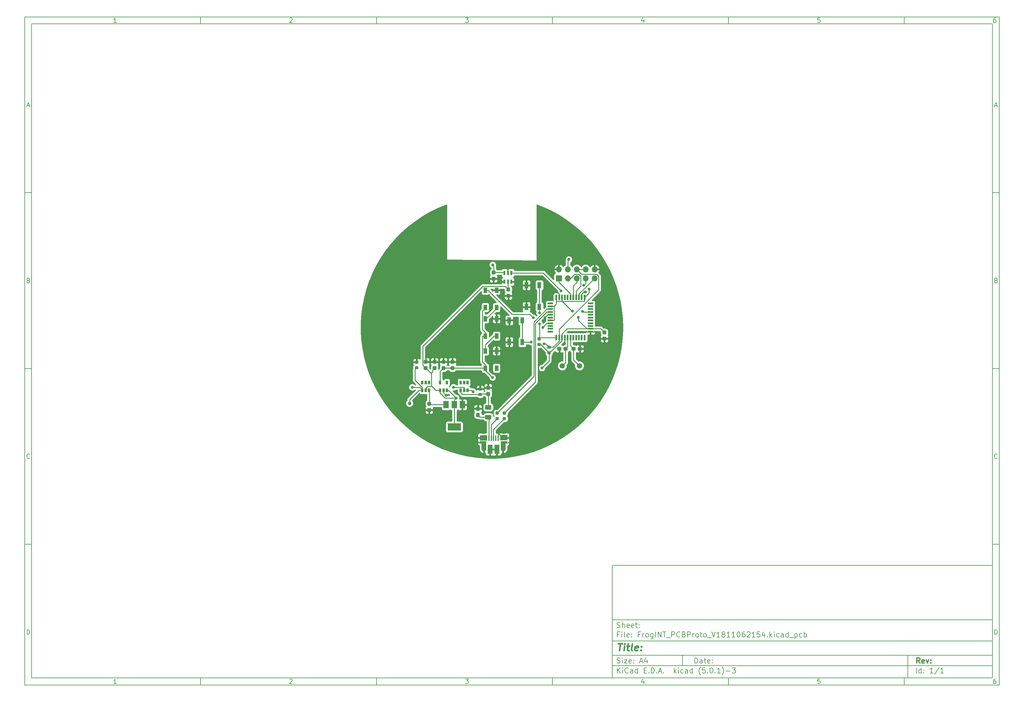
<source format=gtl>
G04 #@! TF.GenerationSoftware,KiCad,Pcbnew,(5.0.1)-3*
G04 #@! TF.CreationDate,2019-01-21T14:12:36+01:00*
G04 #@! TF.ProjectId,FrogINT_PCBProto_V1811062154,46726F67494E545F50434250726F746F,rev?*
G04 #@! TF.SameCoordinates,Original*
G04 #@! TF.FileFunction,Copper,L1,Top,Signal*
G04 #@! TF.FilePolarity,Positive*
%FSLAX46Y46*%
G04 Gerber Fmt 4.6, Leading zero omitted, Abs format (unit mm)*
G04 Created by KiCad (PCBNEW (5.0.1)-3) date 21/01/2019 14:12:36*
%MOMM*%
%LPD*%
G01*
G04 APERTURE LIST*
%ADD10C,0.100000*%
%ADD11C,0.150000*%
%ADD12C,0.300000*%
%ADD13C,0.400000*%
G04 #@! TA.AperFunction,Conductor*
%ADD14C,0.100000*%
G04 #@! TD*
G04 #@! TA.AperFunction,SMDPad,CuDef*
%ADD15C,1.050000*%
G04 #@! TD*
G04 #@! TA.AperFunction,SMDPad,CuDef*
%ADD16R,1.000000X1.500000*%
G04 #@! TD*
G04 #@! TA.AperFunction,SMDPad,CuDef*
%ADD17C,1.250000*%
G04 #@! TD*
G04 #@! TA.AperFunction,SMDPad,CuDef*
%ADD18R,1.430000X2.500000*%
G04 #@! TD*
G04 #@! TA.AperFunction,ComponentPad*
%ADD19O,1.350000X1.700000*%
G04 #@! TD*
G04 #@! TA.AperFunction,ComponentPad*
%ADD20O,1.100000X1.500000*%
G04 #@! TD*
G04 #@! TA.AperFunction,SMDPad,CuDef*
%ADD21R,0.400000X1.650000*%
G04 #@! TD*
G04 #@! TA.AperFunction,SMDPad,CuDef*
%ADD22R,2.000000X1.500000*%
G04 #@! TD*
G04 #@! TA.AperFunction,SMDPad,CuDef*
%ADD23R,1.825000X0.700000*%
G04 #@! TD*
G04 #@! TA.AperFunction,SMDPad,CuDef*
%ADD24R,1.350000X2.000000*%
G04 #@! TD*
G04 #@! TA.AperFunction,ComponentPad*
%ADD25O,1.700000X1.700000*%
G04 #@! TD*
G04 #@! TA.AperFunction,ComponentPad*
%ADD26R,1.700000X1.700000*%
G04 #@! TD*
G04 #@! TA.AperFunction,SMDPad,CuDef*
%ADD27R,0.650000X1.060000*%
G04 #@! TD*
G04 #@! TA.AperFunction,SMDPad,CuDef*
%ADD28C,0.875000*%
G04 #@! TD*
G04 #@! TA.AperFunction,SMDPad,CuDef*
%ADD29R,1.500000X2.000000*%
G04 #@! TD*
G04 #@! TA.AperFunction,SMDPad,CuDef*
%ADD30R,3.800000X2.000000*%
G04 #@! TD*
G04 #@! TA.AperFunction,SMDPad,CuDef*
%ADD31R,0.550000X1.500000*%
G04 #@! TD*
G04 #@! TA.AperFunction,SMDPad,CuDef*
%ADD32R,1.500000X0.550000*%
G04 #@! TD*
G04 #@! TA.AperFunction,ComponentPad*
%ADD33C,1.500000*%
G04 #@! TD*
G04 #@! TA.AperFunction,SMDPad,CuDef*
%ADD34R,0.600000X1.300000*%
G04 #@! TD*
G04 #@! TA.AperFunction,SMDPad,CuDef*
%ADD35R,1.100000X1.800000*%
G04 #@! TD*
G04 #@! TA.AperFunction,BGAPad,CuDef*
%ADD36C,1.000000*%
G04 #@! TD*
G04 #@! TA.AperFunction,ViaPad*
%ADD37C,0.800000*%
G04 #@! TD*
G04 #@! TA.AperFunction,Conductor*
%ADD38C,0.250000*%
G04 #@! TD*
G04 #@! TA.AperFunction,Conductor*
%ADD39C,0.254000*%
G04 #@! TD*
G04 APERTURE END LIST*
D10*
D11*
X177002200Y-166007200D02*
X177002200Y-198007200D01*
X285002200Y-198007200D01*
X285002200Y-166007200D01*
X177002200Y-166007200D01*
D10*
D11*
X10000000Y-10000000D02*
X10000000Y-200007200D01*
X287002200Y-200007200D01*
X287002200Y-10000000D01*
X10000000Y-10000000D01*
D10*
D11*
X12000000Y-12000000D02*
X12000000Y-198007200D01*
X285002200Y-198007200D01*
X285002200Y-12000000D01*
X12000000Y-12000000D01*
D10*
D11*
X60000000Y-12000000D02*
X60000000Y-10000000D01*
D10*
D11*
X110000000Y-12000000D02*
X110000000Y-10000000D01*
D10*
D11*
X160000000Y-12000000D02*
X160000000Y-10000000D01*
D10*
D11*
X210000000Y-12000000D02*
X210000000Y-10000000D01*
D10*
D11*
X260000000Y-12000000D02*
X260000000Y-10000000D01*
D10*
D11*
X36065476Y-11588095D02*
X35322619Y-11588095D01*
X35694047Y-11588095D02*
X35694047Y-10288095D01*
X35570238Y-10473809D01*
X35446428Y-10597619D01*
X35322619Y-10659523D01*
D10*
D11*
X85322619Y-10411904D02*
X85384523Y-10350000D01*
X85508333Y-10288095D01*
X85817857Y-10288095D01*
X85941666Y-10350000D01*
X86003571Y-10411904D01*
X86065476Y-10535714D01*
X86065476Y-10659523D01*
X86003571Y-10845238D01*
X85260714Y-11588095D01*
X86065476Y-11588095D01*
D10*
D11*
X135260714Y-10288095D02*
X136065476Y-10288095D01*
X135632142Y-10783333D01*
X135817857Y-10783333D01*
X135941666Y-10845238D01*
X136003571Y-10907142D01*
X136065476Y-11030952D01*
X136065476Y-11340476D01*
X136003571Y-11464285D01*
X135941666Y-11526190D01*
X135817857Y-11588095D01*
X135446428Y-11588095D01*
X135322619Y-11526190D01*
X135260714Y-11464285D01*
D10*
D11*
X185941666Y-10721428D02*
X185941666Y-11588095D01*
X185632142Y-10226190D02*
X185322619Y-11154761D01*
X186127380Y-11154761D01*
D10*
D11*
X236003571Y-10288095D02*
X235384523Y-10288095D01*
X235322619Y-10907142D01*
X235384523Y-10845238D01*
X235508333Y-10783333D01*
X235817857Y-10783333D01*
X235941666Y-10845238D01*
X236003571Y-10907142D01*
X236065476Y-11030952D01*
X236065476Y-11340476D01*
X236003571Y-11464285D01*
X235941666Y-11526190D01*
X235817857Y-11588095D01*
X235508333Y-11588095D01*
X235384523Y-11526190D01*
X235322619Y-11464285D01*
D10*
D11*
X285941666Y-10288095D02*
X285694047Y-10288095D01*
X285570238Y-10350000D01*
X285508333Y-10411904D01*
X285384523Y-10597619D01*
X285322619Y-10845238D01*
X285322619Y-11340476D01*
X285384523Y-11464285D01*
X285446428Y-11526190D01*
X285570238Y-11588095D01*
X285817857Y-11588095D01*
X285941666Y-11526190D01*
X286003571Y-11464285D01*
X286065476Y-11340476D01*
X286065476Y-11030952D01*
X286003571Y-10907142D01*
X285941666Y-10845238D01*
X285817857Y-10783333D01*
X285570238Y-10783333D01*
X285446428Y-10845238D01*
X285384523Y-10907142D01*
X285322619Y-11030952D01*
D10*
D11*
X60000000Y-198007200D02*
X60000000Y-200007200D01*
D10*
D11*
X110000000Y-198007200D02*
X110000000Y-200007200D01*
D10*
D11*
X160000000Y-198007200D02*
X160000000Y-200007200D01*
D10*
D11*
X210000000Y-198007200D02*
X210000000Y-200007200D01*
D10*
D11*
X260000000Y-198007200D02*
X260000000Y-200007200D01*
D10*
D11*
X36065476Y-199595295D02*
X35322619Y-199595295D01*
X35694047Y-199595295D02*
X35694047Y-198295295D01*
X35570238Y-198481009D01*
X35446428Y-198604819D01*
X35322619Y-198666723D01*
D10*
D11*
X85322619Y-198419104D02*
X85384523Y-198357200D01*
X85508333Y-198295295D01*
X85817857Y-198295295D01*
X85941666Y-198357200D01*
X86003571Y-198419104D01*
X86065476Y-198542914D01*
X86065476Y-198666723D01*
X86003571Y-198852438D01*
X85260714Y-199595295D01*
X86065476Y-199595295D01*
D10*
D11*
X135260714Y-198295295D02*
X136065476Y-198295295D01*
X135632142Y-198790533D01*
X135817857Y-198790533D01*
X135941666Y-198852438D01*
X136003571Y-198914342D01*
X136065476Y-199038152D01*
X136065476Y-199347676D01*
X136003571Y-199471485D01*
X135941666Y-199533390D01*
X135817857Y-199595295D01*
X135446428Y-199595295D01*
X135322619Y-199533390D01*
X135260714Y-199471485D01*
D10*
D11*
X185941666Y-198728628D02*
X185941666Y-199595295D01*
X185632142Y-198233390D02*
X185322619Y-199161961D01*
X186127380Y-199161961D01*
D10*
D11*
X236003571Y-198295295D02*
X235384523Y-198295295D01*
X235322619Y-198914342D01*
X235384523Y-198852438D01*
X235508333Y-198790533D01*
X235817857Y-198790533D01*
X235941666Y-198852438D01*
X236003571Y-198914342D01*
X236065476Y-199038152D01*
X236065476Y-199347676D01*
X236003571Y-199471485D01*
X235941666Y-199533390D01*
X235817857Y-199595295D01*
X235508333Y-199595295D01*
X235384523Y-199533390D01*
X235322619Y-199471485D01*
D10*
D11*
X285941666Y-198295295D02*
X285694047Y-198295295D01*
X285570238Y-198357200D01*
X285508333Y-198419104D01*
X285384523Y-198604819D01*
X285322619Y-198852438D01*
X285322619Y-199347676D01*
X285384523Y-199471485D01*
X285446428Y-199533390D01*
X285570238Y-199595295D01*
X285817857Y-199595295D01*
X285941666Y-199533390D01*
X286003571Y-199471485D01*
X286065476Y-199347676D01*
X286065476Y-199038152D01*
X286003571Y-198914342D01*
X285941666Y-198852438D01*
X285817857Y-198790533D01*
X285570238Y-198790533D01*
X285446428Y-198852438D01*
X285384523Y-198914342D01*
X285322619Y-199038152D01*
D10*
D11*
X10000000Y-60000000D02*
X12000000Y-60000000D01*
D10*
D11*
X10000000Y-110000000D02*
X12000000Y-110000000D01*
D10*
D11*
X10000000Y-160000000D02*
X12000000Y-160000000D01*
D10*
D11*
X10690476Y-35216666D02*
X11309523Y-35216666D01*
X10566666Y-35588095D02*
X11000000Y-34288095D01*
X11433333Y-35588095D01*
D10*
D11*
X11092857Y-84907142D02*
X11278571Y-84969047D01*
X11340476Y-85030952D01*
X11402380Y-85154761D01*
X11402380Y-85340476D01*
X11340476Y-85464285D01*
X11278571Y-85526190D01*
X11154761Y-85588095D01*
X10659523Y-85588095D01*
X10659523Y-84288095D01*
X11092857Y-84288095D01*
X11216666Y-84350000D01*
X11278571Y-84411904D01*
X11340476Y-84535714D01*
X11340476Y-84659523D01*
X11278571Y-84783333D01*
X11216666Y-84845238D01*
X11092857Y-84907142D01*
X10659523Y-84907142D01*
D10*
D11*
X11402380Y-135464285D02*
X11340476Y-135526190D01*
X11154761Y-135588095D01*
X11030952Y-135588095D01*
X10845238Y-135526190D01*
X10721428Y-135402380D01*
X10659523Y-135278571D01*
X10597619Y-135030952D01*
X10597619Y-134845238D01*
X10659523Y-134597619D01*
X10721428Y-134473809D01*
X10845238Y-134350000D01*
X11030952Y-134288095D01*
X11154761Y-134288095D01*
X11340476Y-134350000D01*
X11402380Y-134411904D01*
D10*
D11*
X10659523Y-185588095D02*
X10659523Y-184288095D01*
X10969047Y-184288095D01*
X11154761Y-184350000D01*
X11278571Y-184473809D01*
X11340476Y-184597619D01*
X11402380Y-184845238D01*
X11402380Y-185030952D01*
X11340476Y-185278571D01*
X11278571Y-185402380D01*
X11154761Y-185526190D01*
X10969047Y-185588095D01*
X10659523Y-185588095D01*
D10*
D11*
X287002200Y-60000000D02*
X285002200Y-60000000D01*
D10*
D11*
X287002200Y-110000000D02*
X285002200Y-110000000D01*
D10*
D11*
X287002200Y-160000000D02*
X285002200Y-160000000D01*
D10*
D11*
X285692676Y-35216666D02*
X286311723Y-35216666D01*
X285568866Y-35588095D02*
X286002200Y-34288095D01*
X286435533Y-35588095D01*
D10*
D11*
X286095057Y-84907142D02*
X286280771Y-84969047D01*
X286342676Y-85030952D01*
X286404580Y-85154761D01*
X286404580Y-85340476D01*
X286342676Y-85464285D01*
X286280771Y-85526190D01*
X286156961Y-85588095D01*
X285661723Y-85588095D01*
X285661723Y-84288095D01*
X286095057Y-84288095D01*
X286218866Y-84350000D01*
X286280771Y-84411904D01*
X286342676Y-84535714D01*
X286342676Y-84659523D01*
X286280771Y-84783333D01*
X286218866Y-84845238D01*
X286095057Y-84907142D01*
X285661723Y-84907142D01*
D10*
D11*
X286404580Y-135464285D02*
X286342676Y-135526190D01*
X286156961Y-135588095D01*
X286033152Y-135588095D01*
X285847438Y-135526190D01*
X285723628Y-135402380D01*
X285661723Y-135278571D01*
X285599819Y-135030952D01*
X285599819Y-134845238D01*
X285661723Y-134597619D01*
X285723628Y-134473809D01*
X285847438Y-134350000D01*
X286033152Y-134288095D01*
X286156961Y-134288095D01*
X286342676Y-134350000D01*
X286404580Y-134411904D01*
D10*
D11*
X285661723Y-185588095D02*
X285661723Y-184288095D01*
X285971247Y-184288095D01*
X286156961Y-184350000D01*
X286280771Y-184473809D01*
X286342676Y-184597619D01*
X286404580Y-184845238D01*
X286404580Y-185030952D01*
X286342676Y-185278571D01*
X286280771Y-185402380D01*
X286156961Y-185526190D01*
X285971247Y-185588095D01*
X285661723Y-185588095D01*
D10*
D11*
X200434342Y-193785771D02*
X200434342Y-192285771D01*
X200791485Y-192285771D01*
X201005771Y-192357200D01*
X201148628Y-192500057D01*
X201220057Y-192642914D01*
X201291485Y-192928628D01*
X201291485Y-193142914D01*
X201220057Y-193428628D01*
X201148628Y-193571485D01*
X201005771Y-193714342D01*
X200791485Y-193785771D01*
X200434342Y-193785771D01*
X202577200Y-193785771D02*
X202577200Y-193000057D01*
X202505771Y-192857200D01*
X202362914Y-192785771D01*
X202077200Y-192785771D01*
X201934342Y-192857200D01*
X202577200Y-193714342D02*
X202434342Y-193785771D01*
X202077200Y-193785771D01*
X201934342Y-193714342D01*
X201862914Y-193571485D01*
X201862914Y-193428628D01*
X201934342Y-193285771D01*
X202077200Y-193214342D01*
X202434342Y-193214342D01*
X202577200Y-193142914D01*
X203077200Y-192785771D02*
X203648628Y-192785771D01*
X203291485Y-192285771D02*
X203291485Y-193571485D01*
X203362914Y-193714342D01*
X203505771Y-193785771D01*
X203648628Y-193785771D01*
X204720057Y-193714342D02*
X204577200Y-193785771D01*
X204291485Y-193785771D01*
X204148628Y-193714342D01*
X204077200Y-193571485D01*
X204077200Y-193000057D01*
X204148628Y-192857200D01*
X204291485Y-192785771D01*
X204577200Y-192785771D01*
X204720057Y-192857200D01*
X204791485Y-193000057D01*
X204791485Y-193142914D01*
X204077200Y-193285771D01*
X205434342Y-193642914D02*
X205505771Y-193714342D01*
X205434342Y-193785771D01*
X205362914Y-193714342D01*
X205434342Y-193642914D01*
X205434342Y-193785771D01*
X205434342Y-192857200D02*
X205505771Y-192928628D01*
X205434342Y-193000057D01*
X205362914Y-192928628D01*
X205434342Y-192857200D01*
X205434342Y-193000057D01*
D10*
D11*
X177002200Y-194507200D02*
X285002200Y-194507200D01*
D10*
D11*
X178434342Y-196585771D02*
X178434342Y-195085771D01*
X179291485Y-196585771D02*
X178648628Y-195728628D01*
X179291485Y-195085771D02*
X178434342Y-195942914D01*
X179934342Y-196585771D02*
X179934342Y-195585771D01*
X179934342Y-195085771D02*
X179862914Y-195157200D01*
X179934342Y-195228628D01*
X180005771Y-195157200D01*
X179934342Y-195085771D01*
X179934342Y-195228628D01*
X181505771Y-196442914D02*
X181434342Y-196514342D01*
X181220057Y-196585771D01*
X181077200Y-196585771D01*
X180862914Y-196514342D01*
X180720057Y-196371485D01*
X180648628Y-196228628D01*
X180577200Y-195942914D01*
X180577200Y-195728628D01*
X180648628Y-195442914D01*
X180720057Y-195300057D01*
X180862914Y-195157200D01*
X181077200Y-195085771D01*
X181220057Y-195085771D01*
X181434342Y-195157200D01*
X181505771Y-195228628D01*
X182791485Y-196585771D02*
X182791485Y-195800057D01*
X182720057Y-195657200D01*
X182577200Y-195585771D01*
X182291485Y-195585771D01*
X182148628Y-195657200D01*
X182791485Y-196514342D02*
X182648628Y-196585771D01*
X182291485Y-196585771D01*
X182148628Y-196514342D01*
X182077200Y-196371485D01*
X182077200Y-196228628D01*
X182148628Y-196085771D01*
X182291485Y-196014342D01*
X182648628Y-196014342D01*
X182791485Y-195942914D01*
X184148628Y-196585771D02*
X184148628Y-195085771D01*
X184148628Y-196514342D02*
X184005771Y-196585771D01*
X183720057Y-196585771D01*
X183577200Y-196514342D01*
X183505771Y-196442914D01*
X183434342Y-196300057D01*
X183434342Y-195871485D01*
X183505771Y-195728628D01*
X183577200Y-195657200D01*
X183720057Y-195585771D01*
X184005771Y-195585771D01*
X184148628Y-195657200D01*
X186005771Y-195800057D02*
X186505771Y-195800057D01*
X186720057Y-196585771D02*
X186005771Y-196585771D01*
X186005771Y-195085771D01*
X186720057Y-195085771D01*
X187362914Y-196442914D02*
X187434342Y-196514342D01*
X187362914Y-196585771D01*
X187291485Y-196514342D01*
X187362914Y-196442914D01*
X187362914Y-196585771D01*
X188077200Y-196585771D02*
X188077200Y-195085771D01*
X188434342Y-195085771D01*
X188648628Y-195157200D01*
X188791485Y-195300057D01*
X188862914Y-195442914D01*
X188934342Y-195728628D01*
X188934342Y-195942914D01*
X188862914Y-196228628D01*
X188791485Y-196371485D01*
X188648628Y-196514342D01*
X188434342Y-196585771D01*
X188077200Y-196585771D01*
X189577200Y-196442914D02*
X189648628Y-196514342D01*
X189577200Y-196585771D01*
X189505771Y-196514342D01*
X189577200Y-196442914D01*
X189577200Y-196585771D01*
X190220057Y-196157200D02*
X190934342Y-196157200D01*
X190077200Y-196585771D02*
X190577200Y-195085771D01*
X191077200Y-196585771D01*
X191577200Y-196442914D02*
X191648628Y-196514342D01*
X191577200Y-196585771D01*
X191505771Y-196514342D01*
X191577200Y-196442914D01*
X191577200Y-196585771D01*
X194577200Y-196585771D02*
X194577200Y-195085771D01*
X194720057Y-196014342D02*
X195148628Y-196585771D01*
X195148628Y-195585771D02*
X194577200Y-196157200D01*
X195791485Y-196585771D02*
X195791485Y-195585771D01*
X195791485Y-195085771D02*
X195720057Y-195157200D01*
X195791485Y-195228628D01*
X195862914Y-195157200D01*
X195791485Y-195085771D01*
X195791485Y-195228628D01*
X197148628Y-196514342D02*
X197005771Y-196585771D01*
X196720057Y-196585771D01*
X196577200Y-196514342D01*
X196505771Y-196442914D01*
X196434342Y-196300057D01*
X196434342Y-195871485D01*
X196505771Y-195728628D01*
X196577200Y-195657200D01*
X196720057Y-195585771D01*
X197005771Y-195585771D01*
X197148628Y-195657200D01*
X198434342Y-196585771D02*
X198434342Y-195800057D01*
X198362914Y-195657200D01*
X198220057Y-195585771D01*
X197934342Y-195585771D01*
X197791485Y-195657200D01*
X198434342Y-196514342D02*
X198291485Y-196585771D01*
X197934342Y-196585771D01*
X197791485Y-196514342D01*
X197720057Y-196371485D01*
X197720057Y-196228628D01*
X197791485Y-196085771D01*
X197934342Y-196014342D01*
X198291485Y-196014342D01*
X198434342Y-195942914D01*
X199791485Y-196585771D02*
X199791485Y-195085771D01*
X199791485Y-196514342D02*
X199648628Y-196585771D01*
X199362914Y-196585771D01*
X199220057Y-196514342D01*
X199148628Y-196442914D01*
X199077200Y-196300057D01*
X199077200Y-195871485D01*
X199148628Y-195728628D01*
X199220057Y-195657200D01*
X199362914Y-195585771D01*
X199648628Y-195585771D01*
X199791485Y-195657200D01*
X202077200Y-197157200D02*
X202005771Y-197085771D01*
X201862914Y-196871485D01*
X201791485Y-196728628D01*
X201720057Y-196514342D01*
X201648628Y-196157200D01*
X201648628Y-195871485D01*
X201720057Y-195514342D01*
X201791485Y-195300057D01*
X201862914Y-195157200D01*
X202005771Y-194942914D01*
X202077200Y-194871485D01*
X203362914Y-195085771D02*
X202648628Y-195085771D01*
X202577200Y-195800057D01*
X202648628Y-195728628D01*
X202791485Y-195657200D01*
X203148628Y-195657200D01*
X203291485Y-195728628D01*
X203362914Y-195800057D01*
X203434342Y-195942914D01*
X203434342Y-196300057D01*
X203362914Y-196442914D01*
X203291485Y-196514342D01*
X203148628Y-196585771D01*
X202791485Y-196585771D01*
X202648628Y-196514342D01*
X202577200Y-196442914D01*
X204077200Y-196442914D02*
X204148628Y-196514342D01*
X204077200Y-196585771D01*
X204005771Y-196514342D01*
X204077200Y-196442914D01*
X204077200Y-196585771D01*
X205077200Y-195085771D02*
X205220057Y-195085771D01*
X205362914Y-195157200D01*
X205434342Y-195228628D01*
X205505771Y-195371485D01*
X205577200Y-195657200D01*
X205577200Y-196014342D01*
X205505771Y-196300057D01*
X205434342Y-196442914D01*
X205362914Y-196514342D01*
X205220057Y-196585771D01*
X205077200Y-196585771D01*
X204934342Y-196514342D01*
X204862914Y-196442914D01*
X204791485Y-196300057D01*
X204720057Y-196014342D01*
X204720057Y-195657200D01*
X204791485Y-195371485D01*
X204862914Y-195228628D01*
X204934342Y-195157200D01*
X205077200Y-195085771D01*
X206220057Y-196442914D02*
X206291485Y-196514342D01*
X206220057Y-196585771D01*
X206148628Y-196514342D01*
X206220057Y-196442914D01*
X206220057Y-196585771D01*
X207720057Y-196585771D02*
X206862914Y-196585771D01*
X207291485Y-196585771D02*
X207291485Y-195085771D01*
X207148628Y-195300057D01*
X207005771Y-195442914D01*
X206862914Y-195514342D01*
X208220057Y-197157200D02*
X208291485Y-197085771D01*
X208434342Y-196871485D01*
X208505771Y-196728628D01*
X208577200Y-196514342D01*
X208648628Y-196157200D01*
X208648628Y-195871485D01*
X208577200Y-195514342D01*
X208505771Y-195300057D01*
X208434342Y-195157200D01*
X208291485Y-194942914D01*
X208220057Y-194871485D01*
X209362914Y-196014342D02*
X210505771Y-196014342D01*
X211077200Y-195085771D02*
X212005771Y-195085771D01*
X211505771Y-195657200D01*
X211720057Y-195657200D01*
X211862914Y-195728628D01*
X211934342Y-195800057D01*
X212005771Y-195942914D01*
X212005771Y-196300057D01*
X211934342Y-196442914D01*
X211862914Y-196514342D01*
X211720057Y-196585771D01*
X211291485Y-196585771D01*
X211148628Y-196514342D01*
X211077200Y-196442914D01*
D10*
D11*
X177002200Y-191507200D02*
X285002200Y-191507200D01*
D10*
D12*
X264411485Y-193785771D02*
X263911485Y-193071485D01*
X263554342Y-193785771D02*
X263554342Y-192285771D01*
X264125771Y-192285771D01*
X264268628Y-192357200D01*
X264340057Y-192428628D01*
X264411485Y-192571485D01*
X264411485Y-192785771D01*
X264340057Y-192928628D01*
X264268628Y-193000057D01*
X264125771Y-193071485D01*
X263554342Y-193071485D01*
X265625771Y-193714342D02*
X265482914Y-193785771D01*
X265197200Y-193785771D01*
X265054342Y-193714342D01*
X264982914Y-193571485D01*
X264982914Y-193000057D01*
X265054342Y-192857200D01*
X265197200Y-192785771D01*
X265482914Y-192785771D01*
X265625771Y-192857200D01*
X265697200Y-193000057D01*
X265697200Y-193142914D01*
X264982914Y-193285771D01*
X266197200Y-192785771D02*
X266554342Y-193785771D01*
X266911485Y-192785771D01*
X267482914Y-193642914D02*
X267554342Y-193714342D01*
X267482914Y-193785771D01*
X267411485Y-193714342D01*
X267482914Y-193642914D01*
X267482914Y-193785771D01*
X267482914Y-192857200D02*
X267554342Y-192928628D01*
X267482914Y-193000057D01*
X267411485Y-192928628D01*
X267482914Y-192857200D01*
X267482914Y-193000057D01*
D10*
D11*
X178362914Y-193714342D02*
X178577200Y-193785771D01*
X178934342Y-193785771D01*
X179077200Y-193714342D01*
X179148628Y-193642914D01*
X179220057Y-193500057D01*
X179220057Y-193357200D01*
X179148628Y-193214342D01*
X179077200Y-193142914D01*
X178934342Y-193071485D01*
X178648628Y-193000057D01*
X178505771Y-192928628D01*
X178434342Y-192857200D01*
X178362914Y-192714342D01*
X178362914Y-192571485D01*
X178434342Y-192428628D01*
X178505771Y-192357200D01*
X178648628Y-192285771D01*
X179005771Y-192285771D01*
X179220057Y-192357200D01*
X179862914Y-193785771D02*
X179862914Y-192785771D01*
X179862914Y-192285771D02*
X179791485Y-192357200D01*
X179862914Y-192428628D01*
X179934342Y-192357200D01*
X179862914Y-192285771D01*
X179862914Y-192428628D01*
X180434342Y-192785771D02*
X181220057Y-192785771D01*
X180434342Y-193785771D01*
X181220057Y-193785771D01*
X182362914Y-193714342D02*
X182220057Y-193785771D01*
X181934342Y-193785771D01*
X181791485Y-193714342D01*
X181720057Y-193571485D01*
X181720057Y-193000057D01*
X181791485Y-192857200D01*
X181934342Y-192785771D01*
X182220057Y-192785771D01*
X182362914Y-192857200D01*
X182434342Y-193000057D01*
X182434342Y-193142914D01*
X181720057Y-193285771D01*
X183077200Y-193642914D02*
X183148628Y-193714342D01*
X183077200Y-193785771D01*
X183005771Y-193714342D01*
X183077200Y-193642914D01*
X183077200Y-193785771D01*
X183077200Y-192857200D02*
X183148628Y-192928628D01*
X183077200Y-193000057D01*
X183005771Y-192928628D01*
X183077200Y-192857200D01*
X183077200Y-193000057D01*
X184862914Y-193357200D02*
X185577200Y-193357200D01*
X184720057Y-193785771D02*
X185220057Y-192285771D01*
X185720057Y-193785771D01*
X186862914Y-192785771D02*
X186862914Y-193785771D01*
X186505771Y-192214342D02*
X186148628Y-193285771D01*
X187077200Y-193285771D01*
D10*
D11*
X263434342Y-196585771D02*
X263434342Y-195085771D01*
X264791485Y-196585771D02*
X264791485Y-195085771D01*
X264791485Y-196514342D02*
X264648628Y-196585771D01*
X264362914Y-196585771D01*
X264220057Y-196514342D01*
X264148628Y-196442914D01*
X264077200Y-196300057D01*
X264077200Y-195871485D01*
X264148628Y-195728628D01*
X264220057Y-195657200D01*
X264362914Y-195585771D01*
X264648628Y-195585771D01*
X264791485Y-195657200D01*
X265505771Y-196442914D02*
X265577200Y-196514342D01*
X265505771Y-196585771D01*
X265434342Y-196514342D01*
X265505771Y-196442914D01*
X265505771Y-196585771D01*
X265505771Y-195657200D02*
X265577200Y-195728628D01*
X265505771Y-195800057D01*
X265434342Y-195728628D01*
X265505771Y-195657200D01*
X265505771Y-195800057D01*
X268148628Y-196585771D02*
X267291485Y-196585771D01*
X267720057Y-196585771D02*
X267720057Y-195085771D01*
X267577200Y-195300057D01*
X267434342Y-195442914D01*
X267291485Y-195514342D01*
X269862914Y-195014342D02*
X268577200Y-196942914D01*
X271148628Y-196585771D02*
X270291485Y-196585771D01*
X270720057Y-196585771D02*
X270720057Y-195085771D01*
X270577200Y-195300057D01*
X270434342Y-195442914D01*
X270291485Y-195514342D01*
D10*
D11*
X177002200Y-187507200D02*
X285002200Y-187507200D01*
D10*
D13*
X178714580Y-188211961D02*
X179857438Y-188211961D01*
X179036009Y-190211961D02*
X179286009Y-188211961D01*
X180274104Y-190211961D02*
X180440771Y-188878628D01*
X180524104Y-188211961D02*
X180416961Y-188307200D01*
X180500295Y-188402438D01*
X180607438Y-188307200D01*
X180524104Y-188211961D01*
X180500295Y-188402438D01*
X181107438Y-188878628D02*
X181869342Y-188878628D01*
X181476485Y-188211961D02*
X181262200Y-189926247D01*
X181333628Y-190116723D01*
X181512200Y-190211961D01*
X181702676Y-190211961D01*
X182655057Y-190211961D02*
X182476485Y-190116723D01*
X182405057Y-189926247D01*
X182619342Y-188211961D01*
X184190771Y-190116723D02*
X183988390Y-190211961D01*
X183607438Y-190211961D01*
X183428866Y-190116723D01*
X183357438Y-189926247D01*
X183452676Y-189164342D01*
X183571723Y-188973866D01*
X183774104Y-188878628D01*
X184155057Y-188878628D01*
X184333628Y-188973866D01*
X184405057Y-189164342D01*
X184381247Y-189354819D01*
X183405057Y-189545295D01*
X185155057Y-190021485D02*
X185238390Y-190116723D01*
X185131247Y-190211961D01*
X185047914Y-190116723D01*
X185155057Y-190021485D01*
X185131247Y-190211961D01*
X185286009Y-188973866D02*
X185369342Y-189069104D01*
X185262200Y-189164342D01*
X185178866Y-189069104D01*
X185286009Y-188973866D01*
X185262200Y-189164342D01*
D10*
D11*
X178934342Y-185600057D02*
X178434342Y-185600057D01*
X178434342Y-186385771D02*
X178434342Y-184885771D01*
X179148628Y-184885771D01*
X179720057Y-186385771D02*
X179720057Y-185385771D01*
X179720057Y-184885771D02*
X179648628Y-184957200D01*
X179720057Y-185028628D01*
X179791485Y-184957200D01*
X179720057Y-184885771D01*
X179720057Y-185028628D01*
X180648628Y-186385771D02*
X180505771Y-186314342D01*
X180434342Y-186171485D01*
X180434342Y-184885771D01*
X181791485Y-186314342D02*
X181648628Y-186385771D01*
X181362914Y-186385771D01*
X181220057Y-186314342D01*
X181148628Y-186171485D01*
X181148628Y-185600057D01*
X181220057Y-185457200D01*
X181362914Y-185385771D01*
X181648628Y-185385771D01*
X181791485Y-185457200D01*
X181862914Y-185600057D01*
X181862914Y-185742914D01*
X181148628Y-185885771D01*
X182505771Y-186242914D02*
X182577200Y-186314342D01*
X182505771Y-186385771D01*
X182434342Y-186314342D01*
X182505771Y-186242914D01*
X182505771Y-186385771D01*
X182505771Y-185457200D02*
X182577200Y-185528628D01*
X182505771Y-185600057D01*
X182434342Y-185528628D01*
X182505771Y-185457200D01*
X182505771Y-185600057D01*
X184862914Y-185600057D02*
X184362914Y-185600057D01*
X184362914Y-186385771D02*
X184362914Y-184885771D01*
X185077200Y-184885771D01*
X185648628Y-186385771D02*
X185648628Y-185385771D01*
X185648628Y-185671485D02*
X185720057Y-185528628D01*
X185791485Y-185457200D01*
X185934342Y-185385771D01*
X186077200Y-185385771D01*
X186791485Y-186385771D02*
X186648628Y-186314342D01*
X186577200Y-186242914D01*
X186505771Y-186100057D01*
X186505771Y-185671485D01*
X186577200Y-185528628D01*
X186648628Y-185457200D01*
X186791485Y-185385771D01*
X187005771Y-185385771D01*
X187148628Y-185457200D01*
X187220057Y-185528628D01*
X187291485Y-185671485D01*
X187291485Y-186100057D01*
X187220057Y-186242914D01*
X187148628Y-186314342D01*
X187005771Y-186385771D01*
X186791485Y-186385771D01*
X188577200Y-185385771D02*
X188577200Y-186600057D01*
X188505771Y-186742914D01*
X188434342Y-186814342D01*
X188291485Y-186885771D01*
X188077200Y-186885771D01*
X187934342Y-186814342D01*
X188577200Y-186314342D02*
X188434342Y-186385771D01*
X188148628Y-186385771D01*
X188005771Y-186314342D01*
X187934342Y-186242914D01*
X187862914Y-186100057D01*
X187862914Y-185671485D01*
X187934342Y-185528628D01*
X188005771Y-185457200D01*
X188148628Y-185385771D01*
X188434342Y-185385771D01*
X188577200Y-185457200D01*
X189291485Y-186385771D02*
X189291485Y-184885771D01*
X190005771Y-186385771D02*
X190005771Y-184885771D01*
X190862914Y-186385771D01*
X190862914Y-184885771D01*
X191362914Y-184885771D02*
X192220057Y-184885771D01*
X191791485Y-186385771D02*
X191791485Y-184885771D01*
X192362914Y-186528628D02*
X193505771Y-186528628D01*
X193862914Y-186385771D02*
X193862914Y-184885771D01*
X194434342Y-184885771D01*
X194577200Y-184957200D01*
X194648628Y-185028628D01*
X194720057Y-185171485D01*
X194720057Y-185385771D01*
X194648628Y-185528628D01*
X194577200Y-185600057D01*
X194434342Y-185671485D01*
X193862914Y-185671485D01*
X196220057Y-186242914D02*
X196148628Y-186314342D01*
X195934342Y-186385771D01*
X195791485Y-186385771D01*
X195577200Y-186314342D01*
X195434342Y-186171485D01*
X195362914Y-186028628D01*
X195291485Y-185742914D01*
X195291485Y-185528628D01*
X195362914Y-185242914D01*
X195434342Y-185100057D01*
X195577200Y-184957200D01*
X195791485Y-184885771D01*
X195934342Y-184885771D01*
X196148628Y-184957200D01*
X196220057Y-185028628D01*
X197362914Y-185600057D02*
X197577200Y-185671485D01*
X197648628Y-185742914D01*
X197720057Y-185885771D01*
X197720057Y-186100057D01*
X197648628Y-186242914D01*
X197577200Y-186314342D01*
X197434342Y-186385771D01*
X196862914Y-186385771D01*
X196862914Y-184885771D01*
X197362914Y-184885771D01*
X197505771Y-184957200D01*
X197577200Y-185028628D01*
X197648628Y-185171485D01*
X197648628Y-185314342D01*
X197577200Y-185457200D01*
X197505771Y-185528628D01*
X197362914Y-185600057D01*
X196862914Y-185600057D01*
X198362914Y-186385771D02*
X198362914Y-184885771D01*
X198934342Y-184885771D01*
X199077200Y-184957200D01*
X199148628Y-185028628D01*
X199220057Y-185171485D01*
X199220057Y-185385771D01*
X199148628Y-185528628D01*
X199077200Y-185600057D01*
X198934342Y-185671485D01*
X198362914Y-185671485D01*
X199862914Y-186385771D02*
X199862914Y-185385771D01*
X199862914Y-185671485D02*
X199934342Y-185528628D01*
X200005771Y-185457200D01*
X200148628Y-185385771D01*
X200291485Y-185385771D01*
X201005771Y-186385771D02*
X200862914Y-186314342D01*
X200791485Y-186242914D01*
X200720057Y-186100057D01*
X200720057Y-185671485D01*
X200791485Y-185528628D01*
X200862914Y-185457200D01*
X201005771Y-185385771D01*
X201220057Y-185385771D01*
X201362914Y-185457200D01*
X201434342Y-185528628D01*
X201505771Y-185671485D01*
X201505771Y-186100057D01*
X201434342Y-186242914D01*
X201362914Y-186314342D01*
X201220057Y-186385771D01*
X201005771Y-186385771D01*
X201934342Y-185385771D02*
X202505771Y-185385771D01*
X202148628Y-184885771D02*
X202148628Y-186171485D01*
X202220057Y-186314342D01*
X202362914Y-186385771D01*
X202505771Y-186385771D01*
X203220057Y-186385771D02*
X203077200Y-186314342D01*
X203005771Y-186242914D01*
X202934342Y-186100057D01*
X202934342Y-185671485D01*
X203005771Y-185528628D01*
X203077200Y-185457200D01*
X203220057Y-185385771D01*
X203434342Y-185385771D01*
X203577200Y-185457200D01*
X203648628Y-185528628D01*
X203720057Y-185671485D01*
X203720057Y-186100057D01*
X203648628Y-186242914D01*
X203577200Y-186314342D01*
X203434342Y-186385771D01*
X203220057Y-186385771D01*
X204005771Y-186528628D02*
X205148628Y-186528628D01*
X205291485Y-184885771D02*
X205791485Y-186385771D01*
X206291485Y-184885771D01*
X207577200Y-186385771D02*
X206720057Y-186385771D01*
X207148628Y-186385771D02*
X207148628Y-184885771D01*
X207005771Y-185100057D01*
X206862914Y-185242914D01*
X206720057Y-185314342D01*
X208434342Y-185528628D02*
X208291485Y-185457200D01*
X208220057Y-185385771D01*
X208148628Y-185242914D01*
X208148628Y-185171485D01*
X208220057Y-185028628D01*
X208291485Y-184957200D01*
X208434342Y-184885771D01*
X208720057Y-184885771D01*
X208862914Y-184957200D01*
X208934342Y-185028628D01*
X209005771Y-185171485D01*
X209005771Y-185242914D01*
X208934342Y-185385771D01*
X208862914Y-185457200D01*
X208720057Y-185528628D01*
X208434342Y-185528628D01*
X208291485Y-185600057D01*
X208220057Y-185671485D01*
X208148628Y-185814342D01*
X208148628Y-186100057D01*
X208220057Y-186242914D01*
X208291485Y-186314342D01*
X208434342Y-186385771D01*
X208720057Y-186385771D01*
X208862914Y-186314342D01*
X208934342Y-186242914D01*
X209005771Y-186100057D01*
X209005771Y-185814342D01*
X208934342Y-185671485D01*
X208862914Y-185600057D01*
X208720057Y-185528628D01*
X210434342Y-186385771D02*
X209577200Y-186385771D01*
X210005771Y-186385771D02*
X210005771Y-184885771D01*
X209862914Y-185100057D01*
X209720057Y-185242914D01*
X209577200Y-185314342D01*
X211862914Y-186385771D02*
X211005771Y-186385771D01*
X211434342Y-186385771D02*
X211434342Y-184885771D01*
X211291485Y-185100057D01*
X211148628Y-185242914D01*
X211005771Y-185314342D01*
X212791485Y-184885771D02*
X212934342Y-184885771D01*
X213077200Y-184957200D01*
X213148628Y-185028628D01*
X213220057Y-185171485D01*
X213291485Y-185457200D01*
X213291485Y-185814342D01*
X213220057Y-186100057D01*
X213148628Y-186242914D01*
X213077200Y-186314342D01*
X212934342Y-186385771D01*
X212791485Y-186385771D01*
X212648628Y-186314342D01*
X212577200Y-186242914D01*
X212505771Y-186100057D01*
X212434342Y-185814342D01*
X212434342Y-185457200D01*
X212505771Y-185171485D01*
X212577200Y-185028628D01*
X212648628Y-184957200D01*
X212791485Y-184885771D01*
X214577200Y-184885771D02*
X214291485Y-184885771D01*
X214148628Y-184957200D01*
X214077200Y-185028628D01*
X213934342Y-185242914D01*
X213862914Y-185528628D01*
X213862914Y-186100057D01*
X213934342Y-186242914D01*
X214005771Y-186314342D01*
X214148628Y-186385771D01*
X214434342Y-186385771D01*
X214577200Y-186314342D01*
X214648628Y-186242914D01*
X214720057Y-186100057D01*
X214720057Y-185742914D01*
X214648628Y-185600057D01*
X214577200Y-185528628D01*
X214434342Y-185457200D01*
X214148628Y-185457200D01*
X214005771Y-185528628D01*
X213934342Y-185600057D01*
X213862914Y-185742914D01*
X215291485Y-185028628D02*
X215362914Y-184957200D01*
X215505771Y-184885771D01*
X215862914Y-184885771D01*
X216005771Y-184957200D01*
X216077200Y-185028628D01*
X216148628Y-185171485D01*
X216148628Y-185314342D01*
X216077200Y-185528628D01*
X215220057Y-186385771D01*
X216148628Y-186385771D01*
X217577200Y-186385771D02*
X216720057Y-186385771D01*
X217148628Y-186385771D02*
X217148628Y-184885771D01*
X217005771Y-185100057D01*
X216862914Y-185242914D01*
X216720057Y-185314342D01*
X218934342Y-184885771D02*
X218220057Y-184885771D01*
X218148628Y-185600057D01*
X218220057Y-185528628D01*
X218362914Y-185457200D01*
X218720057Y-185457200D01*
X218862914Y-185528628D01*
X218934342Y-185600057D01*
X219005771Y-185742914D01*
X219005771Y-186100057D01*
X218934342Y-186242914D01*
X218862914Y-186314342D01*
X218720057Y-186385771D01*
X218362914Y-186385771D01*
X218220057Y-186314342D01*
X218148628Y-186242914D01*
X220291485Y-185385771D02*
X220291485Y-186385771D01*
X219934342Y-184814342D02*
X219577200Y-185885771D01*
X220505771Y-185885771D01*
X221077200Y-186242914D02*
X221148628Y-186314342D01*
X221077200Y-186385771D01*
X221005771Y-186314342D01*
X221077200Y-186242914D01*
X221077200Y-186385771D01*
X221791485Y-186385771D02*
X221791485Y-184885771D01*
X221934342Y-185814342D02*
X222362914Y-186385771D01*
X222362914Y-185385771D02*
X221791485Y-185957200D01*
X223005771Y-186385771D02*
X223005771Y-185385771D01*
X223005771Y-184885771D02*
X222934342Y-184957200D01*
X223005771Y-185028628D01*
X223077200Y-184957200D01*
X223005771Y-184885771D01*
X223005771Y-185028628D01*
X224362914Y-186314342D02*
X224220057Y-186385771D01*
X223934342Y-186385771D01*
X223791485Y-186314342D01*
X223720057Y-186242914D01*
X223648628Y-186100057D01*
X223648628Y-185671485D01*
X223720057Y-185528628D01*
X223791485Y-185457200D01*
X223934342Y-185385771D01*
X224220057Y-185385771D01*
X224362914Y-185457200D01*
X225648628Y-186385771D02*
X225648628Y-185600057D01*
X225577200Y-185457200D01*
X225434342Y-185385771D01*
X225148628Y-185385771D01*
X225005771Y-185457200D01*
X225648628Y-186314342D02*
X225505771Y-186385771D01*
X225148628Y-186385771D01*
X225005771Y-186314342D01*
X224934342Y-186171485D01*
X224934342Y-186028628D01*
X225005771Y-185885771D01*
X225148628Y-185814342D01*
X225505771Y-185814342D01*
X225648628Y-185742914D01*
X227005771Y-186385771D02*
X227005771Y-184885771D01*
X227005771Y-186314342D02*
X226862914Y-186385771D01*
X226577200Y-186385771D01*
X226434342Y-186314342D01*
X226362914Y-186242914D01*
X226291485Y-186100057D01*
X226291485Y-185671485D01*
X226362914Y-185528628D01*
X226434342Y-185457200D01*
X226577200Y-185385771D01*
X226862914Y-185385771D01*
X227005771Y-185457200D01*
X227362914Y-186528628D02*
X228505771Y-186528628D01*
X228862914Y-185385771D02*
X228862914Y-186885771D01*
X228862914Y-185457200D02*
X229005771Y-185385771D01*
X229291485Y-185385771D01*
X229434342Y-185457200D01*
X229505771Y-185528628D01*
X229577200Y-185671485D01*
X229577200Y-186100057D01*
X229505771Y-186242914D01*
X229434342Y-186314342D01*
X229291485Y-186385771D01*
X229005771Y-186385771D01*
X228862914Y-186314342D01*
X230862914Y-186314342D02*
X230720057Y-186385771D01*
X230434342Y-186385771D01*
X230291485Y-186314342D01*
X230220057Y-186242914D01*
X230148628Y-186100057D01*
X230148628Y-185671485D01*
X230220057Y-185528628D01*
X230291485Y-185457200D01*
X230434342Y-185385771D01*
X230720057Y-185385771D01*
X230862914Y-185457200D01*
X231505771Y-186385771D02*
X231505771Y-184885771D01*
X231505771Y-185457200D02*
X231648628Y-185385771D01*
X231934342Y-185385771D01*
X232077200Y-185457200D01*
X232148628Y-185528628D01*
X232220057Y-185671485D01*
X232220057Y-186100057D01*
X232148628Y-186242914D01*
X232077200Y-186314342D01*
X231934342Y-186385771D01*
X231648628Y-186385771D01*
X231505771Y-186314342D01*
D10*
D11*
X177002200Y-181507200D02*
X285002200Y-181507200D01*
D10*
D11*
X178362914Y-183614342D02*
X178577200Y-183685771D01*
X178934342Y-183685771D01*
X179077200Y-183614342D01*
X179148628Y-183542914D01*
X179220057Y-183400057D01*
X179220057Y-183257200D01*
X179148628Y-183114342D01*
X179077200Y-183042914D01*
X178934342Y-182971485D01*
X178648628Y-182900057D01*
X178505771Y-182828628D01*
X178434342Y-182757200D01*
X178362914Y-182614342D01*
X178362914Y-182471485D01*
X178434342Y-182328628D01*
X178505771Y-182257200D01*
X178648628Y-182185771D01*
X179005771Y-182185771D01*
X179220057Y-182257200D01*
X179862914Y-183685771D02*
X179862914Y-182185771D01*
X180505771Y-183685771D02*
X180505771Y-182900057D01*
X180434342Y-182757200D01*
X180291485Y-182685771D01*
X180077200Y-182685771D01*
X179934342Y-182757200D01*
X179862914Y-182828628D01*
X181791485Y-183614342D02*
X181648628Y-183685771D01*
X181362914Y-183685771D01*
X181220057Y-183614342D01*
X181148628Y-183471485D01*
X181148628Y-182900057D01*
X181220057Y-182757200D01*
X181362914Y-182685771D01*
X181648628Y-182685771D01*
X181791485Y-182757200D01*
X181862914Y-182900057D01*
X181862914Y-183042914D01*
X181148628Y-183185771D01*
X183077200Y-183614342D02*
X182934342Y-183685771D01*
X182648628Y-183685771D01*
X182505771Y-183614342D01*
X182434342Y-183471485D01*
X182434342Y-182900057D01*
X182505771Y-182757200D01*
X182648628Y-182685771D01*
X182934342Y-182685771D01*
X183077200Y-182757200D01*
X183148628Y-182900057D01*
X183148628Y-183042914D01*
X182434342Y-183185771D01*
X183577200Y-182685771D02*
X184148628Y-182685771D01*
X183791485Y-182185771D02*
X183791485Y-183471485D01*
X183862914Y-183614342D01*
X184005771Y-183685771D01*
X184148628Y-183685771D01*
X184648628Y-183542914D02*
X184720057Y-183614342D01*
X184648628Y-183685771D01*
X184577200Y-183614342D01*
X184648628Y-183542914D01*
X184648628Y-183685771D01*
X184648628Y-182757200D02*
X184720057Y-182828628D01*
X184648628Y-182900057D01*
X184577200Y-182828628D01*
X184648628Y-182757200D01*
X184648628Y-182900057D01*
D10*
D11*
X197002200Y-191507200D02*
X197002200Y-194507200D01*
D10*
D11*
X261002200Y-191507200D02*
X261002200Y-198007200D01*
D14*
G04 #@! TO.N,GND*
G04 #@! TO.C,C1*
G36*
X139110505Y-120877604D02*
X139134773Y-120881204D01*
X139158572Y-120887165D01*
X139181671Y-120895430D01*
X139203850Y-120905920D01*
X139224893Y-120918532D01*
X139244599Y-120933147D01*
X139262777Y-120949623D01*
X139279253Y-120967801D01*
X139293868Y-120987507D01*
X139306480Y-121008550D01*
X139316970Y-121030729D01*
X139325235Y-121053828D01*
X139331196Y-121077627D01*
X139334796Y-121101895D01*
X139336000Y-121126399D01*
X139336000Y-121751401D01*
X139334796Y-121775905D01*
X139331196Y-121800173D01*
X139325235Y-121823972D01*
X139316970Y-121847071D01*
X139306480Y-121869250D01*
X139293868Y-121890293D01*
X139279253Y-121909999D01*
X139262777Y-121928177D01*
X139244599Y-121944653D01*
X139224893Y-121959268D01*
X139203850Y-121971880D01*
X139181671Y-121982370D01*
X139158572Y-121990635D01*
X139134773Y-121996596D01*
X139110505Y-122000196D01*
X139086001Y-122001400D01*
X138535999Y-122001400D01*
X138511495Y-122000196D01*
X138487227Y-121996596D01*
X138463428Y-121990635D01*
X138440329Y-121982370D01*
X138418150Y-121971880D01*
X138397107Y-121959268D01*
X138377401Y-121944653D01*
X138359223Y-121928177D01*
X138342747Y-121909999D01*
X138328132Y-121890293D01*
X138315520Y-121869250D01*
X138305030Y-121847071D01*
X138296765Y-121823972D01*
X138290804Y-121800173D01*
X138287204Y-121775905D01*
X138286000Y-121751401D01*
X138286000Y-121126399D01*
X138287204Y-121101895D01*
X138290804Y-121077627D01*
X138296765Y-121053828D01*
X138305030Y-121030729D01*
X138315520Y-121008550D01*
X138328132Y-120987507D01*
X138342747Y-120967801D01*
X138359223Y-120949623D01*
X138377401Y-120933147D01*
X138397107Y-120918532D01*
X138418150Y-120905920D01*
X138440329Y-120895430D01*
X138463428Y-120887165D01*
X138487227Y-120881204D01*
X138511495Y-120877604D01*
X138535999Y-120876400D01*
X139086001Y-120876400D01*
X139110505Y-120877604D01*
X139110505Y-120877604D01*
G37*
D15*
G04 #@! TD*
G04 #@! TO.P,C1,2*
G04 #@! TO.N,GND*
X138811000Y-121438900D03*
D14*
G04 #@! TO.N,Net-(C1-Pad1)*
G04 #@! TO.C,C1*
G36*
X139110505Y-122652604D02*
X139134773Y-122656204D01*
X139158572Y-122662165D01*
X139181671Y-122670430D01*
X139203850Y-122680920D01*
X139224893Y-122693532D01*
X139244599Y-122708147D01*
X139262777Y-122724623D01*
X139279253Y-122742801D01*
X139293868Y-122762507D01*
X139306480Y-122783550D01*
X139316970Y-122805729D01*
X139325235Y-122828828D01*
X139331196Y-122852627D01*
X139334796Y-122876895D01*
X139336000Y-122901399D01*
X139336000Y-123526401D01*
X139334796Y-123550905D01*
X139331196Y-123575173D01*
X139325235Y-123598972D01*
X139316970Y-123622071D01*
X139306480Y-123644250D01*
X139293868Y-123665293D01*
X139279253Y-123684999D01*
X139262777Y-123703177D01*
X139244599Y-123719653D01*
X139224893Y-123734268D01*
X139203850Y-123746880D01*
X139181671Y-123757370D01*
X139158572Y-123765635D01*
X139134773Y-123771596D01*
X139110505Y-123775196D01*
X139086001Y-123776400D01*
X138535999Y-123776400D01*
X138511495Y-123775196D01*
X138487227Y-123771596D01*
X138463428Y-123765635D01*
X138440329Y-123757370D01*
X138418150Y-123746880D01*
X138397107Y-123734268D01*
X138377401Y-123719653D01*
X138359223Y-123703177D01*
X138342747Y-123684999D01*
X138328132Y-123665293D01*
X138315520Y-123644250D01*
X138305030Y-123622071D01*
X138296765Y-123598972D01*
X138290804Y-123575173D01*
X138287204Y-123550905D01*
X138286000Y-123526401D01*
X138286000Y-122901399D01*
X138287204Y-122876895D01*
X138290804Y-122852627D01*
X138296765Y-122828828D01*
X138305030Y-122805729D01*
X138315520Y-122783550D01*
X138328132Y-122762507D01*
X138342747Y-122742801D01*
X138359223Y-122724623D01*
X138377401Y-122708147D01*
X138397107Y-122693532D01*
X138418150Y-122680920D01*
X138440329Y-122670430D01*
X138463428Y-122662165D01*
X138487227Y-122656204D01*
X138511495Y-122652604D01*
X138535999Y-122651400D01*
X139086001Y-122651400D01*
X139110505Y-122652604D01*
X139110505Y-122652604D01*
G37*
D15*
G04 #@! TD*
G04 #@! TO.P,C1,1*
G04 #@! TO.N,Net-(C1-Pad1)*
X138811000Y-123213900D03*
D14*
G04 #@! TO.N,VBUS*
G04 #@! TO.C,C2*
G36*
X142031505Y-116658204D02*
X142055773Y-116661804D01*
X142079572Y-116667765D01*
X142102671Y-116676030D01*
X142124850Y-116686520D01*
X142145893Y-116699132D01*
X142165599Y-116713747D01*
X142183777Y-116730223D01*
X142200253Y-116748401D01*
X142214868Y-116768107D01*
X142227480Y-116789150D01*
X142237970Y-116811329D01*
X142246235Y-116834428D01*
X142252196Y-116858227D01*
X142255796Y-116882495D01*
X142257000Y-116906999D01*
X142257000Y-117532001D01*
X142255796Y-117556505D01*
X142252196Y-117580773D01*
X142246235Y-117604572D01*
X142237970Y-117627671D01*
X142227480Y-117649850D01*
X142214868Y-117670893D01*
X142200253Y-117690599D01*
X142183777Y-117708777D01*
X142165599Y-117725253D01*
X142145893Y-117739868D01*
X142124850Y-117752480D01*
X142102671Y-117762970D01*
X142079572Y-117771235D01*
X142055773Y-117777196D01*
X142031505Y-117780796D01*
X142007001Y-117782000D01*
X141456999Y-117782000D01*
X141432495Y-117780796D01*
X141408227Y-117777196D01*
X141384428Y-117771235D01*
X141361329Y-117762970D01*
X141339150Y-117752480D01*
X141318107Y-117739868D01*
X141298401Y-117725253D01*
X141280223Y-117708777D01*
X141263747Y-117690599D01*
X141249132Y-117670893D01*
X141236520Y-117649850D01*
X141226030Y-117627671D01*
X141217765Y-117604572D01*
X141211804Y-117580773D01*
X141208204Y-117556505D01*
X141207000Y-117532001D01*
X141207000Y-116906999D01*
X141208204Y-116882495D01*
X141211804Y-116858227D01*
X141217765Y-116834428D01*
X141226030Y-116811329D01*
X141236520Y-116789150D01*
X141249132Y-116768107D01*
X141263747Y-116748401D01*
X141280223Y-116730223D01*
X141298401Y-116713747D01*
X141318107Y-116699132D01*
X141339150Y-116686520D01*
X141361329Y-116676030D01*
X141384428Y-116667765D01*
X141408227Y-116661804D01*
X141432495Y-116658204D01*
X141456999Y-116657000D01*
X142007001Y-116657000D01*
X142031505Y-116658204D01*
X142031505Y-116658204D01*
G37*
D15*
G04 #@! TD*
G04 #@! TO.P,C2,2*
G04 #@! TO.N,VBUS*
X141732000Y-117219500D03*
D14*
G04 #@! TO.N,GND*
G04 #@! TO.C,C2*
G36*
X142031505Y-114883204D02*
X142055773Y-114886804D01*
X142079572Y-114892765D01*
X142102671Y-114901030D01*
X142124850Y-114911520D01*
X142145893Y-114924132D01*
X142165599Y-114938747D01*
X142183777Y-114955223D01*
X142200253Y-114973401D01*
X142214868Y-114993107D01*
X142227480Y-115014150D01*
X142237970Y-115036329D01*
X142246235Y-115059428D01*
X142252196Y-115083227D01*
X142255796Y-115107495D01*
X142257000Y-115131999D01*
X142257000Y-115757001D01*
X142255796Y-115781505D01*
X142252196Y-115805773D01*
X142246235Y-115829572D01*
X142237970Y-115852671D01*
X142227480Y-115874850D01*
X142214868Y-115895893D01*
X142200253Y-115915599D01*
X142183777Y-115933777D01*
X142165599Y-115950253D01*
X142145893Y-115964868D01*
X142124850Y-115977480D01*
X142102671Y-115987970D01*
X142079572Y-115996235D01*
X142055773Y-116002196D01*
X142031505Y-116005796D01*
X142007001Y-116007000D01*
X141456999Y-116007000D01*
X141432495Y-116005796D01*
X141408227Y-116002196D01*
X141384428Y-115996235D01*
X141361329Y-115987970D01*
X141339150Y-115977480D01*
X141318107Y-115964868D01*
X141298401Y-115950253D01*
X141280223Y-115933777D01*
X141263747Y-115915599D01*
X141249132Y-115895893D01*
X141236520Y-115874850D01*
X141226030Y-115852671D01*
X141217765Y-115829572D01*
X141211804Y-115805773D01*
X141208204Y-115781505D01*
X141207000Y-115757001D01*
X141207000Y-115131999D01*
X141208204Y-115107495D01*
X141211804Y-115083227D01*
X141217765Y-115059428D01*
X141226030Y-115036329D01*
X141236520Y-115014150D01*
X141249132Y-114993107D01*
X141263747Y-114973401D01*
X141280223Y-114955223D01*
X141298401Y-114938747D01*
X141318107Y-114924132D01*
X141339150Y-114911520D01*
X141361329Y-114901030D01*
X141384428Y-114892765D01*
X141408227Y-114886804D01*
X141432495Y-114883204D01*
X141456999Y-114882000D01*
X142007001Y-114882000D01*
X142031505Y-114883204D01*
X142031505Y-114883204D01*
G37*
D15*
G04 #@! TD*
G04 #@! TO.P,C2,1*
G04 #@! TO.N,GND*
X141732000Y-115444500D03*
D14*
G04 #@! TO.N,Net-(C3-Pad2)*
G04 #@! TO.C,C3*
G36*
X125267505Y-119455204D02*
X125291773Y-119458804D01*
X125315572Y-119464765D01*
X125338671Y-119473030D01*
X125360850Y-119483520D01*
X125381893Y-119496132D01*
X125401599Y-119510747D01*
X125419777Y-119527223D01*
X125436253Y-119545401D01*
X125450868Y-119565107D01*
X125463480Y-119586150D01*
X125473970Y-119608329D01*
X125482235Y-119631428D01*
X125488196Y-119655227D01*
X125491796Y-119679495D01*
X125493000Y-119703999D01*
X125493000Y-120329001D01*
X125491796Y-120353505D01*
X125488196Y-120377773D01*
X125482235Y-120401572D01*
X125473970Y-120424671D01*
X125463480Y-120446850D01*
X125450868Y-120467893D01*
X125436253Y-120487599D01*
X125419777Y-120505777D01*
X125401599Y-120522253D01*
X125381893Y-120536868D01*
X125360850Y-120549480D01*
X125338671Y-120559970D01*
X125315572Y-120568235D01*
X125291773Y-120574196D01*
X125267505Y-120577796D01*
X125243001Y-120579000D01*
X124692999Y-120579000D01*
X124668495Y-120577796D01*
X124644227Y-120574196D01*
X124620428Y-120568235D01*
X124597329Y-120559970D01*
X124575150Y-120549480D01*
X124554107Y-120536868D01*
X124534401Y-120522253D01*
X124516223Y-120505777D01*
X124499747Y-120487599D01*
X124485132Y-120467893D01*
X124472520Y-120446850D01*
X124462030Y-120424671D01*
X124453765Y-120401572D01*
X124447804Y-120377773D01*
X124444204Y-120353505D01*
X124443000Y-120329001D01*
X124443000Y-119703999D01*
X124444204Y-119679495D01*
X124447804Y-119655227D01*
X124453765Y-119631428D01*
X124462030Y-119608329D01*
X124472520Y-119586150D01*
X124485132Y-119565107D01*
X124499747Y-119545401D01*
X124516223Y-119527223D01*
X124534401Y-119510747D01*
X124554107Y-119496132D01*
X124575150Y-119483520D01*
X124597329Y-119473030D01*
X124620428Y-119464765D01*
X124644227Y-119458804D01*
X124668495Y-119455204D01*
X124692999Y-119454000D01*
X125243001Y-119454000D01*
X125267505Y-119455204D01*
X125267505Y-119455204D01*
G37*
D15*
G04 #@! TD*
G04 #@! TO.P,C3,2*
G04 #@! TO.N,Net-(C3-Pad2)*
X124968000Y-120016500D03*
D14*
G04 #@! TO.N,GND*
G04 #@! TO.C,C3*
G36*
X125267505Y-121230204D02*
X125291773Y-121233804D01*
X125315572Y-121239765D01*
X125338671Y-121248030D01*
X125360850Y-121258520D01*
X125381893Y-121271132D01*
X125401599Y-121285747D01*
X125419777Y-121302223D01*
X125436253Y-121320401D01*
X125450868Y-121340107D01*
X125463480Y-121361150D01*
X125473970Y-121383329D01*
X125482235Y-121406428D01*
X125488196Y-121430227D01*
X125491796Y-121454495D01*
X125493000Y-121478999D01*
X125493000Y-122104001D01*
X125491796Y-122128505D01*
X125488196Y-122152773D01*
X125482235Y-122176572D01*
X125473970Y-122199671D01*
X125463480Y-122221850D01*
X125450868Y-122242893D01*
X125436253Y-122262599D01*
X125419777Y-122280777D01*
X125401599Y-122297253D01*
X125381893Y-122311868D01*
X125360850Y-122324480D01*
X125338671Y-122334970D01*
X125315572Y-122343235D01*
X125291773Y-122349196D01*
X125267505Y-122352796D01*
X125243001Y-122354000D01*
X124692999Y-122354000D01*
X124668495Y-122352796D01*
X124644227Y-122349196D01*
X124620428Y-122343235D01*
X124597329Y-122334970D01*
X124575150Y-122324480D01*
X124554107Y-122311868D01*
X124534401Y-122297253D01*
X124516223Y-122280777D01*
X124499747Y-122262599D01*
X124485132Y-122242893D01*
X124472520Y-122221850D01*
X124462030Y-122199671D01*
X124453765Y-122176572D01*
X124447804Y-122152773D01*
X124444204Y-122128505D01*
X124443000Y-122104001D01*
X124443000Y-121478999D01*
X124444204Y-121454495D01*
X124447804Y-121430227D01*
X124453765Y-121406428D01*
X124462030Y-121383329D01*
X124472520Y-121361150D01*
X124485132Y-121340107D01*
X124499747Y-121320401D01*
X124516223Y-121302223D01*
X124534401Y-121285747D01*
X124554107Y-121271132D01*
X124575150Y-121258520D01*
X124597329Y-121248030D01*
X124620428Y-121239765D01*
X124644227Y-121233804D01*
X124668495Y-121230204D01*
X124692999Y-121229000D01*
X125243001Y-121229000D01*
X125267505Y-121230204D01*
X125267505Y-121230204D01*
G37*
D15*
G04 #@! TD*
G04 #@! TO.P,C3,1*
G04 #@! TO.N,GND*
X124968000Y-121791500D03*
D14*
G04 #@! TO.N,+3V3*
G04 #@! TO.C,C4*
G36*
X129331505Y-109292204D02*
X129355773Y-109295804D01*
X129379572Y-109301765D01*
X129402671Y-109310030D01*
X129424850Y-109320520D01*
X129445893Y-109333132D01*
X129465599Y-109347747D01*
X129483777Y-109364223D01*
X129500253Y-109382401D01*
X129514868Y-109402107D01*
X129527480Y-109423150D01*
X129537970Y-109445329D01*
X129546235Y-109468428D01*
X129552196Y-109492227D01*
X129555796Y-109516495D01*
X129557000Y-109540999D01*
X129557000Y-110166001D01*
X129555796Y-110190505D01*
X129552196Y-110214773D01*
X129546235Y-110238572D01*
X129537970Y-110261671D01*
X129527480Y-110283850D01*
X129514868Y-110304893D01*
X129500253Y-110324599D01*
X129483777Y-110342777D01*
X129465599Y-110359253D01*
X129445893Y-110373868D01*
X129424850Y-110386480D01*
X129402671Y-110396970D01*
X129379572Y-110405235D01*
X129355773Y-110411196D01*
X129331505Y-110414796D01*
X129307001Y-110416000D01*
X128756999Y-110416000D01*
X128732495Y-110414796D01*
X128708227Y-110411196D01*
X128684428Y-110405235D01*
X128661329Y-110396970D01*
X128639150Y-110386480D01*
X128618107Y-110373868D01*
X128598401Y-110359253D01*
X128580223Y-110342777D01*
X128563747Y-110324599D01*
X128549132Y-110304893D01*
X128536520Y-110283850D01*
X128526030Y-110261671D01*
X128517765Y-110238572D01*
X128511804Y-110214773D01*
X128508204Y-110190505D01*
X128507000Y-110166001D01*
X128507000Y-109540999D01*
X128508204Y-109516495D01*
X128511804Y-109492227D01*
X128517765Y-109468428D01*
X128526030Y-109445329D01*
X128536520Y-109423150D01*
X128549132Y-109402107D01*
X128563747Y-109382401D01*
X128580223Y-109364223D01*
X128598401Y-109347747D01*
X128618107Y-109333132D01*
X128639150Y-109320520D01*
X128661329Y-109310030D01*
X128684428Y-109301765D01*
X128708227Y-109295804D01*
X128732495Y-109292204D01*
X128756999Y-109291000D01*
X129307001Y-109291000D01*
X129331505Y-109292204D01*
X129331505Y-109292204D01*
G37*
D15*
G04 #@! TD*
G04 #@! TO.P,C4,2*
G04 #@! TO.N,+3V3*
X129032000Y-109853500D03*
D14*
G04 #@! TO.N,GND*
G04 #@! TO.C,C4*
G36*
X129331505Y-107517204D02*
X129355773Y-107520804D01*
X129379572Y-107526765D01*
X129402671Y-107535030D01*
X129424850Y-107545520D01*
X129445893Y-107558132D01*
X129465599Y-107572747D01*
X129483777Y-107589223D01*
X129500253Y-107607401D01*
X129514868Y-107627107D01*
X129527480Y-107648150D01*
X129537970Y-107670329D01*
X129546235Y-107693428D01*
X129552196Y-107717227D01*
X129555796Y-107741495D01*
X129557000Y-107765999D01*
X129557000Y-108391001D01*
X129555796Y-108415505D01*
X129552196Y-108439773D01*
X129546235Y-108463572D01*
X129537970Y-108486671D01*
X129527480Y-108508850D01*
X129514868Y-108529893D01*
X129500253Y-108549599D01*
X129483777Y-108567777D01*
X129465599Y-108584253D01*
X129445893Y-108598868D01*
X129424850Y-108611480D01*
X129402671Y-108621970D01*
X129379572Y-108630235D01*
X129355773Y-108636196D01*
X129331505Y-108639796D01*
X129307001Y-108641000D01*
X128756999Y-108641000D01*
X128732495Y-108639796D01*
X128708227Y-108636196D01*
X128684428Y-108630235D01*
X128661329Y-108621970D01*
X128639150Y-108611480D01*
X128618107Y-108598868D01*
X128598401Y-108584253D01*
X128580223Y-108567777D01*
X128563747Y-108549599D01*
X128549132Y-108529893D01*
X128536520Y-108508850D01*
X128526030Y-108486671D01*
X128517765Y-108463572D01*
X128511804Y-108439773D01*
X128508204Y-108415505D01*
X128507000Y-108391001D01*
X128507000Y-107765999D01*
X128508204Y-107741495D01*
X128511804Y-107717227D01*
X128517765Y-107693428D01*
X128526030Y-107670329D01*
X128536520Y-107648150D01*
X128549132Y-107627107D01*
X128563747Y-107607401D01*
X128580223Y-107589223D01*
X128598401Y-107572747D01*
X128618107Y-107558132D01*
X128639150Y-107545520D01*
X128661329Y-107535030D01*
X128684428Y-107526765D01*
X128708227Y-107520804D01*
X128732495Y-107517204D01*
X128756999Y-107516000D01*
X129307001Y-107516000D01*
X129331505Y-107517204D01*
X129331505Y-107517204D01*
G37*
D15*
G04 #@! TD*
G04 #@! TO.P,C4,1*
G04 #@! TO.N,GND*
X129032000Y-108078500D03*
D14*
G04 #@! TO.N,GND*
G04 #@! TO.C,C5*
G36*
X168102505Y-103870204D02*
X168126773Y-103873804D01*
X168150572Y-103879765D01*
X168173671Y-103888030D01*
X168195850Y-103898520D01*
X168216893Y-103911132D01*
X168236599Y-103925747D01*
X168254777Y-103942223D01*
X168271253Y-103960401D01*
X168285868Y-103980107D01*
X168298480Y-104001150D01*
X168308970Y-104023329D01*
X168317235Y-104046428D01*
X168323196Y-104070227D01*
X168326796Y-104094495D01*
X168328000Y-104118999D01*
X168328000Y-104669001D01*
X168326796Y-104693505D01*
X168323196Y-104717773D01*
X168317235Y-104741572D01*
X168308970Y-104764671D01*
X168298480Y-104786850D01*
X168285868Y-104807893D01*
X168271253Y-104827599D01*
X168254777Y-104845777D01*
X168236599Y-104862253D01*
X168216893Y-104876868D01*
X168195850Y-104889480D01*
X168173671Y-104899970D01*
X168150572Y-104908235D01*
X168126773Y-104914196D01*
X168102505Y-104917796D01*
X168078001Y-104919000D01*
X167452999Y-104919000D01*
X167428495Y-104917796D01*
X167404227Y-104914196D01*
X167380428Y-104908235D01*
X167357329Y-104899970D01*
X167335150Y-104889480D01*
X167314107Y-104876868D01*
X167294401Y-104862253D01*
X167276223Y-104845777D01*
X167259747Y-104827599D01*
X167245132Y-104807893D01*
X167232520Y-104786850D01*
X167222030Y-104764671D01*
X167213765Y-104741572D01*
X167207804Y-104717773D01*
X167204204Y-104693505D01*
X167203000Y-104669001D01*
X167203000Y-104118999D01*
X167204204Y-104094495D01*
X167207804Y-104070227D01*
X167213765Y-104046428D01*
X167222030Y-104023329D01*
X167232520Y-104001150D01*
X167245132Y-103980107D01*
X167259747Y-103960401D01*
X167276223Y-103942223D01*
X167294401Y-103925747D01*
X167314107Y-103911132D01*
X167335150Y-103898520D01*
X167357329Y-103888030D01*
X167380428Y-103879765D01*
X167404227Y-103873804D01*
X167428495Y-103870204D01*
X167452999Y-103869000D01*
X168078001Y-103869000D01*
X168102505Y-103870204D01*
X168102505Y-103870204D01*
G37*
D15*
G04 #@! TD*
G04 #@! TO.P,C5,2*
G04 #@! TO.N,GND*
X167765500Y-104394000D03*
D14*
G04 #@! TO.N,Net-(C5-Pad1)*
G04 #@! TO.C,C5*
G36*
X166327505Y-103870204D02*
X166351773Y-103873804D01*
X166375572Y-103879765D01*
X166398671Y-103888030D01*
X166420850Y-103898520D01*
X166441893Y-103911132D01*
X166461599Y-103925747D01*
X166479777Y-103942223D01*
X166496253Y-103960401D01*
X166510868Y-103980107D01*
X166523480Y-104001150D01*
X166533970Y-104023329D01*
X166542235Y-104046428D01*
X166548196Y-104070227D01*
X166551796Y-104094495D01*
X166553000Y-104118999D01*
X166553000Y-104669001D01*
X166551796Y-104693505D01*
X166548196Y-104717773D01*
X166542235Y-104741572D01*
X166533970Y-104764671D01*
X166523480Y-104786850D01*
X166510868Y-104807893D01*
X166496253Y-104827599D01*
X166479777Y-104845777D01*
X166461599Y-104862253D01*
X166441893Y-104876868D01*
X166420850Y-104889480D01*
X166398671Y-104899970D01*
X166375572Y-104908235D01*
X166351773Y-104914196D01*
X166327505Y-104917796D01*
X166303001Y-104919000D01*
X165677999Y-104919000D01*
X165653495Y-104917796D01*
X165629227Y-104914196D01*
X165605428Y-104908235D01*
X165582329Y-104899970D01*
X165560150Y-104889480D01*
X165539107Y-104876868D01*
X165519401Y-104862253D01*
X165501223Y-104845777D01*
X165484747Y-104827599D01*
X165470132Y-104807893D01*
X165457520Y-104786850D01*
X165447030Y-104764671D01*
X165438765Y-104741572D01*
X165432804Y-104717773D01*
X165429204Y-104693505D01*
X165428000Y-104669001D01*
X165428000Y-104118999D01*
X165429204Y-104094495D01*
X165432804Y-104070227D01*
X165438765Y-104046428D01*
X165447030Y-104023329D01*
X165457520Y-104001150D01*
X165470132Y-103980107D01*
X165484747Y-103960401D01*
X165501223Y-103942223D01*
X165519401Y-103925747D01*
X165539107Y-103911132D01*
X165560150Y-103898520D01*
X165582329Y-103888030D01*
X165605428Y-103879765D01*
X165629227Y-103873804D01*
X165653495Y-103870204D01*
X165677999Y-103869000D01*
X166303001Y-103869000D01*
X166327505Y-103870204D01*
X166327505Y-103870204D01*
G37*
D15*
G04 #@! TD*
G04 #@! TO.P,C5,1*
G04 #@! TO.N,Net-(C5-Pad1)*
X165990500Y-104394000D03*
D14*
G04 #@! TO.N,GND*
G04 #@! TO.C,C6*
G36*
X162263505Y-103870204D02*
X162287773Y-103873804D01*
X162311572Y-103879765D01*
X162334671Y-103888030D01*
X162356850Y-103898520D01*
X162377893Y-103911132D01*
X162397599Y-103925747D01*
X162415777Y-103942223D01*
X162432253Y-103960401D01*
X162446868Y-103980107D01*
X162459480Y-104001150D01*
X162469970Y-104023329D01*
X162478235Y-104046428D01*
X162484196Y-104070227D01*
X162487796Y-104094495D01*
X162489000Y-104118999D01*
X162489000Y-104669001D01*
X162487796Y-104693505D01*
X162484196Y-104717773D01*
X162478235Y-104741572D01*
X162469970Y-104764671D01*
X162459480Y-104786850D01*
X162446868Y-104807893D01*
X162432253Y-104827599D01*
X162415777Y-104845777D01*
X162397599Y-104862253D01*
X162377893Y-104876868D01*
X162356850Y-104889480D01*
X162334671Y-104899970D01*
X162311572Y-104908235D01*
X162287773Y-104914196D01*
X162263505Y-104917796D01*
X162239001Y-104919000D01*
X161613999Y-104919000D01*
X161589495Y-104917796D01*
X161565227Y-104914196D01*
X161541428Y-104908235D01*
X161518329Y-104899970D01*
X161496150Y-104889480D01*
X161475107Y-104876868D01*
X161455401Y-104862253D01*
X161437223Y-104845777D01*
X161420747Y-104827599D01*
X161406132Y-104807893D01*
X161393520Y-104786850D01*
X161383030Y-104764671D01*
X161374765Y-104741572D01*
X161368804Y-104717773D01*
X161365204Y-104693505D01*
X161364000Y-104669001D01*
X161364000Y-104118999D01*
X161365204Y-104094495D01*
X161368804Y-104070227D01*
X161374765Y-104046428D01*
X161383030Y-104023329D01*
X161393520Y-104001150D01*
X161406132Y-103980107D01*
X161420747Y-103960401D01*
X161437223Y-103942223D01*
X161455401Y-103925747D01*
X161475107Y-103911132D01*
X161496150Y-103898520D01*
X161518329Y-103888030D01*
X161541428Y-103879765D01*
X161565227Y-103873804D01*
X161589495Y-103870204D01*
X161613999Y-103869000D01*
X162239001Y-103869000D01*
X162263505Y-103870204D01*
X162263505Y-103870204D01*
G37*
D15*
G04 #@! TD*
G04 #@! TO.P,C6,2*
G04 #@! TO.N,GND*
X161926500Y-104394000D03*
D14*
G04 #@! TO.N,Net-(C6-Pad1)*
G04 #@! TO.C,C6*
G36*
X164038505Y-103870204D02*
X164062773Y-103873804D01*
X164086572Y-103879765D01*
X164109671Y-103888030D01*
X164131850Y-103898520D01*
X164152893Y-103911132D01*
X164172599Y-103925747D01*
X164190777Y-103942223D01*
X164207253Y-103960401D01*
X164221868Y-103980107D01*
X164234480Y-104001150D01*
X164244970Y-104023329D01*
X164253235Y-104046428D01*
X164259196Y-104070227D01*
X164262796Y-104094495D01*
X164264000Y-104118999D01*
X164264000Y-104669001D01*
X164262796Y-104693505D01*
X164259196Y-104717773D01*
X164253235Y-104741572D01*
X164244970Y-104764671D01*
X164234480Y-104786850D01*
X164221868Y-104807893D01*
X164207253Y-104827599D01*
X164190777Y-104845777D01*
X164172599Y-104862253D01*
X164152893Y-104876868D01*
X164131850Y-104889480D01*
X164109671Y-104899970D01*
X164086572Y-104908235D01*
X164062773Y-104914196D01*
X164038505Y-104917796D01*
X164014001Y-104919000D01*
X163388999Y-104919000D01*
X163364495Y-104917796D01*
X163340227Y-104914196D01*
X163316428Y-104908235D01*
X163293329Y-104899970D01*
X163271150Y-104889480D01*
X163250107Y-104876868D01*
X163230401Y-104862253D01*
X163212223Y-104845777D01*
X163195747Y-104827599D01*
X163181132Y-104807893D01*
X163168520Y-104786850D01*
X163158030Y-104764671D01*
X163149765Y-104741572D01*
X163143804Y-104717773D01*
X163140204Y-104693505D01*
X163139000Y-104669001D01*
X163139000Y-104118999D01*
X163140204Y-104094495D01*
X163143804Y-104070227D01*
X163149765Y-104046428D01*
X163158030Y-104023329D01*
X163168520Y-104001150D01*
X163181132Y-103980107D01*
X163195747Y-103960401D01*
X163212223Y-103942223D01*
X163230401Y-103925747D01*
X163250107Y-103911132D01*
X163271150Y-103898520D01*
X163293329Y-103888030D01*
X163316428Y-103879765D01*
X163340227Y-103873804D01*
X163364495Y-103870204D01*
X163388999Y-103869000D01*
X164014001Y-103869000D01*
X164038505Y-103870204D01*
X164038505Y-103870204D01*
G37*
D15*
G04 #@! TD*
G04 #@! TO.P,C6,1*
G04 #@! TO.N,Net-(C6-Pad1)*
X163701500Y-104394000D03*
D14*
G04 #@! TO.N,+3V3*
G04 #@! TO.C,C7*
G36*
X175051505Y-99135204D02*
X175075773Y-99138804D01*
X175099572Y-99144765D01*
X175122671Y-99153030D01*
X175144850Y-99163520D01*
X175165893Y-99176132D01*
X175185599Y-99190747D01*
X175203777Y-99207223D01*
X175220253Y-99225401D01*
X175234868Y-99245107D01*
X175247480Y-99266150D01*
X175257970Y-99288329D01*
X175266235Y-99311428D01*
X175272196Y-99335227D01*
X175275796Y-99359495D01*
X175277000Y-99383999D01*
X175277000Y-100009001D01*
X175275796Y-100033505D01*
X175272196Y-100057773D01*
X175266235Y-100081572D01*
X175257970Y-100104671D01*
X175247480Y-100126850D01*
X175234868Y-100147893D01*
X175220253Y-100167599D01*
X175203777Y-100185777D01*
X175185599Y-100202253D01*
X175165893Y-100216868D01*
X175144850Y-100229480D01*
X175122671Y-100239970D01*
X175099572Y-100248235D01*
X175075773Y-100254196D01*
X175051505Y-100257796D01*
X175027001Y-100259000D01*
X174476999Y-100259000D01*
X174452495Y-100257796D01*
X174428227Y-100254196D01*
X174404428Y-100248235D01*
X174381329Y-100239970D01*
X174359150Y-100229480D01*
X174338107Y-100216868D01*
X174318401Y-100202253D01*
X174300223Y-100185777D01*
X174283747Y-100167599D01*
X174269132Y-100147893D01*
X174256520Y-100126850D01*
X174246030Y-100104671D01*
X174237765Y-100081572D01*
X174231804Y-100057773D01*
X174228204Y-100033505D01*
X174227000Y-100009001D01*
X174227000Y-99383999D01*
X174228204Y-99359495D01*
X174231804Y-99335227D01*
X174237765Y-99311428D01*
X174246030Y-99288329D01*
X174256520Y-99266150D01*
X174269132Y-99245107D01*
X174283747Y-99225401D01*
X174300223Y-99207223D01*
X174318401Y-99190747D01*
X174338107Y-99176132D01*
X174359150Y-99163520D01*
X174381329Y-99153030D01*
X174404428Y-99144765D01*
X174428227Y-99138804D01*
X174452495Y-99135204D01*
X174476999Y-99134000D01*
X175027001Y-99134000D01*
X175051505Y-99135204D01*
X175051505Y-99135204D01*
G37*
D15*
G04 #@! TD*
G04 #@! TO.P,C7,2*
G04 #@! TO.N,+3V3*
X174752000Y-99696500D03*
D14*
G04 #@! TO.N,GND*
G04 #@! TO.C,C7*
G36*
X175051505Y-100910204D02*
X175075773Y-100913804D01*
X175099572Y-100919765D01*
X175122671Y-100928030D01*
X175144850Y-100938520D01*
X175165893Y-100951132D01*
X175185599Y-100965747D01*
X175203777Y-100982223D01*
X175220253Y-101000401D01*
X175234868Y-101020107D01*
X175247480Y-101041150D01*
X175257970Y-101063329D01*
X175266235Y-101086428D01*
X175272196Y-101110227D01*
X175275796Y-101134495D01*
X175277000Y-101158999D01*
X175277000Y-101784001D01*
X175275796Y-101808505D01*
X175272196Y-101832773D01*
X175266235Y-101856572D01*
X175257970Y-101879671D01*
X175247480Y-101901850D01*
X175234868Y-101922893D01*
X175220253Y-101942599D01*
X175203777Y-101960777D01*
X175185599Y-101977253D01*
X175165893Y-101991868D01*
X175144850Y-102004480D01*
X175122671Y-102014970D01*
X175099572Y-102023235D01*
X175075773Y-102029196D01*
X175051505Y-102032796D01*
X175027001Y-102034000D01*
X174476999Y-102034000D01*
X174452495Y-102032796D01*
X174428227Y-102029196D01*
X174404428Y-102023235D01*
X174381329Y-102014970D01*
X174359150Y-102004480D01*
X174338107Y-101991868D01*
X174318401Y-101977253D01*
X174300223Y-101960777D01*
X174283747Y-101942599D01*
X174269132Y-101922893D01*
X174256520Y-101901850D01*
X174246030Y-101879671D01*
X174237765Y-101856572D01*
X174231804Y-101832773D01*
X174228204Y-101808505D01*
X174227000Y-101784001D01*
X174227000Y-101158999D01*
X174228204Y-101134495D01*
X174231804Y-101110227D01*
X174237765Y-101086428D01*
X174246030Y-101063329D01*
X174256520Y-101041150D01*
X174269132Y-101020107D01*
X174283747Y-101000401D01*
X174300223Y-100982223D01*
X174318401Y-100965747D01*
X174338107Y-100951132D01*
X174359150Y-100938520D01*
X174381329Y-100928030D01*
X174404428Y-100919765D01*
X174428227Y-100913804D01*
X174452495Y-100910204D01*
X174476999Y-100909000D01*
X175027001Y-100909000D01*
X175051505Y-100910204D01*
X175051505Y-100910204D01*
G37*
D15*
G04 #@! TD*
G04 #@! TO.P,C7,1*
G04 #@! TO.N,GND*
X174752000Y-101471500D03*
D14*
G04 #@! TO.N,+3V3*
G04 #@! TO.C,C8*
G36*
X131871505Y-109292204D02*
X131895773Y-109295804D01*
X131919572Y-109301765D01*
X131942671Y-109310030D01*
X131964850Y-109320520D01*
X131985893Y-109333132D01*
X132005599Y-109347747D01*
X132023777Y-109364223D01*
X132040253Y-109382401D01*
X132054868Y-109402107D01*
X132067480Y-109423150D01*
X132077970Y-109445329D01*
X132086235Y-109468428D01*
X132092196Y-109492227D01*
X132095796Y-109516495D01*
X132097000Y-109540999D01*
X132097000Y-110166001D01*
X132095796Y-110190505D01*
X132092196Y-110214773D01*
X132086235Y-110238572D01*
X132077970Y-110261671D01*
X132067480Y-110283850D01*
X132054868Y-110304893D01*
X132040253Y-110324599D01*
X132023777Y-110342777D01*
X132005599Y-110359253D01*
X131985893Y-110373868D01*
X131964850Y-110386480D01*
X131942671Y-110396970D01*
X131919572Y-110405235D01*
X131895773Y-110411196D01*
X131871505Y-110414796D01*
X131847001Y-110416000D01*
X131296999Y-110416000D01*
X131272495Y-110414796D01*
X131248227Y-110411196D01*
X131224428Y-110405235D01*
X131201329Y-110396970D01*
X131179150Y-110386480D01*
X131158107Y-110373868D01*
X131138401Y-110359253D01*
X131120223Y-110342777D01*
X131103747Y-110324599D01*
X131089132Y-110304893D01*
X131076520Y-110283850D01*
X131066030Y-110261671D01*
X131057765Y-110238572D01*
X131051804Y-110214773D01*
X131048204Y-110190505D01*
X131047000Y-110166001D01*
X131047000Y-109540999D01*
X131048204Y-109516495D01*
X131051804Y-109492227D01*
X131057765Y-109468428D01*
X131066030Y-109445329D01*
X131076520Y-109423150D01*
X131089132Y-109402107D01*
X131103747Y-109382401D01*
X131120223Y-109364223D01*
X131138401Y-109347747D01*
X131158107Y-109333132D01*
X131179150Y-109320520D01*
X131201329Y-109310030D01*
X131224428Y-109301765D01*
X131248227Y-109295804D01*
X131272495Y-109292204D01*
X131296999Y-109291000D01*
X131847001Y-109291000D01*
X131871505Y-109292204D01*
X131871505Y-109292204D01*
G37*
D15*
G04 #@! TD*
G04 #@! TO.P,C8,2*
G04 #@! TO.N,+3V3*
X131572000Y-109853500D03*
D14*
G04 #@! TO.N,GND*
G04 #@! TO.C,C8*
G36*
X131871505Y-107517204D02*
X131895773Y-107520804D01*
X131919572Y-107526765D01*
X131942671Y-107535030D01*
X131964850Y-107545520D01*
X131985893Y-107558132D01*
X132005599Y-107572747D01*
X132023777Y-107589223D01*
X132040253Y-107607401D01*
X132054868Y-107627107D01*
X132067480Y-107648150D01*
X132077970Y-107670329D01*
X132086235Y-107693428D01*
X132092196Y-107717227D01*
X132095796Y-107741495D01*
X132097000Y-107765999D01*
X132097000Y-108391001D01*
X132095796Y-108415505D01*
X132092196Y-108439773D01*
X132086235Y-108463572D01*
X132077970Y-108486671D01*
X132067480Y-108508850D01*
X132054868Y-108529893D01*
X132040253Y-108549599D01*
X132023777Y-108567777D01*
X132005599Y-108584253D01*
X131985893Y-108598868D01*
X131964850Y-108611480D01*
X131942671Y-108621970D01*
X131919572Y-108630235D01*
X131895773Y-108636196D01*
X131871505Y-108639796D01*
X131847001Y-108641000D01*
X131296999Y-108641000D01*
X131272495Y-108639796D01*
X131248227Y-108636196D01*
X131224428Y-108630235D01*
X131201329Y-108621970D01*
X131179150Y-108611480D01*
X131158107Y-108598868D01*
X131138401Y-108584253D01*
X131120223Y-108567777D01*
X131103747Y-108549599D01*
X131089132Y-108529893D01*
X131076520Y-108508850D01*
X131066030Y-108486671D01*
X131057765Y-108463572D01*
X131051804Y-108439773D01*
X131048204Y-108415505D01*
X131047000Y-108391001D01*
X131047000Y-107765999D01*
X131048204Y-107741495D01*
X131051804Y-107717227D01*
X131057765Y-107693428D01*
X131066030Y-107670329D01*
X131076520Y-107648150D01*
X131089132Y-107627107D01*
X131103747Y-107607401D01*
X131120223Y-107589223D01*
X131138401Y-107572747D01*
X131158107Y-107558132D01*
X131179150Y-107545520D01*
X131201329Y-107535030D01*
X131224428Y-107526765D01*
X131248227Y-107520804D01*
X131272495Y-107517204D01*
X131296999Y-107516000D01*
X131847001Y-107516000D01*
X131871505Y-107517204D01*
X131871505Y-107517204D01*
G37*
D15*
G04 #@! TD*
G04 #@! TO.P,C8,1*
G04 #@! TO.N,GND*
X131572000Y-108078500D03*
D14*
G04 #@! TO.N,GND*
G04 #@! TO.C,C9*
G36*
X126791505Y-107517204D02*
X126815773Y-107520804D01*
X126839572Y-107526765D01*
X126862671Y-107535030D01*
X126884850Y-107545520D01*
X126905893Y-107558132D01*
X126925599Y-107572747D01*
X126943777Y-107589223D01*
X126960253Y-107607401D01*
X126974868Y-107627107D01*
X126987480Y-107648150D01*
X126997970Y-107670329D01*
X127006235Y-107693428D01*
X127012196Y-107717227D01*
X127015796Y-107741495D01*
X127017000Y-107765999D01*
X127017000Y-108391001D01*
X127015796Y-108415505D01*
X127012196Y-108439773D01*
X127006235Y-108463572D01*
X126997970Y-108486671D01*
X126987480Y-108508850D01*
X126974868Y-108529893D01*
X126960253Y-108549599D01*
X126943777Y-108567777D01*
X126925599Y-108584253D01*
X126905893Y-108598868D01*
X126884850Y-108611480D01*
X126862671Y-108621970D01*
X126839572Y-108630235D01*
X126815773Y-108636196D01*
X126791505Y-108639796D01*
X126767001Y-108641000D01*
X126216999Y-108641000D01*
X126192495Y-108639796D01*
X126168227Y-108636196D01*
X126144428Y-108630235D01*
X126121329Y-108621970D01*
X126099150Y-108611480D01*
X126078107Y-108598868D01*
X126058401Y-108584253D01*
X126040223Y-108567777D01*
X126023747Y-108549599D01*
X126009132Y-108529893D01*
X125996520Y-108508850D01*
X125986030Y-108486671D01*
X125977765Y-108463572D01*
X125971804Y-108439773D01*
X125968204Y-108415505D01*
X125967000Y-108391001D01*
X125967000Y-107765999D01*
X125968204Y-107741495D01*
X125971804Y-107717227D01*
X125977765Y-107693428D01*
X125986030Y-107670329D01*
X125996520Y-107648150D01*
X126009132Y-107627107D01*
X126023747Y-107607401D01*
X126040223Y-107589223D01*
X126058401Y-107572747D01*
X126078107Y-107558132D01*
X126099150Y-107545520D01*
X126121329Y-107535030D01*
X126144428Y-107526765D01*
X126168227Y-107520804D01*
X126192495Y-107517204D01*
X126216999Y-107516000D01*
X126767001Y-107516000D01*
X126791505Y-107517204D01*
X126791505Y-107517204D01*
G37*
D15*
G04 #@! TD*
G04 #@! TO.P,C9,2*
G04 #@! TO.N,GND*
X126492000Y-108078500D03*
D14*
G04 #@! TO.N,+5V*
G04 #@! TO.C,C9*
G36*
X126791505Y-109292204D02*
X126815773Y-109295804D01*
X126839572Y-109301765D01*
X126862671Y-109310030D01*
X126884850Y-109320520D01*
X126905893Y-109333132D01*
X126925599Y-109347747D01*
X126943777Y-109364223D01*
X126960253Y-109382401D01*
X126974868Y-109402107D01*
X126987480Y-109423150D01*
X126997970Y-109445329D01*
X127006235Y-109468428D01*
X127012196Y-109492227D01*
X127015796Y-109516495D01*
X127017000Y-109540999D01*
X127017000Y-110166001D01*
X127015796Y-110190505D01*
X127012196Y-110214773D01*
X127006235Y-110238572D01*
X126997970Y-110261671D01*
X126987480Y-110283850D01*
X126974868Y-110304893D01*
X126960253Y-110324599D01*
X126943777Y-110342777D01*
X126925599Y-110359253D01*
X126905893Y-110373868D01*
X126884850Y-110386480D01*
X126862671Y-110396970D01*
X126839572Y-110405235D01*
X126815773Y-110411196D01*
X126791505Y-110414796D01*
X126767001Y-110416000D01*
X126216999Y-110416000D01*
X126192495Y-110414796D01*
X126168227Y-110411196D01*
X126144428Y-110405235D01*
X126121329Y-110396970D01*
X126099150Y-110386480D01*
X126078107Y-110373868D01*
X126058401Y-110359253D01*
X126040223Y-110342777D01*
X126023747Y-110324599D01*
X126009132Y-110304893D01*
X125996520Y-110283850D01*
X125986030Y-110261671D01*
X125977765Y-110238572D01*
X125971804Y-110214773D01*
X125968204Y-110190505D01*
X125967000Y-110166001D01*
X125967000Y-109540999D01*
X125968204Y-109516495D01*
X125971804Y-109492227D01*
X125977765Y-109468428D01*
X125986030Y-109445329D01*
X125996520Y-109423150D01*
X126009132Y-109402107D01*
X126023747Y-109382401D01*
X126040223Y-109364223D01*
X126058401Y-109347747D01*
X126078107Y-109333132D01*
X126099150Y-109320520D01*
X126121329Y-109310030D01*
X126144428Y-109301765D01*
X126168227Y-109295804D01*
X126192495Y-109292204D01*
X126216999Y-109291000D01*
X126767001Y-109291000D01*
X126791505Y-109292204D01*
X126791505Y-109292204D01*
G37*
D15*
G04 #@! TD*
G04 #@! TO.P,C9,1*
G04 #@! TO.N,+5V*
X126492000Y-109853500D03*
D14*
G04 #@! TO.N,+5V*
G04 #@! TO.C,C10*
G36*
X124251505Y-109292204D02*
X124275773Y-109295804D01*
X124299572Y-109301765D01*
X124322671Y-109310030D01*
X124344850Y-109320520D01*
X124365893Y-109333132D01*
X124385599Y-109347747D01*
X124403777Y-109364223D01*
X124420253Y-109382401D01*
X124434868Y-109402107D01*
X124447480Y-109423150D01*
X124457970Y-109445329D01*
X124466235Y-109468428D01*
X124472196Y-109492227D01*
X124475796Y-109516495D01*
X124477000Y-109540999D01*
X124477000Y-110166001D01*
X124475796Y-110190505D01*
X124472196Y-110214773D01*
X124466235Y-110238572D01*
X124457970Y-110261671D01*
X124447480Y-110283850D01*
X124434868Y-110304893D01*
X124420253Y-110324599D01*
X124403777Y-110342777D01*
X124385599Y-110359253D01*
X124365893Y-110373868D01*
X124344850Y-110386480D01*
X124322671Y-110396970D01*
X124299572Y-110405235D01*
X124275773Y-110411196D01*
X124251505Y-110414796D01*
X124227001Y-110416000D01*
X123676999Y-110416000D01*
X123652495Y-110414796D01*
X123628227Y-110411196D01*
X123604428Y-110405235D01*
X123581329Y-110396970D01*
X123559150Y-110386480D01*
X123538107Y-110373868D01*
X123518401Y-110359253D01*
X123500223Y-110342777D01*
X123483747Y-110324599D01*
X123469132Y-110304893D01*
X123456520Y-110283850D01*
X123446030Y-110261671D01*
X123437765Y-110238572D01*
X123431804Y-110214773D01*
X123428204Y-110190505D01*
X123427000Y-110166001D01*
X123427000Y-109540999D01*
X123428204Y-109516495D01*
X123431804Y-109492227D01*
X123437765Y-109468428D01*
X123446030Y-109445329D01*
X123456520Y-109423150D01*
X123469132Y-109402107D01*
X123483747Y-109382401D01*
X123500223Y-109364223D01*
X123518401Y-109347747D01*
X123538107Y-109333132D01*
X123559150Y-109320520D01*
X123581329Y-109310030D01*
X123604428Y-109301765D01*
X123628227Y-109295804D01*
X123652495Y-109292204D01*
X123676999Y-109291000D01*
X124227001Y-109291000D01*
X124251505Y-109292204D01*
X124251505Y-109292204D01*
G37*
D15*
G04 #@! TD*
G04 #@! TO.P,C10,2*
G04 #@! TO.N,+5V*
X123952000Y-109853500D03*
D14*
G04 #@! TO.N,GND*
G04 #@! TO.C,C10*
G36*
X124251505Y-107517204D02*
X124275773Y-107520804D01*
X124299572Y-107526765D01*
X124322671Y-107535030D01*
X124344850Y-107545520D01*
X124365893Y-107558132D01*
X124385599Y-107572747D01*
X124403777Y-107589223D01*
X124420253Y-107607401D01*
X124434868Y-107627107D01*
X124447480Y-107648150D01*
X124457970Y-107670329D01*
X124466235Y-107693428D01*
X124472196Y-107717227D01*
X124475796Y-107741495D01*
X124477000Y-107765999D01*
X124477000Y-108391001D01*
X124475796Y-108415505D01*
X124472196Y-108439773D01*
X124466235Y-108463572D01*
X124457970Y-108486671D01*
X124447480Y-108508850D01*
X124434868Y-108529893D01*
X124420253Y-108549599D01*
X124403777Y-108567777D01*
X124385599Y-108584253D01*
X124365893Y-108598868D01*
X124344850Y-108611480D01*
X124322671Y-108621970D01*
X124299572Y-108630235D01*
X124275773Y-108636196D01*
X124251505Y-108639796D01*
X124227001Y-108641000D01*
X123676999Y-108641000D01*
X123652495Y-108639796D01*
X123628227Y-108636196D01*
X123604428Y-108630235D01*
X123581329Y-108621970D01*
X123559150Y-108611480D01*
X123538107Y-108598868D01*
X123518401Y-108584253D01*
X123500223Y-108567777D01*
X123483747Y-108549599D01*
X123469132Y-108529893D01*
X123456520Y-108508850D01*
X123446030Y-108486671D01*
X123437765Y-108463572D01*
X123431804Y-108439773D01*
X123428204Y-108415505D01*
X123427000Y-108391001D01*
X123427000Y-107765999D01*
X123428204Y-107741495D01*
X123431804Y-107717227D01*
X123437765Y-107693428D01*
X123446030Y-107670329D01*
X123456520Y-107648150D01*
X123469132Y-107627107D01*
X123483747Y-107607401D01*
X123500223Y-107589223D01*
X123518401Y-107572747D01*
X123538107Y-107558132D01*
X123559150Y-107545520D01*
X123581329Y-107535030D01*
X123604428Y-107526765D01*
X123628227Y-107520804D01*
X123652495Y-107517204D01*
X123676999Y-107516000D01*
X124227001Y-107516000D01*
X124251505Y-107517204D01*
X124251505Y-107517204D01*
G37*
D15*
G04 #@! TD*
G04 #@! TO.P,C10,1*
G04 #@! TO.N,GND*
X123952000Y-108078500D03*
D14*
G04 #@! TO.N,/Cap-TouchSensor*
G04 #@! TO.C,C11*
G36*
X143555505Y-82117204D02*
X143579773Y-82120804D01*
X143603572Y-82126765D01*
X143626671Y-82135030D01*
X143648850Y-82145520D01*
X143669893Y-82158132D01*
X143689599Y-82172747D01*
X143707777Y-82189223D01*
X143724253Y-82207401D01*
X143738868Y-82227107D01*
X143751480Y-82248150D01*
X143761970Y-82270329D01*
X143770235Y-82293428D01*
X143776196Y-82317227D01*
X143779796Y-82341495D01*
X143781000Y-82365999D01*
X143781000Y-82991001D01*
X143779796Y-83015505D01*
X143776196Y-83039773D01*
X143770235Y-83063572D01*
X143761970Y-83086671D01*
X143751480Y-83108850D01*
X143738868Y-83129893D01*
X143724253Y-83149599D01*
X143707777Y-83167777D01*
X143689599Y-83184253D01*
X143669893Y-83198868D01*
X143648850Y-83211480D01*
X143626671Y-83221970D01*
X143603572Y-83230235D01*
X143579773Y-83236196D01*
X143555505Y-83239796D01*
X143531001Y-83241000D01*
X142980999Y-83241000D01*
X142956495Y-83239796D01*
X142932227Y-83236196D01*
X142908428Y-83230235D01*
X142885329Y-83221970D01*
X142863150Y-83211480D01*
X142842107Y-83198868D01*
X142822401Y-83184253D01*
X142804223Y-83167777D01*
X142787747Y-83149599D01*
X142773132Y-83129893D01*
X142760520Y-83108850D01*
X142750030Y-83086671D01*
X142741765Y-83063572D01*
X142735804Y-83039773D01*
X142732204Y-83015505D01*
X142731000Y-82991001D01*
X142731000Y-82365999D01*
X142732204Y-82341495D01*
X142735804Y-82317227D01*
X142741765Y-82293428D01*
X142750030Y-82270329D01*
X142760520Y-82248150D01*
X142773132Y-82227107D01*
X142787747Y-82207401D01*
X142804223Y-82189223D01*
X142822401Y-82172747D01*
X142842107Y-82158132D01*
X142863150Y-82145520D01*
X142885329Y-82135030D01*
X142908428Y-82126765D01*
X142932227Y-82120804D01*
X142956495Y-82117204D01*
X142980999Y-82116000D01*
X143531001Y-82116000D01*
X143555505Y-82117204D01*
X143555505Y-82117204D01*
G37*
D15*
G04 #@! TD*
G04 #@! TO.P,C11,2*
G04 #@! TO.N,/Cap-TouchSensor*
X143256000Y-82678500D03*
D14*
G04 #@! TO.N,GND*
G04 #@! TO.C,C11*
G36*
X143555505Y-83892204D02*
X143579773Y-83895804D01*
X143603572Y-83901765D01*
X143626671Y-83910030D01*
X143648850Y-83920520D01*
X143669893Y-83933132D01*
X143689599Y-83947747D01*
X143707777Y-83964223D01*
X143724253Y-83982401D01*
X143738868Y-84002107D01*
X143751480Y-84023150D01*
X143761970Y-84045329D01*
X143770235Y-84068428D01*
X143776196Y-84092227D01*
X143779796Y-84116495D01*
X143781000Y-84140999D01*
X143781000Y-84766001D01*
X143779796Y-84790505D01*
X143776196Y-84814773D01*
X143770235Y-84838572D01*
X143761970Y-84861671D01*
X143751480Y-84883850D01*
X143738868Y-84904893D01*
X143724253Y-84924599D01*
X143707777Y-84942777D01*
X143689599Y-84959253D01*
X143669893Y-84973868D01*
X143648850Y-84986480D01*
X143626671Y-84996970D01*
X143603572Y-85005235D01*
X143579773Y-85011196D01*
X143555505Y-85014796D01*
X143531001Y-85016000D01*
X142980999Y-85016000D01*
X142956495Y-85014796D01*
X142932227Y-85011196D01*
X142908428Y-85005235D01*
X142885329Y-84996970D01*
X142863150Y-84986480D01*
X142842107Y-84973868D01*
X142822401Y-84959253D01*
X142804223Y-84942777D01*
X142787747Y-84924599D01*
X142773132Y-84904893D01*
X142760520Y-84883850D01*
X142750030Y-84861671D01*
X142741765Y-84838572D01*
X142735804Y-84814773D01*
X142732204Y-84790505D01*
X142731000Y-84766001D01*
X142731000Y-84140999D01*
X142732204Y-84116495D01*
X142735804Y-84092227D01*
X142741765Y-84068428D01*
X142750030Y-84045329D01*
X142760520Y-84023150D01*
X142773132Y-84002107D01*
X142787747Y-83982401D01*
X142804223Y-83964223D01*
X142822401Y-83947747D01*
X142842107Y-83933132D01*
X142863150Y-83920520D01*
X142885329Y-83910030D01*
X142908428Y-83901765D01*
X142932227Y-83895804D01*
X142956495Y-83892204D01*
X142980999Y-83891000D01*
X143531001Y-83891000D01*
X143555505Y-83892204D01*
X143555505Y-83892204D01*
G37*
D15*
G04 #@! TD*
G04 #@! TO.P,C11,1*
G04 #@! TO.N,GND*
X143256000Y-84453500D03*
D14*
G04 #@! TO.N,+5V*
G04 #@! TO.C,C12*
G36*
X147746505Y-86968604D02*
X147770773Y-86972204D01*
X147794572Y-86978165D01*
X147817671Y-86986430D01*
X147839850Y-86996920D01*
X147860893Y-87009532D01*
X147880599Y-87024147D01*
X147898777Y-87040623D01*
X147915253Y-87058801D01*
X147929868Y-87078507D01*
X147942480Y-87099550D01*
X147952970Y-87121729D01*
X147961235Y-87144828D01*
X147967196Y-87168627D01*
X147970796Y-87192895D01*
X147972000Y-87217399D01*
X147972000Y-87842401D01*
X147970796Y-87866905D01*
X147967196Y-87891173D01*
X147961235Y-87914972D01*
X147952970Y-87938071D01*
X147942480Y-87960250D01*
X147929868Y-87981293D01*
X147915253Y-88000999D01*
X147898777Y-88019177D01*
X147880599Y-88035653D01*
X147860893Y-88050268D01*
X147839850Y-88062880D01*
X147817671Y-88073370D01*
X147794572Y-88081635D01*
X147770773Y-88087596D01*
X147746505Y-88091196D01*
X147722001Y-88092400D01*
X147171999Y-88092400D01*
X147147495Y-88091196D01*
X147123227Y-88087596D01*
X147099428Y-88081635D01*
X147076329Y-88073370D01*
X147054150Y-88062880D01*
X147033107Y-88050268D01*
X147013401Y-88035653D01*
X146995223Y-88019177D01*
X146978747Y-88000999D01*
X146964132Y-87981293D01*
X146951520Y-87960250D01*
X146941030Y-87938071D01*
X146932765Y-87914972D01*
X146926804Y-87891173D01*
X146923204Y-87866905D01*
X146922000Y-87842401D01*
X146922000Y-87217399D01*
X146923204Y-87192895D01*
X146926804Y-87168627D01*
X146932765Y-87144828D01*
X146941030Y-87121729D01*
X146951520Y-87099550D01*
X146964132Y-87078507D01*
X146978747Y-87058801D01*
X146995223Y-87040623D01*
X147013401Y-87024147D01*
X147033107Y-87009532D01*
X147054150Y-86996920D01*
X147076329Y-86986430D01*
X147099428Y-86978165D01*
X147123227Y-86972204D01*
X147147495Y-86968604D01*
X147171999Y-86967400D01*
X147722001Y-86967400D01*
X147746505Y-86968604D01*
X147746505Y-86968604D01*
G37*
D15*
G04 #@! TD*
G04 #@! TO.P,C12,2*
G04 #@! TO.N,+5V*
X147447000Y-87529900D03*
D14*
G04 #@! TO.N,GND*
G04 #@! TO.C,C12*
G36*
X147746505Y-88743604D02*
X147770773Y-88747204D01*
X147794572Y-88753165D01*
X147817671Y-88761430D01*
X147839850Y-88771920D01*
X147860893Y-88784532D01*
X147880599Y-88799147D01*
X147898777Y-88815623D01*
X147915253Y-88833801D01*
X147929868Y-88853507D01*
X147942480Y-88874550D01*
X147952970Y-88896729D01*
X147961235Y-88919828D01*
X147967196Y-88943627D01*
X147970796Y-88967895D01*
X147972000Y-88992399D01*
X147972000Y-89617401D01*
X147970796Y-89641905D01*
X147967196Y-89666173D01*
X147961235Y-89689972D01*
X147952970Y-89713071D01*
X147942480Y-89735250D01*
X147929868Y-89756293D01*
X147915253Y-89775999D01*
X147898777Y-89794177D01*
X147880599Y-89810653D01*
X147860893Y-89825268D01*
X147839850Y-89837880D01*
X147817671Y-89848370D01*
X147794572Y-89856635D01*
X147770773Y-89862596D01*
X147746505Y-89866196D01*
X147722001Y-89867400D01*
X147171999Y-89867400D01*
X147147495Y-89866196D01*
X147123227Y-89862596D01*
X147099428Y-89856635D01*
X147076329Y-89848370D01*
X147054150Y-89837880D01*
X147033107Y-89825268D01*
X147013401Y-89810653D01*
X146995223Y-89794177D01*
X146978747Y-89775999D01*
X146964132Y-89756293D01*
X146951520Y-89735250D01*
X146941030Y-89713071D01*
X146932765Y-89689972D01*
X146926804Y-89666173D01*
X146923204Y-89641905D01*
X146922000Y-89617401D01*
X146922000Y-88992399D01*
X146923204Y-88967895D01*
X146926804Y-88943627D01*
X146932765Y-88919828D01*
X146941030Y-88896729D01*
X146951520Y-88874550D01*
X146964132Y-88853507D01*
X146978747Y-88833801D01*
X146995223Y-88815623D01*
X147013401Y-88799147D01*
X147033107Y-88784532D01*
X147054150Y-88771920D01*
X147076329Y-88761430D01*
X147099428Y-88753165D01*
X147123227Y-88747204D01*
X147147495Y-88743604D01*
X147171999Y-88742400D01*
X147722001Y-88742400D01*
X147746505Y-88743604D01*
X147746505Y-88743604D01*
G37*
D15*
G04 #@! TD*
G04 #@! TO.P,C12,1*
G04 #@! TO.N,GND*
X147447000Y-89304900D03*
D16*
G04 #@! TO.P,D1,1*
G04 #@! TO.N,+3V3*
X140894000Y-92620000D03*
G04 #@! TO.P,D1,2*
G04 #@! TO.N,Net-(D1-Pad2)*
X144094000Y-92620000D03*
G04 #@! TO.P,D1,4*
G04 #@! TO.N,Net-(D1-Pad4)*
X140894000Y-87720000D03*
G04 #@! TO.P,D1,3*
G04 #@! TO.N,GND*
X144094000Y-87720000D03*
G04 #@! TD*
G04 #@! TO.P,D2,1*
G04 #@! TO.N,+3V3*
X140894000Y-100748000D03*
G04 #@! TO.P,D2,2*
G04 #@! TO.N,Net-(D2-Pad2)*
X144094000Y-100748000D03*
G04 #@! TO.P,D2,4*
G04 #@! TO.N,Net-(D1-Pad2)*
X140894000Y-95848000D03*
G04 #@! TO.P,D2,3*
G04 #@! TO.N,GND*
X144094000Y-95848000D03*
G04 #@! TD*
G04 #@! TO.P,D3,1*
G04 #@! TO.N,+3V3*
X140894000Y-109892000D03*
G04 #@! TO.P,D3,2*
G04 #@! TO.N,Net-(D3-Pad2)*
X144094000Y-109892000D03*
G04 #@! TO.P,D3,4*
G04 #@! TO.N,Net-(D2-Pad2)*
X140894000Y-104992000D03*
G04 #@! TO.P,D3,3*
G04 #@! TO.N,GND*
X144094000Y-104992000D03*
G04 #@! TD*
D14*
G04 #@! TO.N,Net-(C1-Pad1)*
G04 #@! TO.C,F1*
G36*
X142381504Y-123204204D02*
X142405773Y-123207804D01*
X142429571Y-123213765D01*
X142452671Y-123222030D01*
X142474849Y-123232520D01*
X142495893Y-123245133D01*
X142515598Y-123259747D01*
X142533777Y-123276223D01*
X142550253Y-123294402D01*
X142564867Y-123314107D01*
X142577480Y-123335151D01*
X142587970Y-123357329D01*
X142596235Y-123380429D01*
X142602196Y-123404227D01*
X142605796Y-123428496D01*
X142607000Y-123453000D01*
X142607000Y-124203000D01*
X142605796Y-124227504D01*
X142602196Y-124251773D01*
X142596235Y-124275571D01*
X142587970Y-124298671D01*
X142577480Y-124320849D01*
X142564867Y-124341893D01*
X142550253Y-124361598D01*
X142533777Y-124379777D01*
X142515598Y-124396253D01*
X142495893Y-124410867D01*
X142474849Y-124423480D01*
X142452671Y-124433970D01*
X142429571Y-124442235D01*
X142405773Y-124448196D01*
X142381504Y-124451796D01*
X142357000Y-124453000D01*
X141107000Y-124453000D01*
X141082496Y-124451796D01*
X141058227Y-124448196D01*
X141034429Y-124442235D01*
X141011329Y-124433970D01*
X140989151Y-124423480D01*
X140968107Y-124410867D01*
X140948402Y-124396253D01*
X140930223Y-124379777D01*
X140913747Y-124361598D01*
X140899133Y-124341893D01*
X140886520Y-124320849D01*
X140876030Y-124298671D01*
X140867765Y-124275571D01*
X140861804Y-124251773D01*
X140858204Y-124227504D01*
X140857000Y-124203000D01*
X140857000Y-123453000D01*
X140858204Y-123428496D01*
X140861804Y-123404227D01*
X140867765Y-123380429D01*
X140876030Y-123357329D01*
X140886520Y-123335151D01*
X140899133Y-123314107D01*
X140913747Y-123294402D01*
X140930223Y-123276223D01*
X140948402Y-123259747D01*
X140968107Y-123245133D01*
X140989151Y-123232520D01*
X141011329Y-123222030D01*
X141034429Y-123213765D01*
X141058227Y-123207804D01*
X141082496Y-123204204D01*
X141107000Y-123203000D01*
X142357000Y-123203000D01*
X142381504Y-123204204D01*
X142381504Y-123204204D01*
G37*
D17*
G04 #@! TD*
G04 #@! TO.P,F1,2*
G04 #@! TO.N,Net-(C1-Pad1)*
X141732000Y-123828000D03*
D14*
G04 #@! TO.N,VBUS*
G04 #@! TO.C,F1*
G36*
X142381504Y-120404204D02*
X142405773Y-120407804D01*
X142429571Y-120413765D01*
X142452671Y-120422030D01*
X142474849Y-120432520D01*
X142495893Y-120445133D01*
X142515598Y-120459747D01*
X142533777Y-120476223D01*
X142550253Y-120494402D01*
X142564867Y-120514107D01*
X142577480Y-120535151D01*
X142587970Y-120557329D01*
X142596235Y-120580429D01*
X142602196Y-120604227D01*
X142605796Y-120628496D01*
X142607000Y-120653000D01*
X142607000Y-121403000D01*
X142605796Y-121427504D01*
X142602196Y-121451773D01*
X142596235Y-121475571D01*
X142587970Y-121498671D01*
X142577480Y-121520849D01*
X142564867Y-121541893D01*
X142550253Y-121561598D01*
X142533777Y-121579777D01*
X142515598Y-121596253D01*
X142495893Y-121610867D01*
X142474849Y-121623480D01*
X142452671Y-121633970D01*
X142429571Y-121642235D01*
X142405773Y-121648196D01*
X142381504Y-121651796D01*
X142357000Y-121653000D01*
X141107000Y-121653000D01*
X141082496Y-121651796D01*
X141058227Y-121648196D01*
X141034429Y-121642235D01*
X141011329Y-121633970D01*
X140989151Y-121623480D01*
X140968107Y-121610867D01*
X140948402Y-121596253D01*
X140930223Y-121579777D01*
X140913747Y-121561598D01*
X140899133Y-121541893D01*
X140886520Y-121520849D01*
X140876030Y-121498671D01*
X140867765Y-121475571D01*
X140861804Y-121451773D01*
X140858204Y-121427504D01*
X140857000Y-121403000D01*
X140857000Y-120653000D01*
X140858204Y-120628496D01*
X140861804Y-120604227D01*
X140867765Y-120580429D01*
X140876030Y-120557329D01*
X140886520Y-120535151D01*
X140899133Y-120514107D01*
X140913747Y-120494402D01*
X140930223Y-120476223D01*
X140948402Y-120459747D01*
X140968107Y-120445133D01*
X140989151Y-120432520D01*
X141011329Y-120422030D01*
X141034429Y-120413765D01*
X141058227Y-120407804D01*
X141082496Y-120404204D01*
X141107000Y-120403000D01*
X142357000Y-120403000D01*
X142381504Y-120404204D01*
X142381504Y-120404204D01*
G37*
D17*
G04 #@! TD*
G04 #@! TO.P,F1,1*
G04 #@! TO.N,VBUS*
X141732000Y-121028000D03*
D18*
G04 #@! TO.P,J1,6*
G04 #@! TO.N,GND*
X144191000Y-132957000D03*
X142271000Y-132957000D03*
D19*
X145961000Y-132687000D03*
X140501000Y-132687000D03*
D20*
X145651000Y-129687000D03*
X140811000Y-129687000D03*
D21*
G04 #@! TO.P,J1,5*
X144531000Y-129807000D03*
G04 #@! TO.P,J1,4*
G04 #@! TO.N,Net-(J1-Pad4)*
X143881000Y-129807000D03*
G04 #@! TO.P,J1,3*
G04 #@! TO.N,Net-(J1-Pad3)*
X143231000Y-129807000D03*
G04 #@! TO.P,J1,2*
G04 #@! TO.N,Net-(J1-Pad2)*
X142581000Y-129807000D03*
G04 #@! TO.P,J1,1*
G04 #@! TO.N,Net-(C1-Pad1)*
X141931000Y-129807000D03*
D22*
G04 #@! TO.P,J1,6*
G04 #@! TO.N,GND*
X146131000Y-129687000D03*
X140381000Y-129707000D03*
D23*
X146231000Y-131007000D03*
X140281000Y-131007000D03*
D24*
X140501000Y-131757000D03*
X145981000Y-131757000D03*
G04 #@! TD*
D25*
G04 #@! TO.P,J3,10*
G04 #@! TO.N,GND*
X171958000Y-81788000D03*
G04 #@! TO.P,J3,9*
G04 #@! TO.N,Net-(J3-Pad9)*
X171958000Y-84328000D03*
G04 #@! TO.P,J3,8*
G04 #@! TO.N,/reset*
X169418000Y-81788000D03*
G04 #@! TO.P,J3,7*
G04 #@! TO.N,+3V3*
X169418000Y-84328000D03*
G04 #@! TO.P,J3,6*
G04 #@! TO.N,/reset*
X166878000Y-81788000D03*
G04 #@! TO.P,J3,5*
G04 #@! TO.N,Net-(J3-Pad5)*
X166878000Y-84328000D03*
G04 #@! TO.P,J3,4*
G04 #@! TO.N,+3V3*
X164338000Y-81788000D03*
G04 #@! TO.P,J3,3*
G04 #@! TO.N,Net-(J3-Pad3)*
X164338000Y-84328000D03*
G04 #@! TO.P,J3,2*
G04 #@! TO.N,GND*
X161798000Y-81788000D03*
D26*
G04 #@! TO.P,J3,1*
G04 #@! TO.N,Net-(J3-Pad1)*
X161798000Y-84328000D03*
G04 #@! TD*
D27*
G04 #@! TO.P,Q1,5*
G04 #@! TO.N,N/C*
X134874000Y-113962000D03*
G04 #@! TO.P,Q1,6*
X133924000Y-113962000D03*
G04 #@! TO.P,Q1,4*
X135824000Y-113962000D03*
G04 #@! TO.P,Q1,3*
G04 #@! TO.N,+5V*
X135824000Y-116162000D03*
G04 #@! TO.P,Q1,2*
G04 #@! TO.N,/Vin*
X134874000Y-116162000D03*
G04 #@! TO.P,Q1,1*
G04 #@! TO.N,VBUS*
X133924000Y-116162000D03*
G04 #@! TD*
G04 #@! TO.P,Q2,5*
G04 #@! TO.N,N/C*
X123952000Y-113962000D03*
G04 #@! TO.P,Q2,6*
X123002000Y-113962000D03*
G04 #@! TO.P,Q2,4*
X124902000Y-113962000D03*
G04 #@! TO.P,Q2,3*
G04 #@! TO.N,Net-(C3-Pad2)*
X124902000Y-116162000D03*
G04 #@! TO.P,Q2,2*
G04 #@! TO.N,+5V*
X123952000Y-116162000D03*
G04 #@! TO.P,Q2,1*
G04 #@! TO.N,/Vin*
X123002000Y-116162000D03*
G04 #@! TD*
D14*
G04 #@! TO.N,/Input_Interrupt*
G04 #@! TO.C,R1*
G36*
X156462291Y-101138053D02*
X156483526Y-101141203D01*
X156504350Y-101146419D01*
X156524562Y-101153651D01*
X156543968Y-101162830D01*
X156562381Y-101173866D01*
X156579624Y-101186654D01*
X156595530Y-101201070D01*
X156609946Y-101216976D01*
X156622734Y-101234219D01*
X156633770Y-101252632D01*
X156642949Y-101272038D01*
X156650181Y-101292250D01*
X156655397Y-101313074D01*
X156658547Y-101334309D01*
X156659600Y-101355750D01*
X156659600Y-101793250D01*
X156658547Y-101814691D01*
X156655397Y-101835926D01*
X156650181Y-101856750D01*
X156642949Y-101876962D01*
X156633770Y-101896368D01*
X156622734Y-101914781D01*
X156609946Y-101932024D01*
X156595530Y-101947930D01*
X156579624Y-101962346D01*
X156562381Y-101975134D01*
X156543968Y-101986170D01*
X156524562Y-101995349D01*
X156504350Y-102002581D01*
X156483526Y-102007797D01*
X156462291Y-102010947D01*
X156440850Y-102012000D01*
X155928350Y-102012000D01*
X155906909Y-102010947D01*
X155885674Y-102007797D01*
X155864850Y-102002581D01*
X155844638Y-101995349D01*
X155825232Y-101986170D01*
X155806819Y-101975134D01*
X155789576Y-101962346D01*
X155773670Y-101947930D01*
X155759254Y-101932024D01*
X155746466Y-101914781D01*
X155735430Y-101896368D01*
X155726251Y-101876962D01*
X155719019Y-101856750D01*
X155713803Y-101835926D01*
X155710653Y-101814691D01*
X155709600Y-101793250D01*
X155709600Y-101355750D01*
X155710653Y-101334309D01*
X155713803Y-101313074D01*
X155719019Y-101292250D01*
X155726251Y-101272038D01*
X155735430Y-101252632D01*
X155746466Y-101234219D01*
X155759254Y-101216976D01*
X155773670Y-101201070D01*
X155789576Y-101186654D01*
X155806819Y-101173866D01*
X155825232Y-101162830D01*
X155844638Y-101153651D01*
X155864850Y-101146419D01*
X155885674Y-101141203D01*
X155906909Y-101138053D01*
X155928350Y-101137000D01*
X156440850Y-101137000D01*
X156462291Y-101138053D01*
X156462291Y-101138053D01*
G37*
D28*
G04 #@! TD*
G04 #@! TO.P,R1,2*
G04 #@! TO.N,/Input_Interrupt*
X156184600Y-101574500D03*
D14*
G04 #@! TO.N,+3V3*
G04 #@! TO.C,R1*
G36*
X156462291Y-102713053D02*
X156483526Y-102716203D01*
X156504350Y-102721419D01*
X156524562Y-102728651D01*
X156543968Y-102737830D01*
X156562381Y-102748866D01*
X156579624Y-102761654D01*
X156595530Y-102776070D01*
X156609946Y-102791976D01*
X156622734Y-102809219D01*
X156633770Y-102827632D01*
X156642949Y-102847038D01*
X156650181Y-102867250D01*
X156655397Y-102888074D01*
X156658547Y-102909309D01*
X156659600Y-102930750D01*
X156659600Y-103368250D01*
X156658547Y-103389691D01*
X156655397Y-103410926D01*
X156650181Y-103431750D01*
X156642949Y-103451962D01*
X156633770Y-103471368D01*
X156622734Y-103489781D01*
X156609946Y-103507024D01*
X156595530Y-103522930D01*
X156579624Y-103537346D01*
X156562381Y-103550134D01*
X156543968Y-103561170D01*
X156524562Y-103570349D01*
X156504350Y-103577581D01*
X156483526Y-103582797D01*
X156462291Y-103585947D01*
X156440850Y-103587000D01*
X155928350Y-103587000D01*
X155906909Y-103585947D01*
X155885674Y-103582797D01*
X155864850Y-103577581D01*
X155844638Y-103570349D01*
X155825232Y-103561170D01*
X155806819Y-103550134D01*
X155789576Y-103537346D01*
X155773670Y-103522930D01*
X155759254Y-103507024D01*
X155746466Y-103489781D01*
X155735430Y-103471368D01*
X155726251Y-103451962D01*
X155719019Y-103431750D01*
X155713803Y-103410926D01*
X155710653Y-103389691D01*
X155709600Y-103368250D01*
X155709600Y-102930750D01*
X155710653Y-102909309D01*
X155713803Y-102888074D01*
X155719019Y-102867250D01*
X155726251Y-102847038D01*
X155735430Y-102827632D01*
X155746466Y-102809219D01*
X155759254Y-102791976D01*
X155773670Y-102776070D01*
X155789576Y-102761654D01*
X155806819Y-102748866D01*
X155825232Y-102737830D01*
X155844638Y-102728651D01*
X155864850Y-102721419D01*
X155885674Y-102716203D01*
X155906909Y-102713053D01*
X155928350Y-102712000D01*
X156440850Y-102712000D01*
X156462291Y-102713053D01*
X156462291Y-102713053D01*
G37*
D28*
G04 #@! TD*
G04 #@! TO.P,R1,1*
G04 #@! TO.N,+3V3*
X156184600Y-103149500D03*
D14*
G04 #@! TO.N,Net-(J1-Pad3)*
G04 #@! TO.C,R2*
G36*
X146581691Y-123795053D02*
X146602926Y-123798203D01*
X146623750Y-123803419D01*
X146643962Y-123810651D01*
X146663368Y-123819830D01*
X146681781Y-123830866D01*
X146699024Y-123843654D01*
X146714930Y-123858070D01*
X146729346Y-123873976D01*
X146742134Y-123891219D01*
X146753170Y-123909632D01*
X146762349Y-123929038D01*
X146769581Y-123949250D01*
X146774797Y-123970074D01*
X146777947Y-123991309D01*
X146779000Y-124012750D01*
X146779000Y-124450250D01*
X146777947Y-124471691D01*
X146774797Y-124492926D01*
X146769581Y-124513750D01*
X146762349Y-124533962D01*
X146753170Y-124553368D01*
X146742134Y-124571781D01*
X146729346Y-124589024D01*
X146714930Y-124604930D01*
X146699024Y-124619346D01*
X146681781Y-124632134D01*
X146663368Y-124643170D01*
X146643962Y-124652349D01*
X146623750Y-124659581D01*
X146602926Y-124664797D01*
X146581691Y-124667947D01*
X146560250Y-124669000D01*
X146047750Y-124669000D01*
X146026309Y-124667947D01*
X146005074Y-124664797D01*
X145984250Y-124659581D01*
X145964038Y-124652349D01*
X145944632Y-124643170D01*
X145926219Y-124632134D01*
X145908976Y-124619346D01*
X145893070Y-124604930D01*
X145878654Y-124589024D01*
X145865866Y-124571781D01*
X145854830Y-124553368D01*
X145845651Y-124533962D01*
X145838419Y-124513750D01*
X145833203Y-124492926D01*
X145830053Y-124471691D01*
X145829000Y-124450250D01*
X145829000Y-124012750D01*
X145830053Y-123991309D01*
X145833203Y-123970074D01*
X145838419Y-123949250D01*
X145845651Y-123929038D01*
X145854830Y-123909632D01*
X145865866Y-123891219D01*
X145878654Y-123873976D01*
X145893070Y-123858070D01*
X145908976Y-123843654D01*
X145926219Y-123830866D01*
X145944632Y-123819830D01*
X145964038Y-123810651D01*
X145984250Y-123803419D01*
X146005074Y-123798203D01*
X146026309Y-123795053D01*
X146047750Y-123794000D01*
X146560250Y-123794000D01*
X146581691Y-123795053D01*
X146581691Y-123795053D01*
G37*
D28*
G04 #@! TD*
G04 #@! TO.P,R2,2*
G04 #@! TO.N,Net-(J1-Pad3)*
X146304000Y-124231500D03*
D14*
G04 #@! TO.N,/D+*
G04 #@! TO.C,R2*
G36*
X146581691Y-122220053D02*
X146602926Y-122223203D01*
X146623750Y-122228419D01*
X146643962Y-122235651D01*
X146663368Y-122244830D01*
X146681781Y-122255866D01*
X146699024Y-122268654D01*
X146714930Y-122283070D01*
X146729346Y-122298976D01*
X146742134Y-122316219D01*
X146753170Y-122334632D01*
X146762349Y-122354038D01*
X146769581Y-122374250D01*
X146774797Y-122395074D01*
X146777947Y-122416309D01*
X146779000Y-122437750D01*
X146779000Y-122875250D01*
X146777947Y-122896691D01*
X146774797Y-122917926D01*
X146769581Y-122938750D01*
X146762349Y-122958962D01*
X146753170Y-122978368D01*
X146742134Y-122996781D01*
X146729346Y-123014024D01*
X146714930Y-123029930D01*
X146699024Y-123044346D01*
X146681781Y-123057134D01*
X146663368Y-123068170D01*
X146643962Y-123077349D01*
X146623750Y-123084581D01*
X146602926Y-123089797D01*
X146581691Y-123092947D01*
X146560250Y-123094000D01*
X146047750Y-123094000D01*
X146026309Y-123092947D01*
X146005074Y-123089797D01*
X145984250Y-123084581D01*
X145964038Y-123077349D01*
X145944632Y-123068170D01*
X145926219Y-123057134D01*
X145908976Y-123044346D01*
X145893070Y-123029930D01*
X145878654Y-123014024D01*
X145865866Y-122996781D01*
X145854830Y-122978368D01*
X145845651Y-122958962D01*
X145838419Y-122938750D01*
X145833203Y-122917926D01*
X145830053Y-122896691D01*
X145829000Y-122875250D01*
X145829000Y-122437750D01*
X145830053Y-122416309D01*
X145833203Y-122395074D01*
X145838419Y-122374250D01*
X145845651Y-122354038D01*
X145854830Y-122334632D01*
X145865866Y-122316219D01*
X145878654Y-122298976D01*
X145893070Y-122283070D01*
X145908976Y-122268654D01*
X145926219Y-122255866D01*
X145944632Y-122244830D01*
X145964038Y-122235651D01*
X145984250Y-122228419D01*
X146005074Y-122223203D01*
X146026309Y-122220053D01*
X146047750Y-122219000D01*
X146560250Y-122219000D01*
X146581691Y-122220053D01*
X146581691Y-122220053D01*
G37*
D28*
G04 #@! TD*
G04 #@! TO.P,R2,1*
G04 #@! TO.N,/D+*
X146304000Y-122656500D03*
D14*
G04 #@! TO.N,Net-(J1-Pad2)*
G04 #@! TO.C,R3*
G36*
X144549691Y-123795053D02*
X144570926Y-123798203D01*
X144591750Y-123803419D01*
X144611962Y-123810651D01*
X144631368Y-123819830D01*
X144649781Y-123830866D01*
X144667024Y-123843654D01*
X144682930Y-123858070D01*
X144697346Y-123873976D01*
X144710134Y-123891219D01*
X144721170Y-123909632D01*
X144730349Y-123929038D01*
X144737581Y-123949250D01*
X144742797Y-123970074D01*
X144745947Y-123991309D01*
X144747000Y-124012750D01*
X144747000Y-124450250D01*
X144745947Y-124471691D01*
X144742797Y-124492926D01*
X144737581Y-124513750D01*
X144730349Y-124533962D01*
X144721170Y-124553368D01*
X144710134Y-124571781D01*
X144697346Y-124589024D01*
X144682930Y-124604930D01*
X144667024Y-124619346D01*
X144649781Y-124632134D01*
X144631368Y-124643170D01*
X144611962Y-124652349D01*
X144591750Y-124659581D01*
X144570926Y-124664797D01*
X144549691Y-124667947D01*
X144528250Y-124669000D01*
X144015750Y-124669000D01*
X143994309Y-124667947D01*
X143973074Y-124664797D01*
X143952250Y-124659581D01*
X143932038Y-124652349D01*
X143912632Y-124643170D01*
X143894219Y-124632134D01*
X143876976Y-124619346D01*
X143861070Y-124604930D01*
X143846654Y-124589024D01*
X143833866Y-124571781D01*
X143822830Y-124553368D01*
X143813651Y-124533962D01*
X143806419Y-124513750D01*
X143801203Y-124492926D01*
X143798053Y-124471691D01*
X143797000Y-124450250D01*
X143797000Y-124012750D01*
X143798053Y-123991309D01*
X143801203Y-123970074D01*
X143806419Y-123949250D01*
X143813651Y-123929038D01*
X143822830Y-123909632D01*
X143833866Y-123891219D01*
X143846654Y-123873976D01*
X143861070Y-123858070D01*
X143876976Y-123843654D01*
X143894219Y-123830866D01*
X143912632Y-123819830D01*
X143932038Y-123810651D01*
X143952250Y-123803419D01*
X143973074Y-123798203D01*
X143994309Y-123795053D01*
X144015750Y-123794000D01*
X144528250Y-123794000D01*
X144549691Y-123795053D01*
X144549691Y-123795053D01*
G37*
D28*
G04 #@! TD*
G04 #@! TO.P,R3,2*
G04 #@! TO.N,Net-(J1-Pad2)*
X144272000Y-124231500D03*
D14*
G04 #@! TO.N,/D-*
G04 #@! TO.C,R3*
G36*
X144549691Y-122220053D02*
X144570926Y-122223203D01*
X144591750Y-122228419D01*
X144611962Y-122235651D01*
X144631368Y-122244830D01*
X144649781Y-122255866D01*
X144667024Y-122268654D01*
X144682930Y-122283070D01*
X144697346Y-122298976D01*
X144710134Y-122316219D01*
X144721170Y-122334632D01*
X144730349Y-122354038D01*
X144737581Y-122374250D01*
X144742797Y-122395074D01*
X144745947Y-122416309D01*
X144747000Y-122437750D01*
X144747000Y-122875250D01*
X144745947Y-122896691D01*
X144742797Y-122917926D01*
X144737581Y-122938750D01*
X144730349Y-122958962D01*
X144721170Y-122978368D01*
X144710134Y-122996781D01*
X144697346Y-123014024D01*
X144682930Y-123029930D01*
X144667024Y-123044346D01*
X144649781Y-123057134D01*
X144631368Y-123068170D01*
X144611962Y-123077349D01*
X144591750Y-123084581D01*
X144570926Y-123089797D01*
X144549691Y-123092947D01*
X144528250Y-123094000D01*
X144015750Y-123094000D01*
X143994309Y-123092947D01*
X143973074Y-123089797D01*
X143952250Y-123084581D01*
X143932038Y-123077349D01*
X143912632Y-123068170D01*
X143894219Y-123057134D01*
X143876976Y-123044346D01*
X143861070Y-123029930D01*
X143846654Y-123014024D01*
X143833866Y-122996781D01*
X143822830Y-122978368D01*
X143813651Y-122958962D01*
X143806419Y-122938750D01*
X143801203Y-122917926D01*
X143798053Y-122896691D01*
X143797000Y-122875250D01*
X143797000Y-122437750D01*
X143798053Y-122416309D01*
X143801203Y-122395074D01*
X143806419Y-122374250D01*
X143813651Y-122354038D01*
X143822830Y-122334632D01*
X143833866Y-122316219D01*
X143846654Y-122298976D01*
X143861070Y-122283070D01*
X143876976Y-122268654D01*
X143894219Y-122255866D01*
X143912632Y-122244830D01*
X143932038Y-122235651D01*
X143952250Y-122228419D01*
X143973074Y-122223203D01*
X143994309Y-122220053D01*
X144015750Y-122219000D01*
X144528250Y-122219000D01*
X144549691Y-122220053D01*
X144549691Y-122220053D01*
G37*
D28*
G04 #@! TD*
G04 #@! TO.P,R3,1*
G04 #@! TO.N,/D-*
X144272000Y-122656500D03*
D14*
G04 #@! TO.N,GND*
G04 #@! TO.C,R4*
G36*
X121689691Y-107742053D02*
X121710926Y-107745203D01*
X121731750Y-107750419D01*
X121751962Y-107757651D01*
X121771368Y-107766830D01*
X121789781Y-107777866D01*
X121807024Y-107790654D01*
X121822930Y-107805070D01*
X121837346Y-107820976D01*
X121850134Y-107838219D01*
X121861170Y-107856632D01*
X121870349Y-107876038D01*
X121877581Y-107896250D01*
X121882797Y-107917074D01*
X121885947Y-107938309D01*
X121887000Y-107959750D01*
X121887000Y-108397250D01*
X121885947Y-108418691D01*
X121882797Y-108439926D01*
X121877581Y-108460750D01*
X121870349Y-108480962D01*
X121861170Y-108500368D01*
X121850134Y-108518781D01*
X121837346Y-108536024D01*
X121822930Y-108551930D01*
X121807024Y-108566346D01*
X121789781Y-108579134D01*
X121771368Y-108590170D01*
X121751962Y-108599349D01*
X121731750Y-108606581D01*
X121710926Y-108611797D01*
X121689691Y-108614947D01*
X121668250Y-108616000D01*
X121155750Y-108616000D01*
X121134309Y-108614947D01*
X121113074Y-108611797D01*
X121092250Y-108606581D01*
X121072038Y-108599349D01*
X121052632Y-108590170D01*
X121034219Y-108579134D01*
X121016976Y-108566346D01*
X121001070Y-108551930D01*
X120986654Y-108536024D01*
X120973866Y-108518781D01*
X120962830Y-108500368D01*
X120953651Y-108480962D01*
X120946419Y-108460750D01*
X120941203Y-108439926D01*
X120938053Y-108418691D01*
X120937000Y-108397250D01*
X120937000Y-107959750D01*
X120938053Y-107938309D01*
X120941203Y-107917074D01*
X120946419Y-107896250D01*
X120953651Y-107876038D01*
X120962830Y-107856632D01*
X120973866Y-107838219D01*
X120986654Y-107820976D01*
X121001070Y-107805070D01*
X121016976Y-107790654D01*
X121034219Y-107777866D01*
X121052632Y-107766830D01*
X121072038Y-107757651D01*
X121092250Y-107750419D01*
X121113074Y-107745203D01*
X121134309Y-107742053D01*
X121155750Y-107741000D01*
X121668250Y-107741000D01*
X121689691Y-107742053D01*
X121689691Y-107742053D01*
G37*
D28*
G04 #@! TD*
G04 #@! TO.P,R4,2*
G04 #@! TO.N,GND*
X121412000Y-108178500D03*
D14*
G04 #@! TO.N,/Vin*
G04 #@! TO.C,R4*
G36*
X121689691Y-109317053D02*
X121710926Y-109320203D01*
X121731750Y-109325419D01*
X121751962Y-109332651D01*
X121771368Y-109341830D01*
X121789781Y-109352866D01*
X121807024Y-109365654D01*
X121822930Y-109380070D01*
X121837346Y-109395976D01*
X121850134Y-109413219D01*
X121861170Y-109431632D01*
X121870349Y-109451038D01*
X121877581Y-109471250D01*
X121882797Y-109492074D01*
X121885947Y-109513309D01*
X121887000Y-109534750D01*
X121887000Y-109972250D01*
X121885947Y-109993691D01*
X121882797Y-110014926D01*
X121877581Y-110035750D01*
X121870349Y-110055962D01*
X121861170Y-110075368D01*
X121850134Y-110093781D01*
X121837346Y-110111024D01*
X121822930Y-110126930D01*
X121807024Y-110141346D01*
X121789781Y-110154134D01*
X121771368Y-110165170D01*
X121751962Y-110174349D01*
X121731750Y-110181581D01*
X121710926Y-110186797D01*
X121689691Y-110189947D01*
X121668250Y-110191000D01*
X121155750Y-110191000D01*
X121134309Y-110189947D01*
X121113074Y-110186797D01*
X121092250Y-110181581D01*
X121072038Y-110174349D01*
X121052632Y-110165170D01*
X121034219Y-110154134D01*
X121016976Y-110141346D01*
X121001070Y-110126930D01*
X120986654Y-110111024D01*
X120973866Y-110093781D01*
X120962830Y-110075368D01*
X120953651Y-110055962D01*
X120946419Y-110035750D01*
X120941203Y-110014926D01*
X120938053Y-109993691D01*
X120937000Y-109972250D01*
X120937000Y-109534750D01*
X120938053Y-109513309D01*
X120941203Y-109492074D01*
X120946419Y-109471250D01*
X120953651Y-109451038D01*
X120962830Y-109431632D01*
X120973866Y-109413219D01*
X120986654Y-109395976D01*
X121001070Y-109380070D01*
X121016976Y-109365654D01*
X121034219Y-109352866D01*
X121052632Y-109341830D01*
X121072038Y-109332651D01*
X121092250Y-109325419D01*
X121113074Y-109320203D01*
X121134309Y-109317053D01*
X121155750Y-109316000D01*
X121668250Y-109316000D01*
X121689691Y-109317053D01*
X121689691Y-109317053D01*
G37*
D28*
G04 #@! TD*
G04 #@! TO.P,R4,1*
G04 #@! TO.N,/Vin*
X121412000Y-109753500D03*
D14*
G04 #@! TO.N,GND*
G04 #@! TO.C,R5*
G36*
X139723691Y-115362053D02*
X139744926Y-115365203D01*
X139765750Y-115370419D01*
X139785962Y-115377651D01*
X139805368Y-115386830D01*
X139823781Y-115397866D01*
X139841024Y-115410654D01*
X139856930Y-115425070D01*
X139871346Y-115440976D01*
X139884134Y-115458219D01*
X139895170Y-115476632D01*
X139904349Y-115496038D01*
X139911581Y-115516250D01*
X139916797Y-115537074D01*
X139919947Y-115558309D01*
X139921000Y-115579750D01*
X139921000Y-116017250D01*
X139919947Y-116038691D01*
X139916797Y-116059926D01*
X139911581Y-116080750D01*
X139904349Y-116100962D01*
X139895170Y-116120368D01*
X139884134Y-116138781D01*
X139871346Y-116156024D01*
X139856930Y-116171930D01*
X139841024Y-116186346D01*
X139823781Y-116199134D01*
X139805368Y-116210170D01*
X139785962Y-116219349D01*
X139765750Y-116226581D01*
X139744926Y-116231797D01*
X139723691Y-116234947D01*
X139702250Y-116236000D01*
X139189750Y-116236000D01*
X139168309Y-116234947D01*
X139147074Y-116231797D01*
X139126250Y-116226581D01*
X139106038Y-116219349D01*
X139086632Y-116210170D01*
X139068219Y-116199134D01*
X139050976Y-116186346D01*
X139035070Y-116171930D01*
X139020654Y-116156024D01*
X139007866Y-116138781D01*
X138996830Y-116120368D01*
X138987651Y-116100962D01*
X138980419Y-116080750D01*
X138975203Y-116059926D01*
X138972053Y-116038691D01*
X138971000Y-116017250D01*
X138971000Y-115579750D01*
X138972053Y-115558309D01*
X138975203Y-115537074D01*
X138980419Y-115516250D01*
X138987651Y-115496038D01*
X138996830Y-115476632D01*
X139007866Y-115458219D01*
X139020654Y-115440976D01*
X139035070Y-115425070D01*
X139050976Y-115410654D01*
X139068219Y-115397866D01*
X139086632Y-115386830D01*
X139106038Y-115377651D01*
X139126250Y-115370419D01*
X139147074Y-115365203D01*
X139168309Y-115362053D01*
X139189750Y-115361000D01*
X139702250Y-115361000D01*
X139723691Y-115362053D01*
X139723691Y-115362053D01*
G37*
D28*
G04 #@! TD*
G04 #@! TO.P,R5,2*
G04 #@! TO.N,GND*
X139446000Y-115798500D03*
D14*
G04 #@! TO.N,VBUS*
G04 #@! TO.C,R5*
G36*
X139723691Y-116937053D02*
X139744926Y-116940203D01*
X139765750Y-116945419D01*
X139785962Y-116952651D01*
X139805368Y-116961830D01*
X139823781Y-116972866D01*
X139841024Y-116985654D01*
X139856930Y-117000070D01*
X139871346Y-117015976D01*
X139884134Y-117033219D01*
X139895170Y-117051632D01*
X139904349Y-117071038D01*
X139911581Y-117091250D01*
X139916797Y-117112074D01*
X139919947Y-117133309D01*
X139921000Y-117154750D01*
X139921000Y-117592250D01*
X139919947Y-117613691D01*
X139916797Y-117634926D01*
X139911581Y-117655750D01*
X139904349Y-117675962D01*
X139895170Y-117695368D01*
X139884134Y-117713781D01*
X139871346Y-117731024D01*
X139856930Y-117746930D01*
X139841024Y-117761346D01*
X139823781Y-117774134D01*
X139805368Y-117785170D01*
X139785962Y-117794349D01*
X139765750Y-117801581D01*
X139744926Y-117806797D01*
X139723691Y-117809947D01*
X139702250Y-117811000D01*
X139189750Y-117811000D01*
X139168309Y-117809947D01*
X139147074Y-117806797D01*
X139126250Y-117801581D01*
X139106038Y-117794349D01*
X139086632Y-117785170D01*
X139068219Y-117774134D01*
X139050976Y-117761346D01*
X139035070Y-117746930D01*
X139020654Y-117731024D01*
X139007866Y-117713781D01*
X138996830Y-117695368D01*
X138987651Y-117675962D01*
X138980419Y-117655750D01*
X138975203Y-117634926D01*
X138972053Y-117613691D01*
X138971000Y-117592250D01*
X138971000Y-117154750D01*
X138972053Y-117133309D01*
X138975203Y-117112074D01*
X138980419Y-117091250D01*
X138987651Y-117071038D01*
X138996830Y-117051632D01*
X139007866Y-117033219D01*
X139020654Y-117015976D01*
X139035070Y-117000070D01*
X139050976Y-116985654D01*
X139068219Y-116972866D01*
X139086632Y-116961830D01*
X139106038Y-116952651D01*
X139126250Y-116945419D01*
X139147074Y-116940203D01*
X139168309Y-116937053D01*
X139189750Y-116936000D01*
X139702250Y-116936000D01*
X139723691Y-116937053D01*
X139723691Y-116937053D01*
G37*
D28*
G04 #@! TD*
G04 #@! TO.P,R5,1*
G04 #@! TO.N,VBUS*
X139446000Y-117373500D03*
D14*
G04 #@! TO.N,/reset*
G04 #@! TO.C,R6*
G36*
X159307091Y-103500253D02*
X159328326Y-103503403D01*
X159349150Y-103508619D01*
X159369362Y-103515851D01*
X159388768Y-103525030D01*
X159407181Y-103536066D01*
X159424424Y-103548854D01*
X159440330Y-103563270D01*
X159454746Y-103579176D01*
X159467534Y-103596419D01*
X159478570Y-103614832D01*
X159487749Y-103634238D01*
X159494981Y-103654450D01*
X159500197Y-103675274D01*
X159503347Y-103696509D01*
X159504400Y-103717950D01*
X159504400Y-104155450D01*
X159503347Y-104176891D01*
X159500197Y-104198126D01*
X159494981Y-104218950D01*
X159487749Y-104239162D01*
X159478570Y-104258568D01*
X159467534Y-104276981D01*
X159454746Y-104294224D01*
X159440330Y-104310130D01*
X159424424Y-104324546D01*
X159407181Y-104337334D01*
X159388768Y-104348370D01*
X159369362Y-104357549D01*
X159349150Y-104364781D01*
X159328326Y-104369997D01*
X159307091Y-104373147D01*
X159285650Y-104374200D01*
X158773150Y-104374200D01*
X158751709Y-104373147D01*
X158730474Y-104369997D01*
X158709650Y-104364781D01*
X158689438Y-104357549D01*
X158670032Y-104348370D01*
X158651619Y-104337334D01*
X158634376Y-104324546D01*
X158618470Y-104310130D01*
X158604054Y-104294224D01*
X158591266Y-104276981D01*
X158580230Y-104258568D01*
X158571051Y-104239162D01*
X158563819Y-104218950D01*
X158558603Y-104198126D01*
X158555453Y-104176891D01*
X158554400Y-104155450D01*
X158554400Y-103717950D01*
X158555453Y-103696509D01*
X158558603Y-103675274D01*
X158563819Y-103654450D01*
X158571051Y-103634238D01*
X158580230Y-103614832D01*
X158591266Y-103596419D01*
X158604054Y-103579176D01*
X158618470Y-103563270D01*
X158634376Y-103548854D01*
X158651619Y-103536066D01*
X158670032Y-103525030D01*
X158689438Y-103515851D01*
X158709650Y-103508619D01*
X158730474Y-103503403D01*
X158751709Y-103500253D01*
X158773150Y-103499200D01*
X159285650Y-103499200D01*
X159307091Y-103500253D01*
X159307091Y-103500253D01*
G37*
D28*
G04 #@! TD*
G04 #@! TO.P,R6,2*
G04 #@! TO.N,/reset*
X159029400Y-103936700D03*
D14*
G04 #@! TO.N,+3V3*
G04 #@! TO.C,R6*
G36*
X159307091Y-105075253D02*
X159328326Y-105078403D01*
X159349150Y-105083619D01*
X159369362Y-105090851D01*
X159388768Y-105100030D01*
X159407181Y-105111066D01*
X159424424Y-105123854D01*
X159440330Y-105138270D01*
X159454746Y-105154176D01*
X159467534Y-105171419D01*
X159478570Y-105189832D01*
X159487749Y-105209238D01*
X159494981Y-105229450D01*
X159500197Y-105250274D01*
X159503347Y-105271509D01*
X159504400Y-105292950D01*
X159504400Y-105730450D01*
X159503347Y-105751891D01*
X159500197Y-105773126D01*
X159494981Y-105793950D01*
X159487749Y-105814162D01*
X159478570Y-105833568D01*
X159467534Y-105851981D01*
X159454746Y-105869224D01*
X159440330Y-105885130D01*
X159424424Y-105899546D01*
X159407181Y-105912334D01*
X159388768Y-105923370D01*
X159369362Y-105932549D01*
X159349150Y-105939781D01*
X159328326Y-105944997D01*
X159307091Y-105948147D01*
X159285650Y-105949200D01*
X158773150Y-105949200D01*
X158751709Y-105948147D01*
X158730474Y-105944997D01*
X158709650Y-105939781D01*
X158689438Y-105932549D01*
X158670032Y-105923370D01*
X158651619Y-105912334D01*
X158634376Y-105899546D01*
X158618470Y-105885130D01*
X158604054Y-105869224D01*
X158591266Y-105851981D01*
X158580230Y-105833568D01*
X158571051Y-105814162D01*
X158563819Y-105793950D01*
X158558603Y-105773126D01*
X158555453Y-105751891D01*
X158554400Y-105730450D01*
X158554400Y-105292950D01*
X158555453Y-105271509D01*
X158558603Y-105250274D01*
X158563819Y-105229450D01*
X158571051Y-105209238D01*
X158580230Y-105189832D01*
X158591266Y-105171419D01*
X158604054Y-105154176D01*
X158618470Y-105138270D01*
X158634376Y-105123854D01*
X158651619Y-105111066D01*
X158670032Y-105100030D01*
X158689438Y-105090851D01*
X158709650Y-105083619D01*
X158730474Y-105078403D01*
X158751709Y-105075253D01*
X158773150Y-105074200D01*
X159285650Y-105074200D01*
X159307091Y-105075253D01*
X159307091Y-105075253D01*
G37*
D28*
G04 #@! TD*
G04 #@! TO.P,R6,1*
G04 #@! TO.N,+3V3*
X159029400Y-105511700D03*
D29*
G04 #@! TO.P,U1,1*
G04 #@! TO.N,GND*
X134380000Y-120294000D03*
G04 #@! TO.P,U1,3*
G04 #@! TO.N,Net-(C3-Pad2)*
X129780000Y-120294000D03*
G04 #@! TO.P,U1,2*
G04 #@! TO.N,+5V*
X132080000Y-120294000D03*
D30*
X132080000Y-126594000D03*
G04 #@! TD*
D27*
G04 #@! TO.P,U2,5*
G04 #@! TO.N,+3V3*
X128082000Y-113962000D03*
G04 #@! TO.P,U2,4*
G04 #@! TO.N,Net-(U2-Pad4)*
X129982000Y-113962000D03*
G04 #@! TO.P,U2,3*
G04 #@! TO.N,+5V*
X129982000Y-116162000D03*
G04 #@! TO.P,U2,2*
G04 #@! TO.N,GND*
X129032000Y-116162000D03*
G04 #@! TO.P,U2,1*
G04 #@! TO.N,+5V*
X128082000Y-116162000D03*
G04 #@! TD*
D31*
G04 #@! TO.P,U3,44*
G04 #@! TO.N,+3V3*
X161100000Y-89804000D03*
G04 #@! TO.P,U3,43*
G04 #@! TO.N,GND*
X161900000Y-89804000D03*
G04 #@! TO.P,U3,42*
G04 #@! TO.N,+3V3*
X162700000Y-89804000D03*
G04 #@! TO.P,U3,41*
G04 #@! TO.N,Net-(U3-Pad41)*
X163500000Y-89804000D03*
G04 #@! TO.P,U3,40*
G04 #@! TO.N,Net-(U3-Pad40)*
X164300000Y-89804000D03*
G04 #@! TO.P,U3,39*
G04 #@! TO.N,Net-(J3-Pad1)*
X165100000Y-89804000D03*
G04 #@! TO.P,U3,38*
G04 #@! TO.N,Net-(J3-Pad5)*
X165900000Y-89804000D03*
G04 #@! TO.P,U3,37*
G04 #@! TO.N,Net-(J3-Pad3)*
X166700000Y-89804000D03*
G04 #@! TO.P,U3,36*
G04 #@! TO.N,Net-(J3-Pad9)*
X167500000Y-89804000D03*
G04 #@! TO.P,U3,35*
G04 #@! TO.N,GND*
X168300000Y-89804000D03*
G04 #@! TO.P,U3,34*
G04 #@! TO.N,+3V3*
X169100000Y-89804000D03*
D32*
G04 #@! TO.P,U3,33*
G04 #@! TO.N,Net-(U3-Pad33)*
X170800000Y-91504000D03*
G04 #@! TO.P,U3,32*
G04 #@! TO.N,Net-(U3-Pad32)*
X170800000Y-92304000D03*
G04 #@! TO.P,U3,31*
G04 #@! TO.N,Net-(U3-Pad31)*
X170800000Y-93104000D03*
G04 #@! TO.P,U3,30*
G04 #@! TO.N,/Input_Int_Touch*
X170800000Y-93904000D03*
G04 #@! TO.P,U3,29*
G04 #@! TO.N,Net-(U3-Pad29)*
X170800000Y-94704000D03*
G04 #@! TO.P,U3,28*
G04 #@! TO.N,Net-(U3-Pad28)*
X170800000Y-95504000D03*
G04 #@! TO.P,U3,27*
G04 #@! TO.N,Net-(U3-Pad27)*
X170800000Y-96304000D03*
G04 #@! TO.P,U3,26*
G04 #@! TO.N,Net-(U3-Pad26)*
X170800000Y-97104000D03*
G04 #@! TO.P,U3,25*
G04 #@! TO.N,Net-(U3-Pad25)*
X170800000Y-97904000D03*
G04 #@! TO.P,U3,24*
G04 #@! TO.N,+3V3*
X170800000Y-98704000D03*
G04 #@! TO.P,U3,23*
G04 #@! TO.N,GND*
X170800000Y-99504000D03*
D31*
G04 #@! TO.P,U3,22*
G04 #@! TO.N,Net-(U3-Pad22)*
X169100000Y-101204000D03*
G04 #@! TO.P,U3,21*
G04 #@! TO.N,Net-(U3-Pad21)*
X168300000Y-101204000D03*
G04 #@! TO.P,U3,20*
G04 #@! TO.N,Net-(U3-Pad20)*
X167500000Y-101204000D03*
G04 #@! TO.P,U3,19*
G04 #@! TO.N,Net-(U3-Pad19)*
X166700000Y-101204000D03*
G04 #@! TO.P,U3,18*
G04 #@! TO.N,Net-(U3-Pad18)*
X165900000Y-101204000D03*
G04 #@! TO.P,U3,17*
G04 #@! TO.N,Net-(C5-Pad1)*
X165100000Y-101204000D03*
G04 #@! TO.P,U3,16*
G04 #@! TO.N,Net-(C6-Pad1)*
X164300000Y-101204000D03*
G04 #@! TO.P,U3,15*
G04 #@! TO.N,GND*
X163500000Y-101204000D03*
G04 #@! TO.P,U3,14*
G04 #@! TO.N,+3V3*
X162700000Y-101204000D03*
G04 #@! TO.P,U3,13*
G04 #@! TO.N,/reset*
X161900000Y-101204000D03*
G04 #@! TO.P,U3,12*
G04 #@! TO.N,/Input_Interrupt*
X161100000Y-101204000D03*
D32*
G04 #@! TO.P,U3,11*
G04 #@! TO.N,Net-(U3-Pad11)*
X159400000Y-99504000D03*
G04 #@! TO.P,U3,10*
G04 #@! TO.N,Net-(U3-Pad10)*
X159400000Y-98704000D03*
G04 #@! TO.P,U3,9*
G04 #@! TO.N,Net-(U3-Pad9)*
X159400000Y-97904000D03*
G04 #@! TO.P,U3,8*
G04 #@! TO.N,Net-(D1-Pad4)*
X159400000Y-97104000D03*
G04 #@! TO.P,U3,7*
G04 #@! TO.N,+3V3*
X159400000Y-96304000D03*
G04 #@! TO.P,U3,6*
G04 #@! TO.N,Net-(U3-Pad6)*
X159400000Y-95504000D03*
G04 #@! TO.P,U3,5*
G04 #@! TO.N,GND*
X159400000Y-94704000D03*
G04 #@! TO.P,U3,4*
G04 #@! TO.N,/D+*
X159400000Y-93904000D03*
G04 #@! TO.P,U3,3*
G04 #@! TO.N,/D-*
X159400000Y-93104000D03*
G04 #@! TO.P,U3,2*
G04 #@! TO.N,+3V3*
X159400000Y-92304000D03*
G04 #@! TO.P,U3,1*
G04 #@! TO.N,Net-(U3-Pad1)*
X159400000Y-91504000D03*
G04 #@! TD*
D33*
G04 #@! TO.P,Y1,2*
G04 #@! TO.N,Net-(C6-Pad1)*
X162760000Y-109220000D03*
G04 #@! TO.P,Y1,1*
G04 #@! TO.N,Net-(C5-Pad1)*
X167640000Y-109220000D03*
G04 #@! TD*
D34*
G04 #@! TO.P,IC1,6*
G04 #@! TO.N,GND*
X148270000Y-85324000D03*
G04 #@! TO.P,IC1,5*
G04 #@! TO.N,+5V*
X147320000Y-85324000D03*
G04 #@! TO.P,IC1,4*
G04 #@! TO.N,GND*
X146370000Y-85324000D03*
G04 #@! TO.P,IC1,3*
G04 #@! TO.N,/Cap-TouchSensor*
X146370000Y-82824000D03*
G04 #@! TO.P,IC1,2*
G04 #@! TO.N,GND*
X147320000Y-82824000D03*
G04 #@! TO.P,IC1,1*
G04 #@! TO.N,/Input_Int_Touch*
X148270000Y-82824000D03*
G04 #@! TD*
D35*
G04 #@! TO.P,S1,4*
G04 #@! TO.N,/Input_Interrupt*
X156282000Y-86308000D03*
G04 #@! TO.P,S1,3*
X156282000Y-92508000D03*
G04 #@! TO.P,S1,2*
G04 #@! TO.N,GND*
X152582000Y-86308000D03*
G04 #@! TO.P,S1,1*
X152582000Y-92508000D03*
G04 #@! TD*
G04 #@! TO.P,S2,4*
G04 #@! TO.N,/reset*
X151405200Y-96290200D03*
G04 #@! TO.P,S2,3*
X151405200Y-102490200D03*
G04 #@! TO.P,S2,2*
G04 #@! TO.N,GND*
X147705200Y-96290200D03*
G04 #@! TO.P,S2,1*
X147705200Y-102490200D03*
G04 #@! TD*
D36*
G04 #@! TO.P,J2,1*
G04 #@! TO.N,/Vin*
X119380000Y-119888000D03*
G04 #@! TD*
D37*
G04 #@! TO.N,GND*
X129768042Y-117602736D03*
X163474400Y-102870000D03*
X157861000Y-95529400D03*
X169214800Y-88214200D03*
G04 #@! TO.N,+3V3*
X168859200Y-86334600D03*
X170357800Y-87376000D03*
X164642800Y-78943200D03*
X165633400Y-93700600D03*
X167360600Y-95478600D03*
X156997400Y-109855000D03*
X142951200Y-112547400D03*
G04 #@! TO.N,+5V*
X132588000Y-118364000D03*
X137414000Y-116586000D03*
G04 #@! TO.N,Net-(D1-Pad4)*
X154508200Y-95554800D03*
X157226000Y-98348800D03*
G04 #@! TO.N,/Vin*
X131826000Y-115316000D03*
X120142000Y-115316000D03*
G04 #@! TO.N,/reset*
X153974800Y-102463600D03*
X157607000Y-103022400D03*
G04 #@! TO.N,/Input_Interrupt*
X156290847Y-94187847D03*
X156286200Y-97332800D03*
G04 #@! TO.N,/Cap-TouchSensor*
X143002000Y-80518000D03*
G04 #@! TO.N,/Input_Int_Touch*
X168554400Y-93776800D03*
X162433000Y-87884000D03*
G04 #@! TD*
D38*
G04 #@! TO.N,GND*
X129032000Y-116162000D02*
X129032000Y-116866694D01*
X129032000Y-116866694D02*
X129768042Y-117602736D01*
X163500000Y-101204000D02*
X163500000Y-102844400D01*
X163500000Y-102844400D02*
X163474400Y-102870000D01*
X159400000Y-94704000D02*
X158686400Y-94704000D01*
X158686400Y-94704000D02*
X157861000Y-95529400D01*
X161900000Y-88804000D02*
X160980000Y-87884000D01*
X161900000Y-89804000D02*
X161900000Y-88804000D01*
X168649990Y-88454010D02*
X168649990Y-88398010D01*
X168300000Y-89804000D02*
X168300000Y-88804000D01*
X168300000Y-88804000D02*
X168649990Y-88454010D01*
X168833800Y-88214200D02*
X169214800Y-88214200D01*
X168649990Y-88398010D02*
X168833800Y-88214200D01*
X144531000Y-128732000D02*
X144653000Y-128610000D01*
X144531000Y-129807000D02*
X144531000Y-128732000D01*
X145651000Y-129487000D02*
X145651000Y-129687000D01*
X144774000Y-128610000D02*
X145651000Y-129487000D01*
X144653000Y-128610000D02*
X144774000Y-128610000D01*
G04 #@! TO.N,Net-(C1-Pad1)*
X141931000Y-129807000D02*
X141931000Y-124027000D01*
X141931000Y-124027000D02*
X141732000Y-123828000D01*
X139425100Y-123828000D02*
X138811000Y-123213900D01*
X141732000Y-123828000D02*
X139425100Y-123828000D01*
G04 #@! TO.N,VBUS*
X141732000Y-121028000D02*
X141732000Y-117219500D01*
X141732000Y-117219500D02*
X139600000Y-117219500D01*
X139600000Y-117219500D02*
X139446000Y-117373500D01*
X133924000Y-116162000D02*
X133924000Y-116906000D01*
X134391500Y-117373500D02*
X139446000Y-117373500D01*
X133924000Y-116906000D02*
X134391500Y-117373500D01*
G04 #@! TO.N,Net-(C3-Pad2)*
X129780000Y-120294000D02*
X125245500Y-120294000D01*
X125245500Y-120294000D02*
X124968000Y-120016500D01*
X124968000Y-120016500D02*
X124968000Y-116228000D01*
X124968000Y-116228000D02*
X124902000Y-116162000D01*
G04 #@! TO.N,+3V3*
X128082000Y-110803500D02*
X129032000Y-109853500D01*
X128082000Y-113962000D02*
X128082000Y-110803500D01*
X129657000Y-109853500D02*
X131572000Y-109853500D01*
X129032000Y-109853500D02*
X129657000Y-109853500D01*
X140855500Y-109853500D02*
X140894000Y-109892000D01*
X131572000Y-109853500D02*
X140855500Y-109853500D01*
X140894000Y-99748000D02*
X140894000Y-100748000D01*
X140068999Y-98922999D02*
X140894000Y-99748000D01*
X140068999Y-93695001D02*
X140068999Y-98922999D01*
X140894000Y-92870000D02*
X140068999Y-93695001D01*
X140894000Y-92620000D02*
X140894000Y-92870000D01*
X140894000Y-108892000D02*
X140894000Y-109892000D01*
X140068999Y-108066999D02*
X140894000Y-108892000D01*
X140068999Y-100823001D02*
X140068999Y-108066999D01*
X140144000Y-100748000D02*
X140068999Y-100823001D01*
X140894000Y-100748000D02*
X140144000Y-100748000D01*
X159491012Y-105050088D02*
X159029400Y-105511700D01*
X159690322Y-105050088D02*
X159491012Y-105050088D01*
X162700000Y-102040410D02*
X159690322Y-105050088D01*
X162700000Y-101204000D02*
X162700000Y-102040410D01*
X156667200Y-103149500D02*
X156184600Y-103149500D01*
X159029400Y-105511700D02*
X156667200Y-103149500D01*
X173759500Y-98704000D02*
X170800000Y-98704000D01*
X174752000Y-99696500D02*
X173759500Y-98704000D01*
X169418000Y-84328000D02*
X169418000Y-85775800D01*
X169418000Y-85775800D02*
X168859200Y-86334600D01*
X164338000Y-81788000D02*
X164338000Y-79248000D01*
X164338000Y-79248000D02*
X164642800Y-78943200D01*
X162700000Y-100204000D02*
X162700000Y-101204000D01*
X162700000Y-100155401D02*
X162700000Y-100204000D01*
X164151401Y-98704000D02*
X162700000Y-100155401D01*
X170800000Y-98704000D02*
X164151401Y-98704000D01*
X162775001Y-90879001D02*
X162700000Y-90804000D01*
X169024999Y-90879001D02*
X162775001Y-90879001D01*
X169100000Y-90804000D02*
X169024999Y-90879001D01*
X169100000Y-89804000D02*
X169100000Y-90804000D01*
X162700000Y-90804000D02*
X162700000Y-89804000D01*
X162624999Y-90879001D02*
X162700000Y-90804000D01*
X161175001Y-90879001D02*
X162624999Y-90879001D01*
X161100000Y-90804000D02*
X161175001Y-90879001D01*
X161100000Y-89804000D02*
X161100000Y-90804000D01*
X161100000Y-91604000D02*
X160400000Y-92304000D01*
X161100000Y-89804000D02*
X161100000Y-91604000D01*
X160400000Y-96304000D02*
X159400000Y-96304000D01*
X160475001Y-96228999D02*
X160400000Y-96304000D01*
X160475001Y-92379001D02*
X160475001Y-96228999D01*
X160400000Y-92304000D02*
X160475001Y-92379001D01*
X159400000Y-92304000D02*
X160400000Y-92304000D01*
X162700000Y-90804000D02*
X165596600Y-93700600D01*
X165596600Y-93700600D02*
X165633400Y-93700600D01*
X169800000Y-98704000D02*
X170800000Y-98704000D01*
X167360600Y-96264600D02*
X169800000Y-98704000D01*
X167360600Y-95478600D02*
X167360600Y-96264600D01*
X159029400Y-105511700D02*
X159029400Y-107823000D01*
X159029400Y-107823000D02*
X156997400Y-109855000D01*
X140894000Y-110490200D02*
X140894000Y-109892000D01*
X142951200Y-112547400D02*
X140894000Y-110490200D01*
X170357800Y-88546200D02*
X169100000Y-89804000D01*
X170357800Y-87376000D02*
X170357800Y-88546200D01*
G04 #@! TO.N,Net-(C5-Pad1)*
X165100000Y-101204000D02*
X165100000Y-103503500D01*
X165100000Y-103503500D02*
X165990500Y-104394000D01*
X165990500Y-104394000D02*
X165990500Y-107570500D01*
X165990500Y-107570500D02*
X167640000Y-109220000D01*
G04 #@! TO.N,Net-(C6-Pad1)*
X164300000Y-101204000D02*
X164300000Y-103795500D01*
X164300000Y-103795500D02*
X163701500Y-104394000D01*
X163701500Y-104394000D02*
X163701500Y-108278500D01*
X163701500Y-108278500D02*
X162760000Y-109220000D01*
G04 #@! TO.N,+5V*
X132080000Y-118872000D02*
X132080000Y-120294000D01*
X132588000Y-118364000D02*
X132080000Y-118872000D01*
X136990000Y-116162000D02*
X137414000Y-116586000D01*
X135824000Y-116162000D02*
X136990000Y-116162000D01*
X129982000Y-116162000D02*
X130386000Y-116162000D01*
X130386000Y-116162000D02*
X132588000Y-118364000D01*
X128082000Y-116162000D02*
X126830000Y-116162000D01*
X123952000Y-115570000D02*
X123952000Y-116162000D01*
X124460000Y-115062000D02*
X123952000Y-115570000D01*
X125730000Y-115062000D02*
X124460000Y-115062000D01*
X126830000Y-116162000D02*
X125730000Y-115062000D01*
X132022315Y-118364000D02*
X132588000Y-118364000D01*
X129504000Y-118364000D02*
X132022315Y-118364000D01*
X128082000Y-116942000D02*
X129504000Y-118364000D01*
X128082000Y-116162000D02*
X128082000Y-116942000D01*
X125552001Y-114884001D02*
X125730000Y-115062000D01*
X125552001Y-111453501D02*
X125552001Y-114884001D01*
X125951826Y-110901674D02*
X125476000Y-111377500D01*
X125951826Y-110393674D02*
X125951826Y-110901674D01*
X126492000Y-109853500D02*
X125951826Y-110393674D01*
X123952000Y-109853500D02*
X125476000Y-111377500D01*
X125476000Y-111377500D02*
X125552001Y-111453501D01*
X147320000Y-87402900D02*
X147447000Y-87529900D01*
X147320000Y-85324000D02*
X147320000Y-87402900D01*
X123411826Y-109313326D02*
X123952000Y-109853500D01*
X123101990Y-109003490D02*
X123411826Y-109313326D01*
X123101990Y-103677008D02*
X123101990Y-109003490D01*
X140133999Y-86644999D02*
X123101990Y-103677008D01*
X146562099Y-86644999D02*
X140133999Y-86644999D01*
X147447000Y-87529900D02*
X146562099Y-86644999D01*
X132080000Y-120294000D02*
X132080000Y-126594000D01*
G04 #@! TO.N,Net-(D1-Pad4)*
X141644000Y-87720000D02*
X148539000Y-94615000D01*
X140894000Y-87720000D02*
X141644000Y-87720000D01*
X148539000Y-94615000D02*
X153568400Y-94615000D01*
X153568400Y-94615000D02*
X154508200Y-95554800D01*
X158400000Y-97104000D02*
X159400000Y-97104000D01*
X157625999Y-97878001D02*
X158400000Y-97104000D01*
X157625999Y-97948801D02*
X157625999Y-97878001D01*
X157226000Y-98348800D02*
X157625999Y-97948801D01*
G04 #@! TO.N,Net-(D1-Pad2)*
X141116000Y-95848000D02*
X140894000Y-95848000D01*
X144094000Y-92870000D02*
X141116000Y-95848000D01*
X144094000Y-92620000D02*
X144094000Y-92870000D01*
G04 #@! TO.N,Net-(D2-Pad2)*
X140894000Y-103992000D02*
X140894000Y-104992000D01*
X140894000Y-103198000D02*
X140894000Y-103992000D01*
X143344000Y-100748000D02*
X140894000Y-103198000D01*
X144094000Y-100748000D02*
X143344000Y-100748000D01*
G04 #@! TO.N,Net-(J1-Pad2)*
X142581000Y-129807000D02*
X142581000Y-125922500D01*
X142581000Y-125922500D02*
X144272000Y-124231500D01*
G04 #@! TO.N,Net-(J1-Pad3)*
X143231000Y-129807000D02*
X143231000Y-127304500D01*
X143231000Y-127304500D02*
X146304000Y-124231500D01*
G04 #@! TO.N,/Vin*
X123002000Y-115382000D02*
X123002000Y-116162000D01*
X120950388Y-113330388D02*
X123002000Y-115382000D01*
X120950388Y-110215112D02*
X120950388Y-113330388D01*
X121412000Y-109753500D02*
X120950388Y-110215112D01*
X122427000Y-116162000D02*
X123002000Y-116162000D01*
X122006000Y-116162000D02*
X122427000Y-116162000D01*
X119380000Y-118788000D02*
X122006000Y-116162000D01*
X119380000Y-119888000D02*
X119380000Y-118788000D01*
X131835001Y-115306999D02*
X131826000Y-115316000D01*
X134798999Y-115306999D02*
X131835001Y-115306999D01*
X134874000Y-116162000D02*
X134874000Y-115382000D01*
X134874000Y-115382000D02*
X134798999Y-115306999D01*
X123002000Y-115957000D02*
X123002000Y-116162000D01*
X122361000Y-115316000D02*
X123002000Y-115957000D01*
X120142000Y-115316000D02*
X122361000Y-115316000D01*
G04 #@! TO.N,Net-(J3-Pad1)*
X165100000Y-88804000D02*
X165100000Y-89804000D01*
X165100000Y-88730000D02*
X165100000Y-88804000D01*
X161798000Y-85428000D02*
X165100000Y-88730000D01*
X161798000Y-84328000D02*
X161798000Y-85428000D01*
G04 #@! TO.N,Net-(J3-Pad3)*
X166700000Y-88804000D02*
X166700000Y-89804000D01*
X166700000Y-87892081D02*
X166700000Y-88804000D01*
X168053001Y-86539080D02*
X166700000Y-87892081D01*
X168053001Y-83763999D02*
X168053001Y-86539080D01*
X167442001Y-83152999D02*
X168053001Y-83763999D01*
X166313999Y-83152999D02*
X167442001Y-83152999D01*
X164338000Y-85128998D02*
X166313999Y-83152999D01*
X164338000Y-84328000D02*
X164338000Y-85128998D01*
G04 #@! TO.N,Net-(J3-Pad5)*
X165900000Y-88804000D02*
X165900000Y-89804000D01*
X165900000Y-86508081D02*
X165900000Y-88804000D01*
X166878000Y-85530081D02*
X165900000Y-86508081D01*
X166878000Y-84328000D02*
X166878000Y-85530081D01*
G04 #@! TO.N,/reset*
X159604400Y-103936700D02*
X159029400Y-103936700D01*
X160167300Y-103936700D02*
X159604400Y-103936700D01*
X161900000Y-102204000D02*
X160167300Y-103936700D01*
X161900000Y-101204000D02*
X161900000Y-102204000D01*
X151405200Y-96290200D02*
X151405200Y-102490200D01*
X151405200Y-102490200D02*
X153948200Y-102490200D01*
X153948200Y-102490200D02*
X153974800Y-102463600D01*
X158115100Y-103022400D02*
X159029400Y-103936700D01*
X157607000Y-103022400D02*
X158115100Y-103022400D01*
X169418000Y-81788000D02*
X166878000Y-81788000D01*
X161900000Y-100204000D02*
X161900000Y-101204000D01*
X161900000Y-98793998D02*
X161900000Y-100204000D01*
X173133001Y-87560997D02*
X161900000Y-98793998D01*
X173133001Y-83763999D02*
X173133001Y-87560997D01*
X172522001Y-83152999D02*
X173133001Y-83763999D01*
X168242999Y-83152999D02*
X172522001Y-83152999D01*
X166878000Y-81788000D02*
X168242999Y-83152999D01*
G04 #@! TO.N,Net-(J3-Pad9)*
X167500000Y-88786000D02*
X167500000Y-89804000D01*
X171958000Y-84328000D02*
X167500000Y-88786000D01*
G04 #@! TO.N,/Input_Interrupt*
X156555100Y-101204000D02*
X156184600Y-101574500D01*
X161100000Y-101204000D02*
X156555100Y-101204000D01*
X156282000Y-87458000D02*
X156282000Y-92508000D01*
X156282000Y-86308000D02*
X156282000Y-87458000D01*
X156282000Y-92508000D02*
X156282000Y-94179000D01*
X156282000Y-94179000D02*
X156290847Y-94187847D01*
X156286200Y-101472900D02*
X156184600Y-101574500D01*
X156286200Y-97332800D02*
X156286200Y-101472900D01*
G04 #@! TO.N,/D+*
X158400000Y-93904000D02*
X159400000Y-93904000D01*
X155161410Y-97142590D02*
X158400000Y-93904000D01*
X155161410Y-113799090D02*
X155161410Y-97142590D01*
X146304000Y-122656500D02*
X155161410Y-113799090D01*
G04 #@! TO.N,/D-*
X158400000Y-93104000D02*
X154711400Y-96792600D01*
X159400000Y-93104000D02*
X158400000Y-93104000D01*
X154711400Y-112217100D02*
X144272000Y-122656500D01*
X154711400Y-96792600D02*
X154711400Y-112217100D01*
G04 #@! TO.N,/Cap-TouchSensor*
X143256000Y-82678500D02*
X143256000Y-80772000D01*
X143256000Y-80772000D02*
X143002000Y-80518000D01*
X146224500Y-82678500D02*
X146370000Y-82824000D01*
X143256000Y-82678500D02*
X146224500Y-82678500D01*
G04 #@! TO.N,/Input_Int_Touch*
X170800000Y-93904000D02*
X168681600Y-93904000D01*
X168681600Y-93904000D02*
X168554400Y-93776800D01*
X157373000Y-82824000D02*
X148270000Y-82824000D01*
X162433000Y-87884000D02*
X157373000Y-82824000D01*
G04 #@! TD*
D39*
G04 #@! TO.N,GND*
G36*
X157513062Y-64177955D02*
X159684131Y-65201898D01*
X161784598Y-66363811D01*
X163805705Y-67658849D01*
X165739028Y-69081615D01*
X167576506Y-70626177D01*
X169310481Y-72286097D01*
X170933723Y-74054454D01*
X172439465Y-75923876D01*
X173821430Y-77886571D01*
X175073858Y-79934357D01*
X176191527Y-82058696D01*
X177169778Y-84250733D01*
X178004532Y-86501329D01*
X178692311Y-88801104D01*
X179230245Y-91140468D01*
X179616095Y-93509671D01*
X179848249Y-95898834D01*
X179925742Y-98298000D01*
X179918891Y-99011718D01*
X179795354Y-101408953D01*
X179517377Y-103793220D01*
X179086116Y-106154579D01*
X178503370Y-108483185D01*
X177771569Y-110769332D01*
X176893763Y-113003489D01*
X175873611Y-115176342D01*
X174715366Y-117278833D01*
X173423857Y-119302197D01*
X172004467Y-121238001D01*
X170463114Y-123078172D01*
X168806224Y-124815041D01*
X167040703Y-126441367D01*
X165173911Y-127950370D01*
X163213631Y-129335758D01*
X161168035Y-130591758D01*
X159045649Y-131713133D01*
X156855323Y-132695208D01*
X154606187Y-133533889D01*
X152307617Y-134225681D01*
X149969195Y-134767698D01*
X147600669Y-135157681D01*
X145211914Y-135394006D01*
X142812887Y-135475685D01*
X140413590Y-135402380D01*
X138024025Y-135174396D01*
X135654152Y-134792682D01*
X133313853Y-134258831D01*
X131012882Y-133575068D01*
X128760831Y-132744242D01*
X126567090Y-131769819D01*
X124440804Y-130655860D01*
X122390836Y-129407008D01*
X120425732Y-128028470D01*
X118553684Y-126525993D01*
X116782497Y-124905840D01*
X115119553Y-123174765D01*
X114193722Y-122077250D01*
X123808000Y-122077250D01*
X123808000Y-122480309D01*
X123904673Y-122713698D01*
X124083301Y-122892327D01*
X124316690Y-122989000D01*
X124682250Y-122989000D01*
X124841000Y-122830250D01*
X124841000Y-121918500D01*
X125095000Y-121918500D01*
X125095000Y-122830250D01*
X125253750Y-122989000D01*
X125619310Y-122989000D01*
X125852699Y-122892327D01*
X126031327Y-122713698D01*
X126128000Y-122480309D01*
X126128000Y-122077250D01*
X125969250Y-121918500D01*
X125095000Y-121918500D01*
X124841000Y-121918500D01*
X123966750Y-121918500D01*
X123808000Y-122077250D01*
X114193722Y-122077250D01*
X113571787Y-121339985D01*
X112332581Y-119662234D01*
X118245000Y-119662234D01*
X118245000Y-120113766D01*
X118417793Y-120530926D01*
X118737074Y-120850207D01*
X119154234Y-121023000D01*
X119605766Y-121023000D01*
X120022926Y-120850207D01*
X120342207Y-120530926D01*
X120515000Y-120113766D01*
X120515000Y-119662234D01*
X120342207Y-119245074D01*
X120169967Y-119072834D01*
X122168643Y-117074159D01*
X122219191Y-117149809D01*
X122429235Y-117290157D01*
X122677000Y-117339440D01*
X123327000Y-117339440D01*
X123477000Y-117309603D01*
X123627000Y-117339440D01*
X124208001Y-117339440D01*
X124208000Y-118969463D01*
X124058414Y-119069414D01*
X123863873Y-119360564D01*
X123795560Y-119703999D01*
X123795560Y-120329001D01*
X123863873Y-120672436D01*
X123959069Y-120814906D01*
X123904673Y-120869302D01*
X123808000Y-121102691D01*
X123808000Y-121505750D01*
X123966750Y-121664500D01*
X124841000Y-121664500D01*
X124841000Y-121644500D01*
X125095000Y-121644500D01*
X125095000Y-121664500D01*
X125969250Y-121664500D01*
X126128000Y-121505750D01*
X126128000Y-121102691D01*
X126107832Y-121054000D01*
X128382560Y-121054000D01*
X128382560Y-121294000D01*
X128431843Y-121541765D01*
X128572191Y-121751809D01*
X128782235Y-121892157D01*
X129030000Y-121941440D01*
X130530000Y-121941440D01*
X130777765Y-121892157D01*
X130930000Y-121790436D01*
X131082235Y-121892157D01*
X131320000Y-121939451D01*
X131320001Y-124946560D01*
X130180000Y-124946560D01*
X129932235Y-124995843D01*
X129722191Y-125136191D01*
X129581843Y-125346235D01*
X129532560Y-125594000D01*
X129532560Y-127594000D01*
X129581843Y-127841765D01*
X129722191Y-128051809D01*
X129932235Y-128192157D01*
X130180000Y-128241440D01*
X133980000Y-128241440D01*
X134227765Y-128192157D01*
X134437809Y-128051809D01*
X134578157Y-127841765D01*
X134627440Y-127594000D01*
X134627440Y-125594000D01*
X134578157Y-125346235D01*
X134437809Y-125136191D01*
X134227765Y-124995843D01*
X133980000Y-124946560D01*
X132840000Y-124946560D01*
X132840000Y-121939451D01*
X133077765Y-121892157D01*
X133229047Y-121791073D01*
X133270301Y-121832327D01*
X133503690Y-121929000D01*
X134094250Y-121929000D01*
X134253000Y-121770250D01*
X134253000Y-120421000D01*
X134507000Y-120421000D01*
X134507000Y-121770250D01*
X134665750Y-121929000D01*
X135256310Y-121929000D01*
X135489699Y-121832327D01*
X135668327Y-121653698D01*
X135765000Y-121420309D01*
X135765000Y-120750091D01*
X137651000Y-120750091D01*
X137651000Y-121153150D01*
X137809750Y-121311900D01*
X138684000Y-121311900D01*
X138684000Y-120400150D01*
X138938000Y-120400150D01*
X138938000Y-121311900D01*
X139812250Y-121311900D01*
X139971000Y-121153150D01*
X139971000Y-120750091D01*
X139874327Y-120516702D01*
X139695699Y-120338073D01*
X139462310Y-120241400D01*
X139096750Y-120241400D01*
X138938000Y-120400150D01*
X138684000Y-120400150D01*
X138525250Y-120241400D01*
X138159690Y-120241400D01*
X137926301Y-120338073D01*
X137747673Y-120516702D01*
X137651000Y-120750091D01*
X135765000Y-120750091D01*
X135765000Y-120579750D01*
X135606250Y-120421000D01*
X134507000Y-120421000D01*
X134253000Y-120421000D01*
X134233000Y-120421000D01*
X134233000Y-120167000D01*
X134253000Y-120167000D01*
X134253000Y-118817750D01*
X134507000Y-118817750D01*
X134507000Y-120167000D01*
X135606250Y-120167000D01*
X135765000Y-120008250D01*
X135765000Y-119167691D01*
X135668327Y-118934302D01*
X135489699Y-118755673D01*
X135256310Y-118659000D01*
X134665750Y-118659000D01*
X134507000Y-118817750D01*
X134253000Y-118817750D01*
X134094250Y-118659000D01*
X133586083Y-118659000D01*
X133623000Y-118569874D01*
X133623000Y-118158126D01*
X133465431Y-117777720D01*
X133174280Y-117486569D01*
X132793874Y-117329000D01*
X132627802Y-117329000D01*
X131649801Y-116351000D01*
X132031874Y-116351000D01*
X132412280Y-116193431D01*
X132538712Y-116066999D01*
X132951560Y-116066999D01*
X132951560Y-116692000D01*
X133000843Y-116939765D01*
X133141191Y-117149809D01*
X133206257Y-117193285D01*
X133208097Y-117202537D01*
X133291261Y-117327000D01*
X133376072Y-117453929D01*
X133439528Y-117496329D01*
X133801169Y-117857970D01*
X133843571Y-117921429D01*
X133980783Y-118013111D01*
X134094962Y-118089404D01*
X134143105Y-118098980D01*
X134316648Y-118133500D01*
X134316652Y-118133500D01*
X134391500Y-118148388D01*
X134466348Y-118133500D01*
X138529661Y-118133500D01*
X138577261Y-118204739D01*
X138858273Y-118392505D01*
X139189750Y-118458440D01*
X139702250Y-118458440D01*
X140033727Y-118392505D01*
X140314739Y-118204739D01*
X140465239Y-117979500D01*
X140697407Y-117979500D01*
X140822414Y-118166586D01*
X140972001Y-118266537D01*
X140972000Y-119782413D01*
X140763565Y-119823874D01*
X140472414Y-120018414D01*
X140277874Y-120309565D01*
X140209560Y-120653000D01*
X140209560Y-121403000D01*
X140277874Y-121746435D01*
X140472414Y-122037586D01*
X140763565Y-122232126D01*
X141107000Y-122300440D01*
X142357000Y-122300440D01*
X142700435Y-122232126D01*
X142991586Y-122037586D01*
X143186126Y-121746435D01*
X143254440Y-121403000D01*
X143254440Y-120653000D01*
X143186126Y-120309565D01*
X142991586Y-120018414D01*
X142700435Y-119823874D01*
X142492000Y-119782413D01*
X142492000Y-118266537D01*
X142641586Y-118166586D01*
X142836127Y-117875436D01*
X142904440Y-117532001D01*
X142904440Y-116906999D01*
X142836127Y-116563564D01*
X142740931Y-116421094D01*
X142795327Y-116366698D01*
X142892000Y-116133309D01*
X142892000Y-115730250D01*
X142733250Y-115571500D01*
X141859000Y-115571500D01*
X141859000Y-115591500D01*
X141605000Y-115591500D01*
X141605000Y-115571500D01*
X140730750Y-115571500D01*
X140572000Y-115730250D01*
X140572000Y-116133309D01*
X140668673Y-116366698D01*
X140723069Y-116421094D01*
X140697407Y-116459500D01*
X140515742Y-116459500D01*
X140556000Y-116362309D01*
X140556000Y-116084250D01*
X140397250Y-115925500D01*
X139573000Y-115925500D01*
X139573000Y-115945500D01*
X139319000Y-115945500D01*
X139319000Y-115925500D01*
X138494750Y-115925500D01*
X138336000Y-116084250D01*
X138336000Y-116107319D01*
X138291431Y-115999720D01*
X138000280Y-115708569D01*
X137619874Y-115551000D01*
X137443537Y-115551000D01*
X137286537Y-115446096D01*
X137064852Y-115402000D01*
X137064847Y-115402000D01*
X136990000Y-115387112D01*
X136915153Y-115402000D01*
X136750691Y-115402000D01*
X136747157Y-115384235D01*
X136647235Y-115234691D01*
X138336000Y-115234691D01*
X138336000Y-115512750D01*
X138494750Y-115671500D01*
X139319000Y-115671500D01*
X139319000Y-114884750D01*
X139573000Y-114884750D01*
X139573000Y-115671500D01*
X140397250Y-115671500D01*
X140556000Y-115512750D01*
X140556000Y-115234691D01*
X140459327Y-115001302D01*
X140280699Y-114822673D01*
X140118991Y-114755691D01*
X140572000Y-114755691D01*
X140572000Y-115158750D01*
X140730750Y-115317500D01*
X141605000Y-115317500D01*
X141605000Y-114405750D01*
X141859000Y-114405750D01*
X141859000Y-115317500D01*
X142733250Y-115317500D01*
X142892000Y-115158750D01*
X142892000Y-114755691D01*
X142795327Y-114522302D01*
X142616699Y-114343673D01*
X142383310Y-114247000D01*
X142017750Y-114247000D01*
X141859000Y-114405750D01*
X141605000Y-114405750D01*
X141446250Y-114247000D01*
X141080690Y-114247000D01*
X140847301Y-114343673D01*
X140668673Y-114522302D01*
X140572000Y-114755691D01*
X140118991Y-114755691D01*
X140047310Y-114726000D01*
X139731750Y-114726000D01*
X139573000Y-114884750D01*
X139319000Y-114884750D01*
X139160250Y-114726000D01*
X138844690Y-114726000D01*
X138611301Y-114822673D01*
X138432673Y-115001302D01*
X138336000Y-115234691D01*
X136647235Y-115234691D01*
X136606809Y-115174191D01*
X136438905Y-115062000D01*
X136606809Y-114949809D01*
X136747157Y-114739765D01*
X136796440Y-114492000D01*
X136796440Y-113432000D01*
X136747157Y-113184235D01*
X136606809Y-112974191D01*
X136396765Y-112833843D01*
X136149000Y-112784560D01*
X135499000Y-112784560D01*
X135349000Y-112814397D01*
X135199000Y-112784560D01*
X134549000Y-112784560D01*
X134399000Y-112814397D01*
X134249000Y-112784560D01*
X133599000Y-112784560D01*
X133351235Y-112833843D01*
X133141191Y-112974191D01*
X133000843Y-113184235D01*
X132951560Y-113432000D01*
X132951560Y-114492000D01*
X132962500Y-114546999D01*
X132520710Y-114546999D01*
X132412280Y-114438569D01*
X132031874Y-114281000D01*
X131620126Y-114281000D01*
X131239720Y-114438569D01*
X130948569Y-114729720D01*
X130791000Y-115110126D01*
X130791000Y-115213388D01*
X130764809Y-115174191D01*
X130596905Y-115062000D01*
X130764809Y-114949809D01*
X130905157Y-114739765D01*
X130954440Y-114492000D01*
X130954440Y-113432000D01*
X130905157Y-113184235D01*
X130764809Y-112974191D01*
X130554765Y-112833843D01*
X130307000Y-112784560D01*
X129657000Y-112784560D01*
X129409235Y-112833843D01*
X129199191Y-112974191D01*
X129058843Y-113184235D01*
X129032000Y-113319185D01*
X129005157Y-113184235D01*
X128864809Y-112974191D01*
X128842000Y-112958950D01*
X128842000Y-111118301D01*
X128896861Y-111063440D01*
X129307001Y-111063440D01*
X129650436Y-110995127D01*
X129941586Y-110800586D01*
X130066593Y-110613500D01*
X130537407Y-110613500D01*
X130662414Y-110800586D01*
X130953564Y-110995127D01*
X131296999Y-111063440D01*
X131847001Y-111063440D01*
X132190436Y-110995127D01*
X132481586Y-110800586D01*
X132606593Y-110613500D01*
X139746560Y-110613500D01*
X139746560Y-110642000D01*
X139795843Y-110889765D01*
X139936191Y-111099809D01*
X140146235Y-111240157D01*
X140394000Y-111289440D01*
X140618439Y-111289440D01*
X141916200Y-112587202D01*
X141916200Y-112753274D01*
X142073769Y-113133680D01*
X142364920Y-113424831D01*
X142745326Y-113582400D01*
X143157074Y-113582400D01*
X143537480Y-113424831D01*
X143828631Y-113133680D01*
X143986200Y-112753274D01*
X143986200Y-112341526D01*
X143828631Y-111961120D01*
X143537480Y-111669969D01*
X143157074Y-111512400D01*
X142991002Y-111512400D01*
X142041440Y-110562839D01*
X142041440Y-109142000D01*
X142946560Y-109142000D01*
X142946560Y-110642000D01*
X142995843Y-110889765D01*
X143136191Y-111099809D01*
X143346235Y-111240157D01*
X143594000Y-111289440D01*
X144594000Y-111289440D01*
X144841765Y-111240157D01*
X145051809Y-111099809D01*
X145192157Y-110889765D01*
X145241440Y-110642000D01*
X145241440Y-109142000D01*
X145192157Y-108894235D01*
X145051809Y-108684191D01*
X144841765Y-108543843D01*
X144594000Y-108494560D01*
X143594000Y-108494560D01*
X143346235Y-108543843D01*
X143136191Y-108684191D01*
X142995843Y-108894235D01*
X142946560Y-109142000D01*
X142041440Y-109142000D01*
X141992157Y-108894235D01*
X141851809Y-108684191D01*
X141641765Y-108543843D01*
X141565242Y-108528622D01*
X141441929Y-108344071D01*
X141378473Y-108301671D01*
X140828999Y-107752198D01*
X140828999Y-106389440D01*
X141394000Y-106389440D01*
X141641765Y-106340157D01*
X141851809Y-106199809D01*
X141992157Y-105989765D01*
X142041440Y-105742000D01*
X142041440Y-105277750D01*
X142959000Y-105277750D01*
X142959000Y-105868309D01*
X143055673Y-106101698D01*
X143234301Y-106280327D01*
X143467690Y-106377000D01*
X143808250Y-106377000D01*
X143967000Y-106218250D01*
X143967000Y-105119000D01*
X144221000Y-105119000D01*
X144221000Y-106218250D01*
X144379750Y-106377000D01*
X144720310Y-106377000D01*
X144953699Y-106280327D01*
X145132327Y-106101698D01*
X145229000Y-105868309D01*
X145229000Y-105277750D01*
X145070250Y-105119000D01*
X144221000Y-105119000D01*
X143967000Y-105119000D01*
X143117750Y-105119000D01*
X142959000Y-105277750D01*
X142041440Y-105277750D01*
X142041440Y-104242000D01*
X142016316Y-104115691D01*
X142959000Y-104115691D01*
X142959000Y-104706250D01*
X143117750Y-104865000D01*
X143967000Y-104865000D01*
X143967000Y-103765750D01*
X144221000Y-103765750D01*
X144221000Y-104865000D01*
X145070250Y-104865000D01*
X145229000Y-104706250D01*
X145229000Y-104115691D01*
X145132327Y-103882302D01*
X144953699Y-103703673D01*
X144720310Y-103607000D01*
X144379750Y-103607000D01*
X144221000Y-103765750D01*
X143967000Y-103765750D01*
X143808250Y-103607000D01*
X143467690Y-103607000D01*
X143234301Y-103703673D01*
X143055673Y-103882302D01*
X142959000Y-104115691D01*
X142016316Y-104115691D01*
X141992157Y-103994235D01*
X141851809Y-103784191D01*
X141654000Y-103652018D01*
X141654000Y-103512801D01*
X142390851Y-102775950D01*
X146520200Y-102775950D01*
X146520200Y-103516510D01*
X146616873Y-103749899D01*
X146795502Y-103928527D01*
X147028891Y-104025200D01*
X147419450Y-104025200D01*
X147578200Y-103866450D01*
X147578200Y-102617200D01*
X147832200Y-102617200D01*
X147832200Y-103866450D01*
X147990950Y-104025200D01*
X148381509Y-104025200D01*
X148614898Y-103928527D01*
X148793527Y-103749899D01*
X148890200Y-103516510D01*
X148890200Y-102775950D01*
X148731450Y-102617200D01*
X147832200Y-102617200D01*
X147578200Y-102617200D01*
X146678950Y-102617200D01*
X146520200Y-102775950D01*
X142390851Y-102775950D01*
X143181031Y-101985770D01*
X143346235Y-102096157D01*
X143594000Y-102145440D01*
X144594000Y-102145440D01*
X144841765Y-102096157D01*
X145051809Y-101955809D01*
X145192157Y-101745765D01*
X145241440Y-101498000D01*
X145241440Y-101463890D01*
X146520200Y-101463890D01*
X146520200Y-102204450D01*
X146678950Y-102363200D01*
X147578200Y-102363200D01*
X147578200Y-101113950D01*
X147832200Y-101113950D01*
X147832200Y-102363200D01*
X148731450Y-102363200D01*
X148890200Y-102204450D01*
X148890200Y-101463890D01*
X148793527Y-101230501D01*
X148614898Y-101051873D01*
X148381509Y-100955200D01*
X147990950Y-100955200D01*
X147832200Y-101113950D01*
X147578200Y-101113950D01*
X147419450Y-100955200D01*
X147028891Y-100955200D01*
X146795502Y-101051873D01*
X146616873Y-101230501D01*
X146520200Y-101463890D01*
X145241440Y-101463890D01*
X145241440Y-99998000D01*
X145192157Y-99750235D01*
X145051809Y-99540191D01*
X144841765Y-99399843D01*
X144594000Y-99350560D01*
X143594000Y-99350560D01*
X143346235Y-99399843D01*
X143136191Y-99540191D01*
X142995843Y-99750235D01*
X142946560Y-99998000D01*
X142946560Y-100099517D01*
X142796071Y-100200071D01*
X142753671Y-100263527D01*
X142041440Y-100975758D01*
X142041440Y-99998000D01*
X141992157Y-99750235D01*
X141851809Y-99540191D01*
X141641765Y-99399843D01*
X141565242Y-99384622D01*
X141441929Y-99200071D01*
X141378473Y-99157671D01*
X140828999Y-98608198D01*
X140828999Y-97245440D01*
X141394000Y-97245440D01*
X141641765Y-97196157D01*
X141851809Y-97055809D01*
X141992157Y-96845765D01*
X142041440Y-96598000D01*
X142041440Y-96133750D01*
X142959000Y-96133750D01*
X142959000Y-96724309D01*
X143055673Y-96957698D01*
X143234301Y-97136327D01*
X143467690Y-97233000D01*
X143808250Y-97233000D01*
X143967000Y-97074250D01*
X143967000Y-95975000D01*
X144221000Y-95975000D01*
X144221000Y-97074250D01*
X144379750Y-97233000D01*
X144720310Y-97233000D01*
X144953699Y-97136327D01*
X145132327Y-96957698D01*
X145229000Y-96724309D01*
X145229000Y-96575950D01*
X146520200Y-96575950D01*
X146520200Y-97316510D01*
X146616873Y-97549899D01*
X146795502Y-97728527D01*
X147028891Y-97825200D01*
X147419450Y-97825200D01*
X147578200Y-97666450D01*
X147578200Y-96417200D01*
X147832200Y-96417200D01*
X147832200Y-97666450D01*
X147990950Y-97825200D01*
X148381509Y-97825200D01*
X148614898Y-97728527D01*
X148793527Y-97549899D01*
X148890200Y-97316510D01*
X148890200Y-96575950D01*
X148731450Y-96417200D01*
X147832200Y-96417200D01*
X147578200Y-96417200D01*
X146678950Y-96417200D01*
X146520200Y-96575950D01*
X145229000Y-96575950D01*
X145229000Y-96133750D01*
X145070250Y-95975000D01*
X144221000Y-95975000D01*
X143967000Y-95975000D01*
X143117750Y-95975000D01*
X142959000Y-96133750D01*
X142041440Y-96133750D01*
X142041440Y-95997361D01*
X142959000Y-95079801D01*
X142959000Y-95562250D01*
X143117750Y-95721000D01*
X143967000Y-95721000D01*
X143967000Y-94621750D01*
X144221000Y-94621750D01*
X144221000Y-95721000D01*
X145070250Y-95721000D01*
X145229000Y-95562250D01*
X145229000Y-94971691D01*
X145132327Y-94738302D01*
X144953699Y-94559673D01*
X144720310Y-94463000D01*
X144379750Y-94463000D01*
X144221000Y-94621750D01*
X143967000Y-94621750D01*
X143808250Y-94463000D01*
X143575802Y-94463000D01*
X144021362Y-94017440D01*
X144594000Y-94017440D01*
X144841765Y-93968157D01*
X145051809Y-93827809D01*
X145192157Y-93617765D01*
X145241440Y-93370000D01*
X145241440Y-92392242D01*
X147604398Y-94755200D01*
X147578198Y-94755200D01*
X147578198Y-94913948D01*
X147419450Y-94755200D01*
X147028891Y-94755200D01*
X146795502Y-94851873D01*
X146616873Y-95030501D01*
X146520200Y-95263890D01*
X146520200Y-96004450D01*
X146678950Y-96163200D01*
X147578200Y-96163200D01*
X147578200Y-96143200D01*
X147832200Y-96143200D01*
X147832200Y-96163200D01*
X148731450Y-96163200D01*
X148890200Y-96004450D01*
X148890200Y-95375000D01*
X150210783Y-95375000D01*
X150207760Y-95390200D01*
X150207760Y-97190200D01*
X150257043Y-97437965D01*
X150397391Y-97648009D01*
X150607435Y-97788357D01*
X150645200Y-97795869D01*
X150645201Y-100984531D01*
X150607435Y-100992043D01*
X150397391Y-101132391D01*
X150257043Y-101342435D01*
X150207760Y-101590200D01*
X150207760Y-103390200D01*
X150257043Y-103637965D01*
X150397391Y-103848009D01*
X150607435Y-103988357D01*
X150855200Y-104037640D01*
X151955200Y-104037640D01*
X152202965Y-103988357D01*
X152413009Y-103848009D01*
X152553357Y-103637965D01*
X152602640Y-103390200D01*
X152602640Y-103250200D01*
X153297689Y-103250200D01*
X153388520Y-103341031D01*
X153768926Y-103498600D01*
X153951400Y-103498600D01*
X153951401Y-111902297D01*
X144282139Y-121571560D01*
X144015750Y-121571560D01*
X143684273Y-121637495D01*
X143403261Y-121825261D01*
X143215495Y-122106273D01*
X143149560Y-122437750D01*
X143149560Y-122875250D01*
X143215495Y-123206727D01*
X143374036Y-123444000D01*
X143254440Y-123622988D01*
X143254440Y-123453000D01*
X143186126Y-123109565D01*
X142991586Y-122818414D01*
X142700435Y-122623874D01*
X142357000Y-122555560D01*
X141107000Y-122555560D01*
X140763565Y-122623874D01*
X140472414Y-122818414D01*
X140305647Y-123068000D01*
X139983440Y-123068000D01*
X139983440Y-122901399D01*
X139915127Y-122557964D01*
X139819931Y-122415494D01*
X139874327Y-122361098D01*
X139971000Y-122127709D01*
X139971000Y-121724650D01*
X139812250Y-121565900D01*
X138938000Y-121565900D01*
X138938000Y-121585900D01*
X138684000Y-121585900D01*
X138684000Y-121565900D01*
X137809750Y-121565900D01*
X137651000Y-121724650D01*
X137651000Y-122127709D01*
X137747673Y-122361098D01*
X137802069Y-122415494D01*
X137706873Y-122557964D01*
X137638560Y-122901399D01*
X137638560Y-123526401D01*
X137706873Y-123869836D01*
X137901414Y-124160986D01*
X138192564Y-124355527D01*
X138535999Y-124423840D01*
X138948875Y-124423840D01*
X139128563Y-124543904D01*
X139350248Y-124588000D01*
X139350252Y-124588000D01*
X139425100Y-124602888D01*
X139499948Y-124588000D01*
X140305647Y-124588000D01*
X140472414Y-124837586D01*
X140763565Y-125032126D01*
X141107000Y-125100440D01*
X141171001Y-125100440D01*
X141171000Y-128322000D01*
X140666750Y-128322000D01*
X140586819Y-128401931D01*
X140501256Y-128343197D01*
X140462474Y-128347994D01*
X140240554Y-128467304D01*
X140095250Y-128322000D01*
X139254691Y-128322000D01*
X139021302Y-128418673D01*
X138842673Y-128597301D01*
X138746000Y-128830690D01*
X138746000Y-129421250D01*
X138904750Y-129580000D01*
X140254000Y-129580000D01*
X140254000Y-129560000D01*
X140508000Y-129560000D01*
X140508000Y-129580000D01*
X140528000Y-129580000D01*
X140528000Y-129814000D01*
X139780852Y-129814000D01*
X139764207Y-129834000D01*
X138904750Y-129834000D01*
X138746000Y-129992750D01*
X138746000Y-130500512D01*
X138733500Y-130530690D01*
X138733500Y-130721250D01*
X138892250Y-130880000D01*
X138905974Y-130880000D01*
X139021302Y-130995327D01*
X139191000Y-131065618D01*
X139191000Y-131134000D01*
X138892250Y-131134000D01*
X138733500Y-131292750D01*
X138733500Y-131483310D01*
X138830173Y-131716699D01*
X139008802Y-131895327D01*
X139241879Y-131991871D01*
X139191000Y-132042750D01*
X139191000Y-132883310D01*
X139229367Y-132975936D01*
X139197327Y-133019883D01*
X139356982Y-133506759D01*
X139690804Y-133895476D01*
X140147971Y-134126856D01*
X140171600Y-134129910D01*
X140374000Y-134006224D01*
X140374000Y-132540000D01*
X140628000Y-132540000D01*
X140628000Y-134006224D01*
X140830400Y-134129910D01*
X140854029Y-134126856D01*
X140921000Y-134092961D01*
X140921000Y-134333309D01*
X141017673Y-134566698D01*
X141196301Y-134745327D01*
X141429690Y-134842000D01*
X141985250Y-134842000D01*
X142144000Y-134683250D01*
X142144000Y-133084000D01*
X142398000Y-133084000D01*
X142398000Y-134683250D01*
X142556750Y-134842000D01*
X143112310Y-134842000D01*
X143231000Y-134792837D01*
X143349690Y-134842000D01*
X143905250Y-134842000D01*
X144064000Y-134683250D01*
X144064000Y-133084000D01*
X142398000Y-133084000D01*
X142144000Y-133084000D01*
X142124000Y-133084000D01*
X142124000Y-132830000D01*
X142144000Y-132830000D01*
X142144000Y-132810000D01*
X142398000Y-132810000D01*
X142398000Y-132830000D01*
X144064000Y-132830000D01*
X144064000Y-132810000D01*
X144318000Y-132810000D01*
X144318000Y-132830000D01*
X144338000Y-132830000D01*
X144338000Y-133084000D01*
X144318000Y-133084000D01*
X144318000Y-134683250D01*
X144476750Y-134842000D01*
X145032310Y-134842000D01*
X145265699Y-134745327D01*
X145444327Y-134566698D01*
X145541000Y-134333309D01*
X145541000Y-134092961D01*
X145607971Y-134126856D01*
X145631600Y-134129910D01*
X145834000Y-134006224D01*
X145834000Y-133253250D01*
X145854000Y-133233250D01*
X145854000Y-132540000D01*
X146088000Y-132540000D01*
X146088000Y-132560000D01*
X146108000Y-132560000D01*
X146108000Y-132814000D01*
X146088000Y-132814000D01*
X146088000Y-134006224D01*
X146290400Y-134129910D01*
X146314029Y-134126856D01*
X146771196Y-133895476D01*
X147105018Y-133506759D01*
X147264673Y-133019883D01*
X147245387Y-132993430D01*
X147291000Y-132883310D01*
X147291000Y-132042750D01*
X147240250Y-131992000D01*
X147269809Y-131992000D01*
X147503198Y-131895327D01*
X147681827Y-131716699D01*
X147778500Y-131483310D01*
X147778500Y-131292750D01*
X147619750Y-131134000D01*
X147291000Y-131134000D01*
X147291000Y-131058045D01*
X147490698Y-130975327D01*
X147586026Y-130880000D01*
X147619750Y-130880000D01*
X147778500Y-130721250D01*
X147778500Y-130530690D01*
X147766000Y-130500512D01*
X147766000Y-129972750D01*
X147607250Y-129814000D01*
X145984000Y-129814000D01*
X145984000Y-129560000D01*
X147607250Y-129560000D01*
X147766000Y-129401250D01*
X147766000Y-128810690D01*
X147669327Y-128577301D01*
X147490698Y-128398673D01*
X147257309Y-128302000D01*
X146416750Y-128302000D01*
X146258000Y-128460750D01*
X146258000Y-128486957D01*
X145999526Y-128347994D01*
X145960744Y-128343197D01*
X145916688Y-128373438D01*
X145845250Y-128302000D01*
X145004691Y-128302000D01*
X144876681Y-128355024D01*
X144857310Y-128347000D01*
X144789750Y-128347000D01*
X144631000Y-128505750D01*
X144631000Y-128538974D01*
X144592673Y-128577301D01*
X144585641Y-128594279D01*
X144538809Y-128524191D01*
X144328765Y-128383843D01*
X144304208Y-128378958D01*
X144272250Y-128347000D01*
X144204690Y-128347000D01*
X144184852Y-128355217D01*
X144081000Y-128334560D01*
X143991000Y-128334560D01*
X143991000Y-127619301D01*
X146293862Y-125316440D01*
X146560250Y-125316440D01*
X146891727Y-125250505D01*
X147172739Y-125062739D01*
X147360505Y-124781727D01*
X147426440Y-124450250D01*
X147426440Y-124012750D01*
X147360505Y-123681273D01*
X147201964Y-123444000D01*
X147360505Y-123206727D01*
X147426440Y-122875250D01*
X147426440Y-122608861D01*
X155645886Y-114389417D01*
X155709339Y-114347019D01*
X155751737Y-114283566D01*
X155751739Y-114283564D01*
X155877313Y-114095628D01*
X155877314Y-114095627D01*
X155921410Y-113873942D01*
X155921410Y-113873938D01*
X155936298Y-113799091D01*
X155921410Y-113724244D01*
X155921410Y-104233060D01*
X155928350Y-104234440D01*
X156440850Y-104234440D01*
X156638103Y-104195204D01*
X157906960Y-105464062D01*
X157906960Y-105730450D01*
X157972895Y-106061927D01*
X158160661Y-106342939D01*
X158269400Y-106415596D01*
X158269401Y-107508197D01*
X156957599Y-108820000D01*
X156791526Y-108820000D01*
X156411120Y-108977569D01*
X156119969Y-109268720D01*
X155962400Y-109649126D01*
X155962400Y-110060874D01*
X156119969Y-110441280D01*
X156411120Y-110732431D01*
X156791526Y-110890000D01*
X157203274Y-110890000D01*
X157583680Y-110732431D01*
X157874831Y-110441280D01*
X158032400Y-110060874D01*
X158032400Y-109894801D01*
X159513873Y-108413329D01*
X159577329Y-108370929D01*
X159745304Y-108119537D01*
X159789400Y-107897852D01*
X159789400Y-107897847D01*
X159804288Y-107823000D01*
X159789400Y-107748153D01*
X159789400Y-106415596D01*
X159898139Y-106342939D01*
X160085905Y-106061927D01*
X160151840Y-105730450D01*
X160151840Y-105655755D01*
X160238251Y-105598017D01*
X160280653Y-105534558D01*
X160740980Y-105074232D01*
X160825673Y-105278699D01*
X161004302Y-105457327D01*
X161237691Y-105554000D01*
X161640750Y-105554000D01*
X161799500Y-105395250D01*
X161799500Y-104521000D01*
X161779500Y-104521000D01*
X161779500Y-104267000D01*
X161799500Y-104267000D01*
X161799500Y-104247000D01*
X162053500Y-104247000D01*
X162053500Y-104267000D01*
X162073500Y-104267000D01*
X162073500Y-104521000D01*
X162053500Y-104521000D01*
X162053500Y-105395250D01*
X162212250Y-105554000D01*
X162615309Y-105554000D01*
X162848698Y-105457327D01*
X162903094Y-105402931D01*
X162941500Y-105428594D01*
X162941501Y-107835000D01*
X162484506Y-107835000D01*
X161975460Y-108045853D01*
X161585853Y-108435460D01*
X161375000Y-108944506D01*
X161375000Y-109495494D01*
X161585853Y-110004540D01*
X161975460Y-110394147D01*
X162484506Y-110605000D01*
X163035494Y-110605000D01*
X163544540Y-110394147D01*
X163934147Y-110004540D01*
X164145000Y-109495494D01*
X164145000Y-108944506D01*
X164134835Y-108919966D01*
X164185973Y-108868829D01*
X164249429Y-108826429D01*
X164417404Y-108575037D01*
X164461500Y-108353352D01*
X164461500Y-108353348D01*
X164476388Y-108278501D01*
X164461500Y-108203654D01*
X164461500Y-105428593D01*
X164648586Y-105303586D01*
X164843127Y-105012436D01*
X164846000Y-104997992D01*
X164848873Y-105012436D01*
X165043414Y-105303586D01*
X165230500Y-105428594D01*
X165230501Y-107495648D01*
X165215612Y-107570500D01*
X165230501Y-107645352D01*
X165274597Y-107867037D01*
X165442572Y-108118429D01*
X165506028Y-108160829D01*
X166265165Y-108919966D01*
X166255000Y-108944506D01*
X166255000Y-109495494D01*
X166465853Y-110004540D01*
X166855460Y-110394147D01*
X167364506Y-110605000D01*
X167915494Y-110605000D01*
X168424540Y-110394147D01*
X168814147Y-110004540D01*
X169025000Y-109495494D01*
X169025000Y-108944506D01*
X168814147Y-108435460D01*
X168424540Y-108045853D01*
X167915494Y-107835000D01*
X167364506Y-107835000D01*
X167339966Y-107845165D01*
X166750500Y-107255699D01*
X166750500Y-105428593D01*
X166788906Y-105402931D01*
X166843302Y-105457327D01*
X167076691Y-105554000D01*
X167479750Y-105554000D01*
X167638500Y-105395250D01*
X167638500Y-104521000D01*
X167892500Y-104521000D01*
X167892500Y-105395250D01*
X168051250Y-105554000D01*
X168454309Y-105554000D01*
X168687698Y-105457327D01*
X168866327Y-105278699D01*
X168963000Y-105045310D01*
X168963000Y-104679750D01*
X168804250Y-104521000D01*
X167892500Y-104521000D01*
X167638500Y-104521000D01*
X167618500Y-104521000D01*
X167618500Y-104267000D01*
X167638500Y-104267000D01*
X167638500Y-103392750D01*
X167892500Y-103392750D01*
X167892500Y-104267000D01*
X168804250Y-104267000D01*
X168963000Y-104108250D01*
X168963000Y-103742690D01*
X168866327Y-103509301D01*
X168687698Y-103330673D01*
X168454309Y-103234000D01*
X168051250Y-103234000D01*
X167892500Y-103392750D01*
X167638500Y-103392750D01*
X167479750Y-103234000D01*
X167076691Y-103234000D01*
X166843302Y-103330673D01*
X166788906Y-103385069D01*
X166646436Y-103289873D01*
X166303001Y-103221560D01*
X165892861Y-103221560D01*
X165860000Y-103188699D01*
X165860000Y-102601440D01*
X166175000Y-102601440D01*
X166300000Y-102576576D01*
X166425000Y-102601440D01*
X166975000Y-102601440D01*
X167100000Y-102576576D01*
X167225000Y-102601440D01*
X167775000Y-102601440D01*
X167900000Y-102576576D01*
X168025000Y-102601440D01*
X168575000Y-102601440D01*
X168700000Y-102576576D01*
X168825000Y-102601440D01*
X169375000Y-102601440D01*
X169622765Y-102552157D01*
X169832809Y-102411809D01*
X169973157Y-102201765D01*
X170022440Y-101954000D01*
X170022440Y-101757250D01*
X173592000Y-101757250D01*
X173592000Y-102160309D01*
X173688673Y-102393698D01*
X173867301Y-102572327D01*
X174100690Y-102669000D01*
X174466250Y-102669000D01*
X174625000Y-102510250D01*
X174625000Y-101598500D01*
X174879000Y-101598500D01*
X174879000Y-102510250D01*
X175037750Y-102669000D01*
X175403310Y-102669000D01*
X175636699Y-102572327D01*
X175815327Y-102393698D01*
X175912000Y-102160309D01*
X175912000Y-101757250D01*
X175753250Y-101598500D01*
X174879000Y-101598500D01*
X174625000Y-101598500D01*
X173750750Y-101598500D01*
X173592000Y-101757250D01*
X170022440Y-101757250D01*
X170022440Y-100454000D01*
X170014484Y-100414000D01*
X170514250Y-100414000D01*
X170673000Y-100255250D01*
X170673000Y-99631000D01*
X170927000Y-99631000D01*
X170927000Y-100255250D01*
X171085750Y-100414000D01*
X171676309Y-100414000D01*
X171909698Y-100317327D01*
X172088327Y-100138699D01*
X172185000Y-99905310D01*
X172185000Y-99789750D01*
X172026250Y-99631000D01*
X170927000Y-99631000D01*
X170673000Y-99631000D01*
X169573750Y-99631000D01*
X169415000Y-99789750D01*
X169415000Y-99814516D01*
X169375000Y-99806560D01*
X168825000Y-99806560D01*
X168700000Y-99831424D01*
X168575000Y-99806560D01*
X168025000Y-99806560D01*
X167900000Y-99831424D01*
X167775000Y-99806560D01*
X167225000Y-99806560D01*
X167100000Y-99831424D01*
X166975000Y-99806560D01*
X166425000Y-99806560D01*
X166300000Y-99831424D01*
X166175000Y-99806560D01*
X165625000Y-99806560D01*
X165500000Y-99831424D01*
X165375000Y-99806560D01*
X164825000Y-99806560D01*
X164700000Y-99831424D01*
X164575000Y-99806560D01*
X164123643Y-99806560D01*
X164466203Y-99464000D01*
X169632885Y-99464000D01*
X169802235Y-99577157D01*
X170050000Y-99626440D01*
X171550000Y-99626440D01*
X171797765Y-99577157D01*
X171967115Y-99464000D01*
X173444699Y-99464000D01*
X173579560Y-99598861D01*
X173579560Y-100009001D01*
X173647873Y-100352436D01*
X173743069Y-100494906D01*
X173688673Y-100549302D01*
X173592000Y-100782691D01*
X173592000Y-101185750D01*
X173750750Y-101344500D01*
X174625000Y-101344500D01*
X174625000Y-101324500D01*
X174879000Y-101324500D01*
X174879000Y-101344500D01*
X175753250Y-101344500D01*
X175912000Y-101185750D01*
X175912000Y-100782691D01*
X175815327Y-100549302D01*
X175760931Y-100494906D01*
X175856127Y-100352436D01*
X175924440Y-100009001D01*
X175924440Y-99383999D01*
X175856127Y-99040564D01*
X175661586Y-98749414D01*
X175370436Y-98554873D01*
X175027001Y-98486560D01*
X174616861Y-98486560D01*
X174349831Y-98219530D01*
X174307429Y-98156071D01*
X174056037Y-97988096D01*
X173834352Y-97944000D01*
X173834347Y-97944000D01*
X173759500Y-97929112D01*
X173684653Y-97944000D01*
X172197440Y-97944000D01*
X172197440Y-97629000D01*
X172172576Y-97504000D01*
X172197440Y-97379000D01*
X172197440Y-96829000D01*
X172172576Y-96704000D01*
X172197440Y-96579000D01*
X172197440Y-96029000D01*
X172172576Y-95904000D01*
X172197440Y-95779000D01*
X172197440Y-95229000D01*
X172172576Y-95104000D01*
X172197440Y-94979000D01*
X172197440Y-94429000D01*
X172172576Y-94304000D01*
X172197440Y-94179000D01*
X172197440Y-93629000D01*
X172172576Y-93504000D01*
X172197440Y-93379000D01*
X172197440Y-92829000D01*
X172172576Y-92704000D01*
X172197440Y-92579000D01*
X172197440Y-92029000D01*
X172172576Y-91904000D01*
X172197440Y-91779000D01*
X172197440Y-91229000D01*
X172148157Y-90981235D01*
X172007809Y-90771191D01*
X171797765Y-90630843D01*
X171550000Y-90581560D01*
X171187241Y-90581560D01*
X173617477Y-88151324D01*
X173680930Y-88108926D01*
X173723328Y-88045473D01*
X173723330Y-88045471D01*
X173848904Y-87857535D01*
X173848905Y-87857534D01*
X173893001Y-87635849D01*
X173893001Y-87635845D01*
X173907889Y-87560998D01*
X173893001Y-87486151D01*
X173893001Y-83838845D01*
X173907889Y-83763998D01*
X173893001Y-83689151D01*
X173893001Y-83689147D01*
X173848905Y-83467462D01*
X173785072Y-83371929D01*
X173723330Y-83279525D01*
X173723328Y-83279523D01*
X173680930Y-83216070D01*
X173617477Y-83173672D01*
X173132244Y-82688441D01*
X173153183Y-82669358D01*
X173399486Y-82144892D01*
X173278819Y-81915000D01*
X172085000Y-81915000D01*
X172085000Y-81935000D01*
X171831000Y-81935000D01*
X171831000Y-81915000D01*
X171811000Y-81915000D01*
X171811000Y-81661000D01*
X171831000Y-81661000D01*
X171831000Y-80467845D01*
X172085000Y-80467845D01*
X172085000Y-81661000D01*
X173278819Y-81661000D01*
X173399486Y-81431108D01*
X173153183Y-80906642D01*
X172724924Y-80516355D01*
X172314890Y-80346524D01*
X172085000Y-80467845D01*
X171831000Y-80467845D01*
X171601110Y-80346524D01*
X171191076Y-80516355D01*
X170762817Y-80906642D01*
X170701843Y-81036478D01*
X170488625Y-80717375D01*
X169997418Y-80389161D01*
X169564256Y-80303000D01*
X169271744Y-80303000D01*
X168838582Y-80389161D01*
X168347375Y-80717375D01*
X168148000Y-81015761D01*
X167948625Y-80717375D01*
X167457418Y-80389161D01*
X167024256Y-80303000D01*
X166731744Y-80303000D01*
X166298582Y-80389161D01*
X165807375Y-80717375D01*
X165608000Y-81015761D01*
X165408625Y-80717375D01*
X165098000Y-80509822D01*
X165098000Y-79874926D01*
X165229080Y-79820631D01*
X165520231Y-79529480D01*
X165677800Y-79149074D01*
X165677800Y-78737326D01*
X165520231Y-78356920D01*
X165229080Y-78065769D01*
X164848674Y-77908200D01*
X164436926Y-77908200D01*
X164056520Y-78065769D01*
X163765369Y-78356920D01*
X163607800Y-78737326D01*
X163607800Y-79023339D01*
X163595953Y-79082900D01*
X163563112Y-79248000D01*
X163578001Y-79322852D01*
X163578001Y-80509822D01*
X163267375Y-80717375D01*
X163054157Y-81036478D01*
X162993183Y-80906642D01*
X162564924Y-80516355D01*
X162154890Y-80346524D01*
X161925000Y-80467845D01*
X161925000Y-81661000D01*
X161945000Y-81661000D01*
X161945000Y-81915000D01*
X161925000Y-81915000D01*
X161925000Y-81935000D01*
X161671000Y-81935000D01*
X161671000Y-81915000D01*
X160477181Y-81915000D01*
X160356514Y-82144892D01*
X160602817Y-82669358D01*
X160809855Y-82858039D01*
X160700235Y-82879843D01*
X160490191Y-83020191D01*
X160349843Y-83230235D01*
X160300560Y-83478000D01*
X160300560Y-84676759D01*
X157963331Y-82339530D01*
X157920929Y-82276071D01*
X157669537Y-82108096D01*
X157447852Y-82064000D01*
X157447847Y-82064000D01*
X157373000Y-82049112D01*
X157298153Y-82064000D01*
X149195560Y-82064000D01*
X149168157Y-81926235D01*
X149027809Y-81716191D01*
X148817765Y-81575843D01*
X148570000Y-81526560D01*
X147970000Y-81526560D01*
X147798589Y-81560655D01*
X147746309Y-81539000D01*
X147605750Y-81539000D01*
X147447000Y-81697750D01*
X147447000Y-81813755D01*
X147371843Y-81926235D01*
X147322560Y-82174000D01*
X147322560Y-82971000D01*
X147317440Y-82971000D01*
X147317440Y-82174000D01*
X147268157Y-81926235D01*
X147193000Y-81813755D01*
X147193000Y-81697750D01*
X147034250Y-81539000D01*
X146893691Y-81539000D01*
X146841411Y-81560655D01*
X146670000Y-81526560D01*
X146070000Y-81526560D01*
X145822235Y-81575843D01*
X145612191Y-81716191D01*
X145477011Y-81918500D01*
X144290593Y-81918500D01*
X144165586Y-81731414D01*
X144016000Y-81631463D01*
X144016000Y-81431108D01*
X160356514Y-81431108D01*
X160477181Y-81661000D01*
X161671000Y-81661000D01*
X161671000Y-80467845D01*
X161441110Y-80346524D01*
X161031076Y-80516355D01*
X160602817Y-80906642D01*
X160356514Y-81431108D01*
X144016000Y-81431108D01*
X144016000Y-80846846D01*
X144030888Y-80771999D01*
X144026404Y-80749456D01*
X144037000Y-80723874D01*
X144037000Y-80312126D01*
X143879431Y-79931720D01*
X143588280Y-79640569D01*
X143207874Y-79483000D01*
X142796126Y-79483000D01*
X142415720Y-79640569D01*
X142124569Y-79931720D01*
X141967000Y-80312126D01*
X141967000Y-80723874D01*
X142124569Y-81104280D01*
X142415720Y-81395431D01*
X142496001Y-81428684D01*
X142496001Y-81631463D01*
X142346414Y-81731414D01*
X142151873Y-82022564D01*
X142083560Y-82365999D01*
X142083560Y-82991001D01*
X142151873Y-83334436D01*
X142247069Y-83476906D01*
X142192673Y-83531302D01*
X142096000Y-83764691D01*
X142096000Y-84167750D01*
X142254750Y-84326500D01*
X143129000Y-84326500D01*
X143129000Y-84306500D01*
X143383000Y-84306500D01*
X143383000Y-84326500D01*
X144257250Y-84326500D01*
X144416000Y-84167750D01*
X144416000Y-83764691D01*
X144319327Y-83531302D01*
X144264931Y-83476906D01*
X144290593Y-83438500D01*
X145422560Y-83438500D01*
X145422560Y-83474000D01*
X145471843Y-83721765D01*
X145612191Y-83931809D01*
X145822235Y-84072157D01*
X145850209Y-84077721D01*
X145710302Y-84135673D01*
X145531673Y-84314301D01*
X145435000Y-84547690D01*
X145435000Y-85038250D01*
X145593750Y-85197000D01*
X146243000Y-85197000D01*
X146243000Y-85177000D01*
X146372560Y-85177000D01*
X146372560Y-85471000D01*
X146243000Y-85471000D01*
X146243000Y-85451000D01*
X145593750Y-85451000D01*
X145435000Y-85609750D01*
X145435000Y-85884999D01*
X140208845Y-85884999D01*
X140133998Y-85870111D01*
X140059151Y-85884999D01*
X140059147Y-85884999D01*
X139837462Y-85929095D01*
X139586070Y-86097070D01*
X139543670Y-86160526D01*
X122617520Y-103086677D01*
X122554061Y-103129079D01*
X122386086Y-103380472D01*
X122341990Y-103602157D01*
X122341990Y-103602161D01*
X122327102Y-103677008D01*
X122341990Y-103751855D01*
X122341991Y-107297965D01*
X122246699Y-107202673D01*
X122013310Y-107106000D01*
X121697750Y-107106000D01*
X121539000Y-107264750D01*
X121539000Y-108051500D01*
X121559000Y-108051500D01*
X121559000Y-108305500D01*
X121539000Y-108305500D01*
X121539000Y-108325500D01*
X121285000Y-108325500D01*
X121285000Y-108305500D01*
X120460750Y-108305500D01*
X120302000Y-108464250D01*
X120302000Y-108742309D01*
X120398673Y-108975698D01*
X120463943Y-109040969D01*
X120355495Y-109203273D01*
X120289560Y-109534750D01*
X120289560Y-109836149D01*
X120234484Y-109918576D01*
X120190388Y-110140261D01*
X120190388Y-110140265D01*
X120175500Y-110215112D01*
X120190388Y-110289959D01*
X120190389Y-113255536D01*
X120175500Y-113330388D01*
X120190389Y-113405240D01*
X120234485Y-113626925D01*
X120402460Y-113878317D01*
X120465916Y-113920717D01*
X121101199Y-114556000D01*
X120845711Y-114556000D01*
X120728280Y-114438569D01*
X120347874Y-114281000D01*
X119936126Y-114281000D01*
X119555720Y-114438569D01*
X119264569Y-114729720D01*
X119107000Y-115110126D01*
X119107000Y-115521874D01*
X119264569Y-115902280D01*
X119555720Y-116193431D01*
X119936126Y-116351000D01*
X120347874Y-116351000D01*
X120728280Y-116193431D01*
X120845711Y-116076000D01*
X121017198Y-116076000D01*
X118895528Y-118197671D01*
X118832072Y-118240071D01*
X118789672Y-118303527D01*
X118789671Y-118303528D01*
X118664097Y-118491463D01*
X118605112Y-118788000D01*
X118620001Y-118862851D01*
X118620001Y-119042866D01*
X118417793Y-119245074D01*
X118245000Y-119662234D01*
X112332581Y-119662234D01*
X112145648Y-119409148D01*
X110847084Y-117390304D01*
X109681508Y-115291869D01*
X108653777Y-113122590D01*
X107768178Y-110891511D01*
X107028400Y-108607933D01*
X106776149Y-107614691D01*
X120302000Y-107614691D01*
X120302000Y-107892750D01*
X120460750Y-108051500D01*
X121285000Y-108051500D01*
X121285000Y-107264750D01*
X121126250Y-107106000D01*
X120810690Y-107106000D01*
X120577301Y-107202673D01*
X120398673Y-107381302D01*
X120302000Y-107614691D01*
X106776149Y-107614691D01*
X106437530Y-106281375D01*
X105998029Y-103921536D01*
X105711731Y-101538254D01*
X105579827Y-99141464D01*
X105602869Y-96741158D01*
X105780760Y-94347342D01*
X106112759Y-91969995D01*
X106597482Y-89619028D01*
X107232908Y-87304242D01*
X108016387Y-85035287D01*
X108140525Y-84739250D01*
X142096000Y-84739250D01*
X142096000Y-85142309D01*
X142192673Y-85375698D01*
X142371301Y-85554327D01*
X142604690Y-85651000D01*
X142970250Y-85651000D01*
X143129000Y-85492250D01*
X143129000Y-84580500D01*
X143383000Y-84580500D01*
X143383000Y-85492250D01*
X143541750Y-85651000D01*
X143907310Y-85651000D01*
X144140699Y-85554327D01*
X144319327Y-85375698D01*
X144416000Y-85142309D01*
X144416000Y-84739250D01*
X144257250Y-84580500D01*
X143383000Y-84580500D01*
X143129000Y-84580500D01*
X142254750Y-84580500D01*
X142096000Y-84739250D01*
X108140525Y-84739250D01*
X108944655Y-82821620D01*
X110013840Y-80672471D01*
X111219487Y-78596798D01*
X112556568Y-76603255D01*
X114019511Y-74700153D01*
X115602215Y-72895424D01*
X117298084Y-71196592D01*
X119100048Y-69610740D01*
X121000594Y-68144479D01*
X122991801Y-66803920D01*
X125065366Y-65594652D01*
X127212646Y-64521717D01*
X129424689Y-63589588D01*
X129921000Y-63417240D01*
X129921000Y-78994000D01*
X129930187Y-79041425D01*
X129957304Y-79082900D01*
X129998228Y-79110841D01*
X130046730Y-79120994D01*
X155446730Y-79374994D01*
X155496601Y-79365333D01*
X155537803Y-79337803D01*
X155565333Y-79296601D01*
X155575000Y-79248000D01*
X155575000Y-63412578D01*
X157513062Y-64177955D01*
X157513062Y-64177955D01*
G37*
X157513062Y-64177955D02*
X159684131Y-65201898D01*
X161784598Y-66363811D01*
X163805705Y-67658849D01*
X165739028Y-69081615D01*
X167576506Y-70626177D01*
X169310481Y-72286097D01*
X170933723Y-74054454D01*
X172439465Y-75923876D01*
X173821430Y-77886571D01*
X175073858Y-79934357D01*
X176191527Y-82058696D01*
X177169778Y-84250733D01*
X178004532Y-86501329D01*
X178692311Y-88801104D01*
X179230245Y-91140468D01*
X179616095Y-93509671D01*
X179848249Y-95898834D01*
X179925742Y-98298000D01*
X179918891Y-99011718D01*
X179795354Y-101408953D01*
X179517377Y-103793220D01*
X179086116Y-106154579D01*
X178503370Y-108483185D01*
X177771569Y-110769332D01*
X176893763Y-113003489D01*
X175873611Y-115176342D01*
X174715366Y-117278833D01*
X173423857Y-119302197D01*
X172004467Y-121238001D01*
X170463114Y-123078172D01*
X168806224Y-124815041D01*
X167040703Y-126441367D01*
X165173911Y-127950370D01*
X163213631Y-129335758D01*
X161168035Y-130591758D01*
X159045649Y-131713133D01*
X156855323Y-132695208D01*
X154606187Y-133533889D01*
X152307617Y-134225681D01*
X149969195Y-134767698D01*
X147600669Y-135157681D01*
X145211914Y-135394006D01*
X142812887Y-135475685D01*
X140413590Y-135402380D01*
X138024025Y-135174396D01*
X135654152Y-134792682D01*
X133313853Y-134258831D01*
X131012882Y-133575068D01*
X128760831Y-132744242D01*
X126567090Y-131769819D01*
X124440804Y-130655860D01*
X122390836Y-129407008D01*
X120425732Y-128028470D01*
X118553684Y-126525993D01*
X116782497Y-124905840D01*
X115119553Y-123174765D01*
X114193722Y-122077250D01*
X123808000Y-122077250D01*
X123808000Y-122480309D01*
X123904673Y-122713698D01*
X124083301Y-122892327D01*
X124316690Y-122989000D01*
X124682250Y-122989000D01*
X124841000Y-122830250D01*
X124841000Y-121918500D01*
X125095000Y-121918500D01*
X125095000Y-122830250D01*
X125253750Y-122989000D01*
X125619310Y-122989000D01*
X125852699Y-122892327D01*
X126031327Y-122713698D01*
X126128000Y-122480309D01*
X126128000Y-122077250D01*
X125969250Y-121918500D01*
X125095000Y-121918500D01*
X124841000Y-121918500D01*
X123966750Y-121918500D01*
X123808000Y-122077250D01*
X114193722Y-122077250D01*
X113571787Y-121339985D01*
X112332581Y-119662234D01*
X118245000Y-119662234D01*
X118245000Y-120113766D01*
X118417793Y-120530926D01*
X118737074Y-120850207D01*
X119154234Y-121023000D01*
X119605766Y-121023000D01*
X120022926Y-120850207D01*
X120342207Y-120530926D01*
X120515000Y-120113766D01*
X120515000Y-119662234D01*
X120342207Y-119245074D01*
X120169967Y-119072834D01*
X122168643Y-117074159D01*
X122219191Y-117149809D01*
X122429235Y-117290157D01*
X122677000Y-117339440D01*
X123327000Y-117339440D01*
X123477000Y-117309603D01*
X123627000Y-117339440D01*
X124208001Y-117339440D01*
X124208000Y-118969463D01*
X124058414Y-119069414D01*
X123863873Y-119360564D01*
X123795560Y-119703999D01*
X123795560Y-120329001D01*
X123863873Y-120672436D01*
X123959069Y-120814906D01*
X123904673Y-120869302D01*
X123808000Y-121102691D01*
X123808000Y-121505750D01*
X123966750Y-121664500D01*
X124841000Y-121664500D01*
X124841000Y-121644500D01*
X125095000Y-121644500D01*
X125095000Y-121664500D01*
X125969250Y-121664500D01*
X126128000Y-121505750D01*
X126128000Y-121102691D01*
X126107832Y-121054000D01*
X128382560Y-121054000D01*
X128382560Y-121294000D01*
X128431843Y-121541765D01*
X128572191Y-121751809D01*
X128782235Y-121892157D01*
X129030000Y-121941440D01*
X130530000Y-121941440D01*
X130777765Y-121892157D01*
X130930000Y-121790436D01*
X131082235Y-121892157D01*
X131320000Y-121939451D01*
X131320001Y-124946560D01*
X130180000Y-124946560D01*
X129932235Y-124995843D01*
X129722191Y-125136191D01*
X129581843Y-125346235D01*
X129532560Y-125594000D01*
X129532560Y-127594000D01*
X129581843Y-127841765D01*
X129722191Y-128051809D01*
X129932235Y-128192157D01*
X130180000Y-128241440D01*
X133980000Y-128241440D01*
X134227765Y-128192157D01*
X134437809Y-128051809D01*
X134578157Y-127841765D01*
X134627440Y-127594000D01*
X134627440Y-125594000D01*
X134578157Y-125346235D01*
X134437809Y-125136191D01*
X134227765Y-124995843D01*
X133980000Y-124946560D01*
X132840000Y-124946560D01*
X132840000Y-121939451D01*
X133077765Y-121892157D01*
X133229047Y-121791073D01*
X133270301Y-121832327D01*
X133503690Y-121929000D01*
X134094250Y-121929000D01*
X134253000Y-121770250D01*
X134253000Y-120421000D01*
X134507000Y-120421000D01*
X134507000Y-121770250D01*
X134665750Y-121929000D01*
X135256310Y-121929000D01*
X135489699Y-121832327D01*
X135668327Y-121653698D01*
X135765000Y-121420309D01*
X135765000Y-120750091D01*
X137651000Y-120750091D01*
X137651000Y-121153150D01*
X137809750Y-121311900D01*
X138684000Y-121311900D01*
X138684000Y-120400150D01*
X138938000Y-120400150D01*
X138938000Y-121311900D01*
X139812250Y-121311900D01*
X139971000Y-121153150D01*
X139971000Y-120750091D01*
X139874327Y-120516702D01*
X139695699Y-120338073D01*
X139462310Y-120241400D01*
X139096750Y-120241400D01*
X138938000Y-120400150D01*
X138684000Y-120400150D01*
X138525250Y-120241400D01*
X138159690Y-120241400D01*
X137926301Y-120338073D01*
X137747673Y-120516702D01*
X137651000Y-120750091D01*
X135765000Y-120750091D01*
X135765000Y-120579750D01*
X135606250Y-120421000D01*
X134507000Y-120421000D01*
X134253000Y-120421000D01*
X134233000Y-120421000D01*
X134233000Y-120167000D01*
X134253000Y-120167000D01*
X134253000Y-118817750D01*
X134507000Y-118817750D01*
X134507000Y-120167000D01*
X135606250Y-120167000D01*
X135765000Y-120008250D01*
X135765000Y-119167691D01*
X135668327Y-118934302D01*
X135489699Y-118755673D01*
X135256310Y-118659000D01*
X134665750Y-118659000D01*
X134507000Y-118817750D01*
X134253000Y-118817750D01*
X134094250Y-118659000D01*
X133586083Y-118659000D01*
X133623000Y-118569874D01*
X133623000Y-118158126D01*
X133465431Y-117777720D01*
X133174280Y-117486569D01*
X132793874Y-117329000D01*
X132627802Y-117329000D01*
X131649801Y-116351000D01*
X132031874Y-116351000D01*
X132412280Y-116193431D01*
X132538712Y-116066999D01*
X132951560Y-116066999D01*
X132951560Y-116692000D01*
X133000843Y-116939765D01*
X133141191Y-117149809D01*
X133206257Y-117193285D01*
X133208097Y-117202537D01*
X133291261Y-117327000D01*
X133376072Y-117453929D01*
X133439528Y-117496329D01*
X133801169Y-117857970D01*
X133843571Y-117921429D01*
X133980783Y-118013111D01*
X134094962Y-118089404D01*
X134143105Y-118098980D01*
X134316648Y-118133500D01*
X134316652Y-118133500D01*
X134391500Y-118148388D01*
X134466348Y-118133500D01*
X138529661Y-118133500D01*
X138577261Y-118204739D01*
X138858273Y-118392505D01*
X139189750Y-118458440D01*
X139702250Y-118458440D01*
X140033727Y-118392505D01*
X140314739Y-118204739D01*
X140465239Y-117979500D01*
X140697407Y-117979500D01*
X140822414Y-118166586D01*
X140972001Y-118266537D01*
X140972000Y-119782413D01*
X140763565Y-119823874D01*
X140472414Y-120018414D01*
X140277874Y-120309565D01*
X140209560Y-120653000D01*
X140209560Y-121403000D01*
X140277874Y-121746435D01*
X140472414Y-122037586D01*
X140763565Y-122232126D01*
X141107000Y-122300440D01*
X142357000Y-122300440D01*
X142700435Y-122232126D01*
X142991586Y-122037586D01*
X143186126Y-121746435D01*
X143254440Y-121403000D01*
X143254440Y-120653000D01*
X143186126Y-120309565D01*
X142991586Y-120018414D01*
X142700435Y-119823874D01*
X142492000Y-119782413D01*
X142492000Y-118266537D01*
X142641586Y-118166586D01*
X142836127Y-117875436D01*
X142904440Y-117532001D01*
X142904440Y-116906999D01*
X142836127Y-116563564D01*
X142740931Y-116421094D01*
X142795327Y-116366698D01*
X142892000Y-116133309D01*
X142892000Y-115730250D01*
X142733250Y-115571500D01*
X141859000Y-115571500D01*
X141859000Y-115591500D01*
X141605000Y-115591500D01*
X141605000Y-115571500D01*
X140730750Y-115571500D01*
X140572000Y-115730250D01*
X140572000Y-116133309D01*
X140668673Y-116366698D01*
X140723069Y-116421094D01*
X140697407Y-116459500D01*
X140515742Y-116459500D01*
X140556000Y-116362309D01*
X140556000Y-116084250D01*
X140397250Y-115925500D01*
X139573000Y-115925500D01*
X139573000Y-115945500D01*
X139319000Y-115945500D01*
X139319000Y-115925500D01*
X138494750Y-115925500D01*
X138336000Y-116084250D01*
X138336000Y-116107319D01*
X138291431Y-115999720D01*
X138000280Y-115708569D01*
X137619874Y-115551000D01*
X137443537Y-115551000D01*
X137286537Y-115446096D01*
X137064852Y-115402000D01*
X137064847Y-115402000D01*
X136990000Y-115387112D01*
X136915153Y-115402000D01*
X136750691Y-115402000D01*
X136747157Y-115384235D01*
X136647235Y-115234691D01*
X138336000Y-115234691D01*
X138336000Y-115512750D01*
X138494750Y-115671500D01*
X139319000Y-115671500D01*
X139319000Y-114884750D01*
X139573000Y-114884750D01*
X139573000Y-115671500D01*
X140397250Y-115671500D01*
X140556000Y-115512750D01*
X140556000Y-115234691D01*
X140459327Y-115001302D01*
X140280699Y-114822673D01*
X140118991Y-114755691D01*
X140572000Y-114755691D01*
X140572000Y-115158750D01*
X140730750Y-115317500D01*
X141605000Y-115317500D01*
X141605000Y-114405750D01*
X141859000Y-114405750D01*
X141859000Y-115317500D01*
X142733250Y-115317500D01*
X142892000Y-115158750D01*
X142892000Y-114755691D01*
X142795327Y-114522302D01*
X142616699Y-114343673D01*
X142383310Y-114247000D01*
X142017750Y-114247000D01*
X141859000Y-114405750D01*
X141605000Y-114405750D01*
X141446250Y-114247000D01*
X141080690Y-114247000D01*
X140847301Y-114343673D01*
X140668673Y-114522302D01*
X140572000Y-114755691D01*
X140118991Y-114755691D01*
X140047310Y-114726000D01*
X139731750Y-114726000D01*
X139573000Y-114884750D01*
X139319000Y-114884750D01*
X139160250Y-114726000D01*
X138844690Y-114726000D01*
X138611301Y-114822673D01*
X138432673Y-115001302D01*
X138336000Y-115234691D01*
X136647235Y-115234691D01*
X136606809Y-115174191D01*
X136438905Y-115062000D01*
X136606809Y-114949809D01*
X136747157Y-114739765D01*
X136796440Y-114492000D01*
X136796440Y-113432000D01*
X136747157Y-113184235D01*
X136606809Y-112974191D01*
X136396765Y-112833843D01*
X136149000Y-112784560D01*
X135499000Y-112784560D01*
X135349000Y-112814397D01*
X135199000Y-112784560D01*
X134549000Y-112784560D01*
X134399000Y-112814397D01*
X134249000Y-112784560D01*
X133599000Y-112784560D01*
X133351235Y-112833843D01*
X133141191Y-112974191D01*
X133000843Y-113184235D01*
X132951560Y-113432000D01*
X132951560Y-114492000D01*
X132962500Y-114546999D01*
X132520710Y-114546999D01*
X132412280Y-114438569D01*
X132031874Y-114281000D01*
X131620126Y-114281000D01*
X131239720Y-114438569D01*
X130948569Y-114729720D01*
X130791000Y-115110126D01*
X130791000Y-115213388D01*
X130764809Y-115174191D01*
X130596905Y-115062000D01*
X130764809Y-114949809D01*
X130905157Y-114739765D01*
X130954440Y-114492000D01*
X130954440Y-113432000D01*
X130905157Y-113184235D01*
X130764809Y-112974191D01*
X130554765Y-112833843D01*
X130307000Y-112784560D01*
X129657000Y-112784560D01*
X129409235Y-112833843D01*
X129199191Y-112974191D01*
X129058843Y-113184235D01*
X129032000Y-113319185D01*
X129005157Y-113184235D01*
X128864809Y-112974191D01*
X128842000Y-112958950D01*
X128842000Y-111118301D01*
X128896861Y-111063440D01*
X129307001Y-111063440D01*
X129650436Y-110995127D01*
X129941586Y-110800586D01*
X130066593Y-110613500D01*
X130537407Y-110613500D01*
X130662414Y-110800586D01*
X130953564Y-110995127D01*
X131296999Y-111063440D01*
X131847001Y-111063440D01*
X132190436Y-110995127D01*
X132481586Y-110800586D01*
X132606593Y-110613500D01*
X139746560Y-110613500D01*
X139746560Y-110642000D01*
X139795843Y-110889765D01*
X139936191Y-111099809D01*
X140146235Y-111240157D01*
X140394000Y-111289440D01*
X140618439Y-111289440D01*
X141916200Y-112587202D01*
X141916200Y-112753274D01*
X142073769Y-113133680D01*
X142364920Y-113424831D01*
X142745326Y-113582400D01*
X143157074Y-113582400D01*
X143537480Y-113424831D01*
X143828631Y-113133680D01*
X143986200Y-112753274D01*
X143986200Y-112341526D01*
X143828631Y-111961120D01*
X143537480Y-111669969D01*
X143157074Y-111512400D01*
X142991002Y-111512400D01*
X142041440Y-110562839D01*
X142041440Y-109142000D01*
X142946560Y-109142000D01*
X142946560Y-110642000D01*
X142995843Y-110889765D01*
X143136191Y-111099809D01*
X143346235Y-111240157D01*
X143594000Y-111289440D01*
X144594000Y-111289440D01*
X144841765Y-111240157D01*
X145051809Y-111099809D01*
X145192157Y-110889765D01*
X145241440Y-110642000D01*
X145241440Y-109142000D01*
X145192157Y-108894235D01*
X145051809Y-108684191D01*
X144841765Y-108543843D01*
X144594000Y-108494560D01*
X143594000Y-108494560D01*
X143346235Y-108543843D01*
X143136191Y-108684191D01*
X142995843Y-108894235D01*
X142946560Y-109142000D01*
X142041440Y-109142000D01*
X141992157Y-108894235D01*
X141851809Y-108684191D01*
X141641765Y-108543843D01*
X141565242Y-108528622D01*
X141441929Y-108344071D01*
X141378473Y-108301671D01*
X140828999Y-107752198D01*
X140828999Y-106389440D01*
X141394000Y-106389440D01*
X141641765Y-106340157D01*
X141851809Y-106199809D01*
X141992157Y-105989765D01*
X142041440Y-105742000D01*
X142041440Y-105277750D01*
X142959000Y-105277750D01*
X142959000Y-105868309D01*
X143055673Y-106101698D01*
X143234301Y-106280327D01*
X143467690Y-106377000D01*
X143808250Y-106377000D01*
X143967000Y-106218250D01*
X143967000Y-105119000D01*
X144221000Y-105119000D01*
X144221000Y-106218250D01*
X144379750Y-106377000D01*
X144720310Y-106377000D01*
X144953699Y-106280327D01*
X145132327Y-106101698D01*
X145229000Y-105868309D01*
X145229000Y-105277750D01*
X145070250Y-105119000D01*
X144221000Y-105119000D01*
X143967000Y-105119000D01*
X143117750Y-105119000D01*
X142959000Y-105277750D01*
X142041440Y-105277750D01*
X142041440Y-104242000D01*
X142016316Y-104115691D01*
X142959000Y-104115691D01*
X142959000Y-104706250D01*
X143117750Y-104865000D01*
X143967000Y-104865000D01*
X143967000Y-103765750D01*
X144221000Y-103765750D01*
X144221000Y-104865000D01*
X145070250Y-104865000D01*
X145229000Y-104706250D01*
X145229000Y-104115691D01*
X145132327Y-103882302D01*
X144953699Y-103703673D01*
X144720310Y-103607000D01*
X144379750Y-103607000D01*
X144221000Y-103765750D01*
X143967000Y-103765750D01*
X143808250Y-103607000D01*
X143467690Y-103607000D01*
X143234301Y-103703673D01*
X143055673Y-103882302D01*
X142959000Y-104115691D01*
X142016316Y-104115691D01*
X141992157Y-103994235D01*
X141851809Y-103784191D01*
X141654000Y-103652018D01*
X141654000Y-103512801D01*
X142390851Y-102775950D01*
X146520200Y-102775950D01*
X146520200Y-103516510D01*
X146616873Y-103749899D01*
X146795502Y-103928527D01*
X147028891Y-104025200D01*
X147419450Y-104025200D01*
X147578200Y-103866450D01*
X147578200Y-102617200D01*
X147832200Y-102617200D01*
X147832200Y-103866450D01*
X147990950Y-104025200D01*
X148381509Y-104025200D01*
X148614898Y-103928527D01*
X148793527Y-103749899D01*
X148890200Y-103516510D01*
X148890200Y-102775950D01*
X148731450Y-102617200D01*
X147832200Y-102617200D01*
X147578200Y-102617200D01*
X146678950Y-102617200D01*
X146520200Y-102775950D01*
X142390851Y-102775950D01*
X143181031Y-101985770D01*
X143346235Y-102096157D01*
X143594000Y-102145440D01*
X144594000Y-102145440D01*
X144841765Y-102096157D01*
X145051809Y-101955809D01*
X145192157Y-101745765D01*
X145241440Y-101498000D01*
X145241440Y-101463890D01*
X146520200Y-101463890D01*
X146520200Y-102204450D01*
X146678950Y-102363200D01*
X147578200Y-102363200D01*
X147578200Y-101113950D01*
X147832200Y-101113950D01*
X147832200Y-102363200D01*
X148731450Y-102363200D01*
X148890200Y-102204450D01*
X148890200Y-101463890D01*
X148793527Y-101230501D01*
X148614898Y-101051873D01*
X148381509Y-100955200D01*
X147990950Y-100955200D01*
X147832200Y-101113950D01*
X147578200Y-101113950D01*
X147419450Y-100955200D01*
X147028891Y-100955200D01*
X146795502Y-101051873D01*
X146616873Y-101230501D01*
X146520200Y-101463890D01*
X145241440Y-101463890D01*
X145241440Y-99998000D01*
X145192157Y-99750235D01*
X145051809Y-99540191D01*
X144841765Y-99399843D01*
X144594000Y-99350560D01*
X143594000Y-99350560D01*
X143346235Y-99399843D01*
X143136191Y-99540191D01*
X142995843Y-99750235D01*
X142946560Y-99998000D01*
X142946560Y-100099517D01*
X142796071Y-100200071D01*
X142753671Y-100263527D01*
X142041440Y-100975758D01*
X142041440Y-99998000D01*
X141992157Y-99750235D01*
X141851809Y-99540191D01*
X141641765Y-99399843D01*
X141565242Y-99384622D01*
X141441929Y-99200071D01*
X141378473Y-99157671D01*
X140828999Y-98608198D01*
X140828999Y-97245440D01*
X141394000Y-97245440D01*
X141641765Y-97196157D01*
X141851809Y-97055809D01*
X141992157Y-96845765D01*
X142041440Y-96598000D01*
X142041440Y-96133750D01*
X142959000Y-96133750D01*
X142959000Y-96724309D01*
X143055673Y-96957698D01*
X143234301Y-97136327D01*
X143467690Y-97233000D01*
X143808250Y-97233000D01*
X143967000Y-97074250D01*
X143967000Y-95975000D01*
X144221000Y-95975000D01*
X144221000Y-97074250D01*
X144379750Y-97233000D01*
X144720310Y-97233000D01*
X144953699Y-97136327D01*
X145132327Y-96957698D01*
X145229000Y-96724309D01*
X145229000Y-96575950D01*
X146520200Y-96575950D01*
X146520200Y-97316510D01*
X146616873Y-97549899D01*
X146795502Y-97728527D01*
X147028891Y-97825200D01*
X147419450Y-97825200D01*
X147578200Y-97666450D01*
X147578200Y-96417200D01*
X147832200Y-96417200D01*
X147832200Y-97666450D01*
X147990950Y-97825200D01*
X148381509Y-97825200D01*
X148614898Y-97728527D01*
X148793527Y-97549899D01*
X148890200Y-97316510D01*
X148890200Y-96575950D01*
X148731450Y-96417200D01*
X147832200Y-96417200D01*
X147578200Y-96417200D01*
X146678950Y-96417200D01*
X146520200Y-96575950D01*
X145229000Y-96575950D01*
X145229000Y-96133750D01*
X145070250Y-95975000D01*
X144221000Y-95975000D01*
X143967000Y-95975000D01*
X143117750Y-95975000D01*
X142959000Y-96133750D01*
X142041440Y-96133750D01*
X142041440Y-95997361D01*
X142959000Y-95079801D01*
X142959000Y-95562250D01*
X143117750Y-95721000D01*
X143967000Y-95721000D01*
X143967000Y-94621750D01*
X144221000Y-94621750D01*
X144221000Y-95721000D01*
X145070250Y-95721000D01*
X145229000Y-95562250D01*
X145229000Y-94971691D01*
X145132327Y-94738302D01*
X144953699Y-94559673D01*
X144720310Y-94463000D01*
X144379750Y-94463000D01*
X144221000Y-94621750D01*
X143967000Y-94621750D01*
X143808250Y-94463000D01*
X143575802Y-94463000D01*
X144021362Y-94017440D01*
X144594000Y-94017440D01*
X144841765Y-93968157D01*
X145051809Y-93827809D01*
X145192157Y-93617765D01*
X145241440Y-93370000D01*
X145241440Y-92392242D01*
X147604398Y-94755200D01*
X147578198Y-94755200D01*
X147578198Y-94913948D01*
X147419450Y-94755200D01*
X147028891Y-94755200D01*
X146795502Y-94851873D01*
X146616873Y-95030501D01*
X146520200Y-95263890D01*
X146520200Y-96004450D01*
X146678950Y-96163200D01*
X147578200Y-96163200D01*
X147578200Y-96143200D01*
X147832200Y-96143200D01*
X147832200Y-96163200D01*
X148731450Y-96163200D01*
X148890200Y-96004450D01*
X148890200Y-95375000D01*
X150210783Y-95375000D01*
X150207760Y-95390200D01*
X150207760Y-97190200D01*
X150257043Y-97437965D01*
X150397391Y-97648009D01*
X150607435Y-97788357D01*
X150645200Y-97795869D01*
X150645201Y-100984531D01*
X150607435Y-100992043D01*
X150397391Y-101132391D01*
X150257043Y-101342435D01*
X150207760Y-101590200D01*
X150207760Y-103390200D01*
X150257043Y-103637965D01*
X150397391Y-103848009D01*
X150607435Y-103988357D01*
X150855200Y-104037640D01*
X151955200Y-104037640D01*
X152202965Y-103988357D01*
X152413009Y-103848009D01*
X152553357Y-103637965D01*
X152602640Y-103390200D01*
X152602640Y-103250200D01*
X153297689Y-103250200D01*
X153388520Y-103341031D01*
X153768926Y-103498600D01*
X153951400Y-103498600D01*
X153951401Y-111902297D01*
X144282139Y-121571560D01*
X144015750Y-121571560D01*
X143684273Y-121637495D01*
X143403261Y-121825261D01*
X143215495Y-122106273D01*
X143149560Y-122437750D01*
X143149560Y-122875250D01*
X143215495Y-123206727D01*
X143374036Y-123444000D01*
X143254440Y-123622988D01*
X143254440Y-123453000D01*
X143186126Y-123109565D01*
X142991586Y-122818414D01*
X142700435Y-122623874D01*
X142357000Y-122555560D01*
X141107000Y-122555560D01*
X140763565Y-122623874D01*
X140472414Y-122818414D01*
X140305647Y-123068000D01*
X139983440Y-123068000D01*
X139983440Y-122901399D01*
X139915127Y-122557964D01*
X139819931Y-122415494D01*
X139874327Y-122361098D01*
X139971000Y-122127709D01*
X139971000Y-121724650D01*
X139812250Y-121565900D01*
X138938000Y-121565900D01*
X138938000Y-121585900D01*
X138684000Y-121585900D01*
X138684000Y-121565900D01*
X137809750Y-121565900D01*
X137651000Y-121724650D01*
X137651000Y-122127709D01*
X137747673Y-122361098D01*
X137802069Y-122415494D01*
X137706873Y-122557964D01*
X137638560Y-122901399D01*
X137638560Y-123526401D01*
X137706873Y-123869836D01*
X137901414Y-124160986D01*
X138192564Y-124355527D01*
X138535999Y-124423840D01*
X138948875Y-124423840D01*
X139128563Y-124543904D01*
X139350248Y-124588000D01*
X139350252Y-124588000D01*
X139425100Y-124602888D01*
X139499948Y-124588000D01*
X140305647Y-124588000D01*
X140472414Y-124837586D01*
X140763565Y-125032126D01*
X141107000Y-125100440D01*
X141171001Y-125100440D01*
X141171000Y-128322000D01*
X140666750Y-128322000D01*
X140586819Y-128401931D01*
X140501256Y-128343197D01*
X140462474Y-128347994D01*
X140240554Y-128467304D01*
X140095250Y-128322000D01*
X139254691Y-128322000D01*
X139021302Y-128418673D01*
X138842673Y-128597301D01*
X138746000Y-128830690D01*
X138746000Y-129421250D01*
X138904750Y-129580000D01*
X140254000Y-129580000D01*
X140254000Y-129560000D01*
X140508000Y-129560000D01*
X140508000Y-129580000D01*
X140528000Y-129580000D01*
X140528000Y-129814000D01*
X139780852Y-129814000D01*
X139764207Y-129834000D01*
X138904750Y-129834000D01*
X138746000Y-129992750D01*
X138746000Y-130500512D01*
X138733500Y-130530690D01*
X138733500Y-130721250D01*
X138892250Y-130880000D01*
X138905974Y-130880000D01*
X139021302Y-130995327D01*
X139191000Y-131065618D01*
X139191000Y-131134000D01*
X138892250Y-131134000D01*
X138733500Y-131292750D01*
X138733500Y-131483310D01*
X138830173Y-131716699D01*
X139008802Y-131895327D01*
X139241879Y-131991871D01*
X139191000Y-132042750D01*
X139191000Y-132883310D01*
X139229367Y-132975936D01*
X139197327Y-133019883D01*
X139356982Y-133506759D01*
X139690804Y-133895476D01*
X140147971Y-134126856D01*
X140171600Y-134129910D01*
X140374000Y-134006224D01*
X140374000Y-132540000D01*
X140628000Y-132540000D01*
X140628000Y-134006224D01*
X140830400Y-134129910D01*
X140854029Y-134126856D01*
X140921000Y-134092961D01*
X140921000Y-134333309D01*
X141017673Y-134566698D01*
X141196301Y-134745327D01*
X141429690Y-134842000D01*
X141985250Y-134842000D01*
X142144000Y-134683250D01*
X142144000Y-133084000D01*
X142398000Y-133084000D01*
X142398000Y-134683250D01*
X142556750Y-134842000D01*
X143112310Y-134842000D01*
X143231000Y-134792837D01*
X143349690Y-134842000D01*
X143905250Y-134842000D01*
X144064000Y-134683250D01*
X144064000Y-133084000D01*
X142398000Y-133084000D01*
X142144000Y-133084000D01*
X142124000Y-133084000D01*
X142124000Y-132830000D01*
X142144000Y-132830000D01*
X142144000Y-132810000D01*
X142398000Y-132810000D01*
X142398000Y-132830000D01*
X144064000Y-132830000D01*
X144064000Y-132810000D01*
X144318000Y-132810000D01*
X144318000Y-132830000D01*
X144338000Y-132830000D01*
X144338000Y-133084000D01*
X144318000Y-133084000D01*
X144318000Y-134683250D01*
X144476750Y-134842000D01*
X145032310Y-134842000D01*
X145265699Y-134745327D01*
X145444327Y-134566698D01*
X145541000Y-134333309D01*
X145541000Y-134092961D01*
X145607971Y-134126856D01*
X145631600Y-134129910D01*
X145834000Y-134006224D01*
X145834000Y-133253250D01*
X145854000Y-133233250D01*
X145854000Y-132540000D01*
X146088000Y-132540000D01*
X146088000Y-132560000D01*
X146108000Y-132560000D01*
X146108000Y-132814000D01*
X146088000Y-132814000D01*
X146088000Y-134006224D01*
X146290400Y-134129910D01*
X146314029Y-134126856D01*
X146771196Y-133895476D01*
X147105018Y-133506759D01*
X147264673Y-133019883D01*
X147245387Y-132993430D01*
X147291000Y-132883310D01*
X147291000Y-132042750D01*
X147240250Y-131992000D01*
X147269809Y-131992000D01*
X147503198Y-131895327D01*
X147681827Y-131716699D01*
X147778500Y-131483310D01*
X147778500Y-131292750D01*
X147619750Y-131134000D01*
X147291000Y-131134000D01*
X147291000Y-131058045D01*
X147490698Y-130975327D01*
X147586026Y-130880000D01*
X147619750Y-130880000D01*
X147778500Y-130721250D01*
X147778500Y-130530690D01*
X147766000Y-130500512D01*
X147766000Y-129972750D01*
X147607250Y-129814000D01*
X145984000Y-129814000D01*
X145984000Y-129560000D01*
X147607250Y-129560000D01*
X147766000Y-129401250D01*
X147766000Y-128810690D01*
X147669327Y-128577301D01*
X147490698Y-128398673D01*
X147257309Y-128302000D01*
X146416750Y-128302000D01*
X146258000Y-128460750D01*
X146258000Y-128486957D01*
X145999526Y-128347994D01*
X145960744Y-128343197D01*
X145916688Y-128373438D01*
X145845250Y-128302000D01*
X145004691Y-128302000D01*
X144876681Y-128355024D01*
X144857310Y-128347000D01*
X144789750Y-128347000D01*
X144631000Y-128505750D01*
X144631000Y-128538974D01*
X144592673Y-128577301D01*
X144585641Y-128594279D01*
X144538809Y-128524191D01*
X144328765Y-128383843D01*
X144304208Y-128378958D01*
X144272250Y-128347000D01*
X144204690Y-128347000D01*
X144184852Y-128355217D01*
X144081000Y-128334560D01*
X143991000Y-128334560D01*
X143991000Y-127619301D01*
X146293862Y-125316440D01*
X146560250Y-125316440D01*
X146891727Y-125250505D01*
X147172739Y-125062739D01*
X147360505Y-124781727D01*
X147426440Y-124450250D01*
X147426440Y-124012750D01*
X147360505Y-123681273D01*
X147201964Y-123444000D01*
X147360505Y-123206727D01*
X147426440Y-122875250D01*
X147426440Y-122608861D01*
X155645886Y-114389417D01*
X155709339Y-114347019D01*
X155751737Y-114283566D01*
X155751739Y-114283564D01*
X155877313Y-114095628D01*
X155877314Y-114095627D01*
X155921410Y-113873942D01*
X155921410Y-113873938D01*
X155936298Y-113799091D01*
X155921410Y-113724244D01*
X155921410Y-104233060D01*
X155928350Y-104234440D01*
X156440850Y-104234440D01*
X156638103Y-104195204D01*
X157906960Y-105464062D01*
X157906960Y-105730450D01*
X157972895Y-106061927D01*
X158160661Y-106342939D01*
X158269400Y-106415596D01*
X158269401Y-107508197D01*
X156957599Y-108820000D01*
X156791526Y-108820000D01*
X156411120Y-108977569D01*
X156119969Y-109268720D01*
X155962400Y-109649126D01*
X155962400Y-11006
... [42726 chars truncated]
</source>
